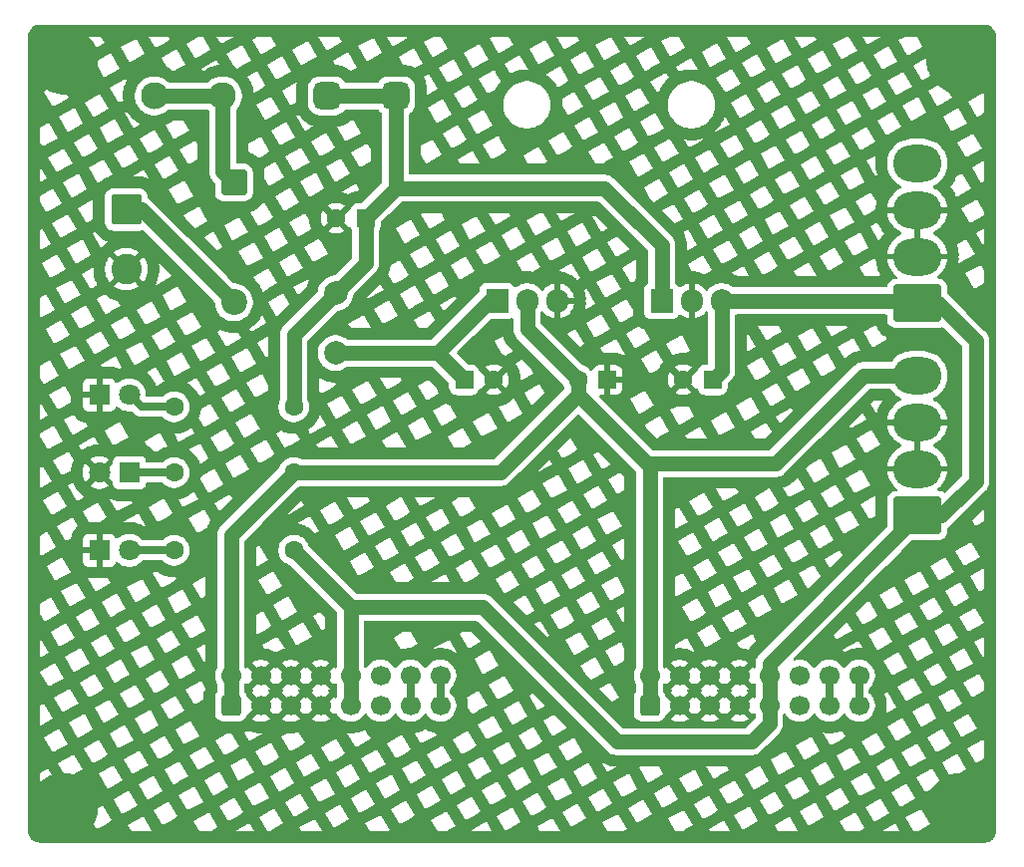
<source format=gtl>
%TF.GenerationSoftware,KiCad,Pcbnew,9.0.3*%
%TF.CreationDate,2025-08-01T18:14:25+01:00*%
%TF.ProjectId,bcm-power-supply,62636d2d-706f-4776-9572-2d737570706c,rev01*%
%TF.SameCoordinates,Original*%
%TF.FileFunction,Copper,L1,Top*%
%TF.FilePolarity,Positive*%
%FSLAX46Y46*%
G04 Gerber Fmt 4.6, Leading zero omitted, Abs format (unit mm)*
G04 Created by KiCad (PCBNEW 9.0.3) date 2025-08-01 18:14:25*
%MOMM*%
%LPD*%
G01*
G04 APERTURE LIST*
G04 Aperture macros list*
%AMRoundRect*
0 Rectangle with rounded corners*
0 $1 Rounding radius*
0 $2 $3 $4 $5 $6 $7 $8 $9 X,Y pos of 4 corners*
0 Add a 4 corners polygon primitive as box body*
4,1,4,$2,$3,$4,$5,$6,$7,$8,$9,$2,$3,0*
0 Add four circle primitives for the rounded corners*
1,1,$1+$1,$2,$3*
1,1,$1+$1,$4,$5*
1,1,$1+$1,$6,$7*
1,1,$1+$1,$8,$9*
0 Add four rect primitives between the rounded corners*
20,1,$1+$1,$2,$3,$4,$5,0*
20,1,$1+$1,$4,$5,$6,$7,0*
20,1,$1+$1,$6,$7,$8,$9,0*
20,1,$1+$1,$8,$9,$2,$3,0*%
G04 Aperture macros list end*
%TA.AperFunction,ComponentPad*%
%ADD10C,1.600000*%
%TD*%
%TA.AperFunction,ComponentPad*%
%ADD11RoundRect,0.575000X0.575000X0.575000X-0.575000X0.575000X-0.575000X-0.575000X0.575000X-0.575000X0*%
%TD*%
%TA.AperFunction,ComponentPad*%
%ADD12C,2.300000*%
%TD*%
%TA.AperFunction,ComponentPad*%
%ADD13RoundRect,0.250000X-1.050000X1.050000X-1.050000X-1.050000X1.050000X-1.050000X1.050000X1.050000X0*%
%TD*%
%TA.AperFunction,ComponentPad*%
%ADD14C,2.600000*%
%TD*%
%TA.AperFunction,ComponentPad*%
%ADD15R,1.800000X1.800000*%
%TD*%
%TA.AperFunction,ComponentPad*%
%ADD16C,1.800000*%
%TD*%
%TA.AperFunction,ComponentPad*%
%ADD17RoundRect,0.250000X0.550000X0.550000X-0.550000X0.550000X-0.550000X-0.550000X0.550000X-0.550000X0*%
%TD*%
%TA.AperFunction,ComponentPad*%
%ADD18C,2.000000*%
%TD*%
%TA.AperFunction,ComponentPad*%
%ADD19RoundRect,0.250000X1.800000X-1.330000X1.800000X1.330000X-1.800000X1.330000X-1.800000X-1.330000X0*%
%TD*%
%TA.AperFunction,ComponentPad*%
%ADD20O,4.100000X3.160000*%
%TD*%
%TA.AperFunction,ComponentPad*%
%ADD21R,1.905000X2.000000*%
%TD*%
%TA.AperFunction,ComponentPad*%
%ADD22O,1.905000X2.000000*%
%TD*%
%TA.AperFunction,ComponentPad*%
%ADD23RoundRect,0.250000X-0.550000X-0.550000X0.550000X-0.550000X0.550000X0.550000X-0.550000X0.550000X0*%
%TD*%
%TA.AperFunction,ComponentPad*%
%ADD24RoundRect,0.250000X0.600000X-0.600000X0.600000X0.600000X-0.600000X0.600000X-0.600000X-0.600000X0*%
%TD*%
%TA.AperFunction,ComponentPad*%
%ADD25C,1.700000*%
%TD*%
%TA.AperFunction,ComponentPad*%
%ADD26C,5.600000*%
%TD*%
%TA.AperFunction,ComponentPad*%
%ADD27RoundRect,0.249999X-0.850001X0.850001X-0.850001X-0.850001X0.850001X-0.850001X0.850001X0.850001X0*%
%TD*%
%TA.AperFunction,ComponentPad*%
%ADD28C,2.200000*%
%TD*%
%TA.AperFunction,Conductor*%
%ADD29C,1.270000*%
%TD*%
%TA.AperFunction,Conductor*%
%ADD30C,0.635000*%
%TD*%
G04 APERTURE END LIST*
D10*
%TO.P,R3,1*%
%TO.N,Net-(D4-K)*%
X72898000Y-98552000D03*
%TO.P,R3,2*%
%TO.N,-12V*%
X83058000Y-98552000D03*
%TD*%
D11*
%TO.P,F1,1*%
%TO.N,VCC*%
X91714000Y-66548000D03*
X85914000Y-66548000D03*
D12*
%TO.P,F1,2*%
%TO.N,/power_in_diode*%
X77014000Y-66548000D03*
X71214000Y-66548000D03*
%TD*%
D13*
%TO.P,J1,1,Pin_1*%
%TO.N,/power_in_raw*%
X68834000Y-76200000D03*
D14*
%TO.P,J1,2,Pin_2*%
%TO.N,GND*%
X68834000Y-81280000D03*
%TD*%
D15*
%TO.P,D3,1,K*%
%TO.N,GND*%
X66548000Y-105156000D03*
D16*
%TO.P,D3,2,A*%
%TO.N,Net-(D3-A)*%
X69088000Y-105156000D03*
%TD*%
D10*
%TO.P,R1,1*%
%TO.N,VCC*%
X83058000Y-92964000D03*
%TO.P,R1,2*%
%TO.N,Net-(D2-A)*%
X72898000Y-92964000D03*
%TD*%
D17*
%TO.P,C3,1*%
%TO.N,+12V*%
X118618000Y-90678000D03*
D10*
%TO.P,C3,2*%
%TO.N,GND*%
X116118000Y-90678000D03*
%TD*%
D18*
%TO.P,L1,1,1*%
%TO.N,VCC*%
X86614000Y-83312000D03*
%TO.P,L1,2,2*%
%TO.N,/power_filtered*%
X86614000Y-88392000D03*
%TD*%
D19*
%TO.P,J4,1,Pin_1*%
%TO.N,+12V*%
X136002000Y-102206000D03*
D20*
%TO.P,J4,2,Pin_2*%
%TO.N,GND*%
X136002000Y-98246000D03*
%TO.P,J4,3,Pin_3*%
X136002000Y-94286000D03*
%TO.P,J4,4,Pin_4*%
%TO.N,-12V*%
X136002000Y-90326000D03*
%TD*%
D19*
%TO.P,J5,1,Pin_1*%
%TO.N,+12V*%
X136002000Y-84172000D03*
D20*
%TO.P,J5,2,Pin_2*%
%TO.N,GND*%
X136002000Y-80212000D03*
%TO.P,J5,3,Pin_3*%
X136002000Y-76252000D03*
%TO.P,J5,4,Pin_4*%
%TO.N,-12V*%
X136002000Y-72292000D03*
%TD*%
D21*
%TO.P,U1,1,IN*%
%TO.N,VCC*%
X114300000Y-83970000D03*
D22*
%TO.P,U1,2,GND*%
%TO.N,GND*%
X116840000Y-83970000D03*
%TO.P,U1,3,OUT*%
%TO.N,+12V*%
X119380000Y-83970000D03*
%TD*%
D10*
%TO.P,R2,1*%
%TO.N,+12V*%
X83058000Y-105156000D03*
%TO.P,R2,2*%
%TO.N,Net-(D3-A)*%
X72898000Y-105156000D03*
%TD*%
D23*
%TO.P,C2,1*%
%TO.N,/power_filtered*%
X97536000Y-90678000D03*
D10*
%TO.P,C2,2*%
%TO.N,GND*%
X100036000Y-90678000D03*
%TD*%
D24*
%TO.P,J2,1,-12V*%
%TO.N,-12V*%
X77724000Y-118364000D03*
D25*
%TO.P,J2,2,-12V*%
X77724000Y-115824000D03*
%TO.P,J2,3,GND*%
%TO.N,GND*%
X80264000Y-118364000D03*
%TO.P,J2,4,GND*%
X80264000Y-115824000D03*
%TO.P,J2,5,GND*%
X82804000Y-118364000D03*
%TO.P,J2,6,GND*%
X82804000Y-115824000D03*
%TO.P,J2,7,GND*%
X85344000Y-118364000D03*
%TO.P,J2,8,GND*%
X85344000Y-115824000D03*
%TO.P,J2,9,+12V*%
%TO.N,+12V*%
X87884000Y-118364000D03*
%TO.P,J2,10,+12V*%
X87884000Y-115824000D03*
%TO.P,J2,11,+5V*%
%TO.N,unconnected-(J2A-+5V-Pad11)_1*%
X90424000Y-118364000D03*
%TO.P,J2,12,+5V*%
%TO.N,unconnected-(J2A-+5V-Pad11)*%
X90424000Y-115824000D03*
%TO.P,J2,13,CV*%
%TO.N,/eurorack_cv_bus*%
X92964000Y-118364000D03*
%TO.P,J2,14,CV*%
X92964000Y-115824000D03*
%TO.P,J2,15,Gate*%
%TO.N,/eurorack_gate_bus*%
X95504000Y-118364000D03*
%TO.P,J2,16,Gate*%
X95504000Y-115824000D03*
%TD*%
D17*
%TO.P,C4,1*%
%TO.N,GND*%
X109688000Y-90678000D03*
D10*
%TO.P,C4,2*%
%TO.N,-12V*%
X107188000Y-90678000D03*
%TD*%
D26*
%TO.P,H1,1,1*%
%TO.N,GND*%
X63500000Y-63500000D03*
%TD*%
D24*
%TO.P,J3,1,-12V*%
%TO.N,-12V*%
X113284000Y-118364000D03*
D25*
%TO.P,J3,2,-12V*%
X113284000Y-115824000D03*
%TO.P,J3,3,GND*%
%TO.N,GND*%
X115824000Y-118364000D03*
%TO.P,J3,4,GND*%
X115824000Y-115824000D03*
%TO.P,J3,5,GND*%
X118364000Y-118364000D03*
%TO.P,J3,6,GND*%
X118364000Y-115824000D03*
%TO.P,J3,7,GND*%
X120904000Y-118364000D03*
%TO.P,J3,8,GND*%
X120904000Y-115824000D03*
%TO.P,J3,9,+12V*%
%TO.N,+12V*%
X123444000Y-118364000D03*
%TO.P,J3,10,+12V*%
X123444000Y-115824000D03*
%TO.P,J3,11,+5V*%
%TO.N,unconnected-(J3A-+5V-Pad11)_1*%
X125984000Y-118364000D03*
%TO.P,J3,12,+5V*%
%TO.N,unconnected-(J3A-+5V-Pad11)*%
X125984000Y-115824000D03*
%TO.P,J3,13,CV*%
%TO.N,/eurorack_cv_bus*%
X128524000Y-118364000D03*
%TO.P,J3,14,CV*%
X128524000Y-115824000D03*
%TO.P,J3,15,Gate*%
%TO.N,/eurorack_gate_bus*%
X131064000Y-118364000D03*
%TO.P,J3,16,Gate*%
X131064000Y-115824000D03*
%TD*%
D27*
%TO.P,D1,1,K*%
%TO.N,/power_in_diode*%
X77978000Y-73914000D03*
D28*
%TO.P,D1,2,A*%
%TO.N,/power_in_raw*%
X77978000Y-84074000D03*
%TD*%
D17*
%TO.P,C1,1*%
%TO.N,VCC*%
X89154000Y-76962000D03*
D10*
%TO.P,C1,2*%
%TO.N,GND*%
X86654000Y-76962000D03*
%TD*%
D21*
%TO.P,U2,1,IN*%
%TO.N,/power_filtered*%
X100330000Y-83970000D03*
D22*
%TO.P,U2,2,GND*%
%TO.N,-12V*%
X102870000Y-83970000D03*
%TO.P,U2,3,OUT*%
%TO.N,GND*%
X105410000Y-83970000D03*
%TD*%
D26*
%TO.P,H2,1,1*%
%TO.N,GND*%
X63500000Y-127000000D03*
%TD*%
D15*
%TO.P,D2,1,K*%
%TO.N,GND*%
X66543000Y-91948000D03*
D16*
%TO.P,D2,2,A*%
%TO.N,Net-(D2-A)*%
X69083000Y-91948000D03*
%TD*%
D26*
%TO.P,H4,1,1*%
%TO.N,GND*%
X139700000Y-127000000D03*
%TD*%
D15*
%TO.P,D4,1,K*%
%TO.N,Net-(D4-K)*%
X69088000Y-98552000D03*
D16*
%TO.P,D4,2,A*%
%TO.N,GND*%
X66548000Y-98552000D03*
%TD*%
D26*
%TO.P,H3,1,1*%
%TO.N,GND*%
X139700000Y-63500000D03*
%TD*%
D29*
%TO.N,VCC*%
X91714000Y-74402000D02*
X89154000Y-76962000D01*
X91714000Y-66548000D02*
X91714000Y-74402000D01*
X83058000Y-86868000D02*
X86614000Y-83312000D01*
X114300000Y-79248000D02*
X114300000Y-83970000D01*
X83058000Y-92964000D02*
X83058000Y-86868000D01*
X86614000Y-83312000D02*
X89154000Y-80772000D01*
X85914000Y-66548000D02*
X91714000Y-66548000D01*
X109454000Y-74402000D02*
X114300000Y-79248000D01*
X89154000Y-80772000D02*
X89154000Y-76962000D01*
X91714000Y-74402000D02*
X109454000Y-74402000D01*
%TO.N,/power_filtered*%
X100330000Y-83970000D02*
X99672000Y-83970000D01*
X95250000Y-88392000D02*
X97536000Y-90678000D01*
X99672000Y-83970000D02*
X95250000Y-88392000D01*
X86614000Y-88392000D02*
X95250000Y-88392000D01*
%TO.N,+12V*%
X123444000Y-119888000D02*
X121920000Y-121412000D01*
X119380000Y-83970000D02*
X135800000Y-83970000D01*
X87884000Y-109982000D02*
X87884000Y-115824000D01*
X110490000Y-121412000D02*
X99060000Y-109982000D01*
X140970000Y-87376000D02*
X140970000Y-99314000D01*
X140970000Y-99314000D02*
X138078000Y-102206000D01*
X135800000Y-83970000D02*
X136002000Y-84172000D01*
X123444000Y-118364000D02*
X123444000Y-119888000D01*
X119380000Y-83970000D02*
X119380000Y-89916000D01*
X121920000Y-121412000D02*
X110490000Y-121412000D01*
X138078000Y-102206000D02*
X136002000Y-102206000D01*
X136002000Y-102206000D02*
X123444000Y-114764000D01*
X123444000Y-114764000D02*
X123444000Y-115824000D01*
X123444000Y-118364000D02*
X123444000Y-115824000D01*
X99060000Y-109982000D02*
X87884000Y-109982000D01*
X87884000Y-118364000D02*
X87884000Y-115824000D01*
X136002000Y-84172000D02*
X137766000Y-84172000D01*
X137766000Y-84172000D02*
X140970000Y-87376000D01*
X83058000Y-105156000D02*
X87884000Y-109982000D01*
X119380000Y-89916000D02*
X118618000Y-90678000D01*
%TO.N,-12V*%
X77724000Y-118364000D02*
X77724000Y-115824000D01*
X113284000Y-115824000D02*
X113284000Y-118364000D01*
X113284000Y-98044000D02*
X113030000Y-97790000D01*
X107188000Y-90678000D02*
X107188000Y-91948000D01*
X77724000Y-103886000D02*
X83058000Y-98552000D01*
X102870000Y-86360000D02*
X107188000Y-90678000D01*
X102870000Y-83970000D02*
X102870000Y-86360000D01*
X113284000Y-115824000D02*
X113284000Y-98044000D01*
X77724000Y-115824000D02*
X77724000Y-103886000D01*
X123952000Y-97790000D02*
X131416000Y-90326000D01*
X83058000Y-98552000D02*
X100584000Y-98552000D01*
X113030000Y-97790000D02*
X123952000Y-97790000D01*
X131416000Y-90326000D02*
X136002000Y-90326000D01*
X107188000Y-91948000D02*
X113030000Y-97790000D01*
X100584000Y-98552000D02*
X107188000Y-91948000D01*
%TO.N,/power_in_diode*%
X71214000Y-66548000D02*
X77014000Y-66548000D01*
X77014000Y-66548000D02*
X77014000Y-72950000D01*
X77014000Y-72950000D02*
X77978000Y-73914000D01*
%TO.N,/power_in_raw*%
X70104000Y-76200000D02*
X77978000Y-84074000D01*
X68834000Y-76200000D02*
X70104000Y-76200000D01*
D30*
%TO.N,Net-(D2-A)*%
X72898000Y-92964000D02*
X70099000Y-92964000D01*
X70099000Y-92964000D02*
X69083000Y-91948000D01*
%TO.N,Net-(D3-A)*%
X72898000Y-105156000D02*
X69088000Y-105156000D01*
%TO.N,/eurorack_gate_bus*%
X95504000Y-118364000D02*
X95504000Y-115824000D01*
X131064000Y-118364000D02*
X131064000Y-115824000D01*
%TO.N,/eurorack_cv_bus*%
X92964000Y-118364000D02*
X92964000Y-115824000D01*
X128524000Y-118364000D02*
X128524000Y-115824000D01*
%TO.N,Net-(D4-K)*%
X72898000Y-98552000D02*
X69088000Y-98552000D01*
%TD*%
%TA.AperFunction,Conductor*%
%TO.N,GND*%
G36*
X107231333Y-93624333D02*
G01*
X107275680Y-93652834D01*
X112104181Y-98481334D01*
X112137666Y-98542657D01*
X112140500Y-98569015D01*
X112140500Y-115047002D01*
X112123516Y-115107242D01*
X112124318Y-115107651D01*
X112122266Y-115111676D01*
X112122240Y-115111772D01*
X112122110Y-115111983D01*
X112025027Y-115302516D01*
X112025026Y-115302519D01*
X111958951Y-115505882D01*
X111925500Y-115717084D01*
X111925500Y-115930915D01*
X111958951Y-116142117D01*
X112025026Y-116345480D01*
X112025027Y-116345483D01*
X112122110Y-116536017D01*
X112122226Y-116536206D01*
X112122250Y-116536291D01*
X112124318Y-116540350D01*
X112123510Y-116540761D01*
X112140500Y-116600997D01*
X112140500Y-117183456D01*
X112120815Y-117250495D01*
X112104181Y-117271137D01*
X112084971Y-117290346D01*
X111991886Y-117441259D01*
X111991884Y-117441264D01*
X111936113Y-117609572D01*
X111925500Y-117713447D01*
X111925500Y-119014537D01*
X111925501Y-119014553D01*
X111936113Y-119118427D01*
X111991883Y-119286733D01*
X111991885Y-119286738D01*
X112084970Y-119437652D01*
X112210348Y-119563030D01*
X112361262Y-119656115D01*
X112529574Y-119711887D01*
X112633455Y-119722500D01*
X113934544Y-119722499D01*
X114038426Y-119711887D01*
X114206738Y-119656115D01*
X114357652Y-119563030D01*
X114483030Y-119437652D01*
X114576115Y-119286738D01*
X114600921Y-119211875D01*
X114640693Y-119154431D01*
X114705208Y-119127607D01*
X114706862Y-119127582D01*
X115341037Y-118493408D01*
X115358075Y-118556993D01*
X115423901Y-118671007D01*
X115516993Y-118764099D01*
X115631007Y-118829925D01*
X115694590Y-118846962D01*
X115062282Y-119479269D01*
X115062282Y-119479270D01*
X115116449Y-119518624D01*
X115305782Y-119615095D01*
X115507870Y-119680757D01*
X115717754Y-119714000D01*
X115930246Y-119714000D01*
X116140127Y-119680757D01*
X116140130Y-119680757D01*
X116342217Y-119615095D01*
X116531554Y-119518622D01*
X116585716Y-119479270D01*
X116585717Y-119479270D01*
X115953408Y-118846962D01*
X116016993Y-118829925D01*
X116131007Y-118764099D01*
X116224099Y-118671007D01*
X116289925Y-118556993D01*
X116306962Y-118493408D01*
X116939270Y-119125717D01*
X116939270Y-119125716D01*
X116978622Y-119071554D01*
X116983514Y-119061954D01*
X117031488Y-119011157D01*
X117099308Y-118994361D01*
X117165444Y-119016897D01*
X117204486Y-119061954D01*
X117209375Y-119071550D01*
X117248728Y-119125716D01*
X117881037Y-118493408D01*
X117898075Y-118556993D01*
X117963901Y-118671007D01*
X118056993Y-118764099D01*
X118171007Y-118829925D01*
X118234590Y-118846962D01*
X117602282Y-119479269D01*
X117602282Y-119479270D01*
X117656449Y-119518624D01*
X117845782Y-119615095D01*
X118047870Y-119680757D01*
X118257754Y-119714000D01*
X118470246Y-119714000D01*
X118680127Y-119680757D01*
X118680130Y-119680757D01*
X118882217Y-119615095D01*
X119071554Y-119518622D01*
X119125716Y-119479270D01*
X119125717Y-119479270D01*
X118493408Y-118846962D01*
X118556993Y-118829925D01*
X118671007Y-118764099D01*
X118764099Y-118671007D01*
X118829925Y-118556993D01*
X118846962Y-118493408D01*
X119479270Y-119125717D01*
X119479270Y-119125716D01*
X119518622Y-119071554D01*
X119523514Y-119061954D01*
X119571488Y-119011157D01*
X119639308Y-118994361D01*
X119705444Y-119016897D01*
X119744486Y-119061954D01*
X119749375Y-119071550D01*
X119788728Y-119125716D01*
X120421037Y-118493408D01*
X120438075Y-118556993D01*
X120503901Y-118671007D01*
X120596993Y-118764099D01*
X120711007Y-118829925D01*
X120774590Y-118846962D01*
X120142282Y-119479269D01*
X120142282Y-119479270D01*
X120196449Y-119518624D01*
X120385782Y-119615095D01*
X120587870Y-119680757D01*
X120797754Y-119714000D01*
X121010246Y-119714000D01*
X121220127Y-119680757D01*
X121220130Y-119680757D01*
X121422217Y-119615095D01*
X121611554Y-119518622D01*
X121665716Y-119479270D01*
X121665717Y-119479270D01*
X121033408Y-118846962D01*
X121096993Y-118829925D01*
X121211007Y-118764099D01*
X121304099Y-118671007D01*
X121369925Y-118556993D01*
X121386962Y-118493408D01*
X122019270Y-119125717D01*
X122019270Y-119125716D01*
X122058621Y-119071556D01*
X122058738Y-119071327D01*
X122058808Y-119071252D01*
X122061168Y-119067402D01*
X122061976Y-119067897D01*
X122106707Y-119020526D01*
X122174526Y-119003723D01*
X122240663Y-119026254D01*
X122279712Y-119071311D01*
X122282109Y-119076015D01*
X122282226Y-119076206D01*
X122282250Y-119076292D01*
X122284316Y-119080346D01*
X122283509Y-119080756D01*
X122300500Y-119140997D01*
X122300500Y-119362984D01*
X122280815Y-119430023D01*
X122264181Y-119450665D01*
X121482665Y-120232181D01*
X121421342Y-120265666D01*
X121394984Y-120268500D01*
X111015016Y-120268500D01*
X110947977Y-120248815D01*
X110927335Y-120232181D01*
X107601731Y-116906577D01*
X109013115Y-116906577D01*
X110112655Y-118006117D01*
X110671523Y-117683455D01*
X109920523Y-116382684D01*
X109013115Y-116906577D01*
X107601731Y-116906577D01*
X105663776Y-114968622D01*
X107369752Y-114968622D01*
X107772174Y-115665636D01*
X108282527Y-116175989D01*
X109421523Y-115518391D01*
X108670523Y-114217621D01*
X107369752Y-114968622D01*
X105663776Y-114968622D01*
X103498712Y-112803558D01*
X106119752Y-112803558D01*
X106870753Y-114104329D01*
X107538817Y-113718622D01*
X109534816Y-113718622D01*
X110285817Y-115019392D01*
X111142500Y-114524785D01*
X111142500Y-113499210D01*
X110835586Y-112967621D01*
X109534816Y-113718622D01*
X107538817Y-113718622D01*
X108171524Y-113353328D01*
X107420523Y-112052557D01*
X106119752Y-112803558D01*
X103498712Y-112803558D01*
X102111350Y-111416196D01*
X103522734Y-111416196D01*
X104622274Y-112515736D01*
X104756459Y-112438264D01*
X104005459Y-111137494D01*
X103522734Y-111416196D01*
X102111350Y-111416196D01*
X100281223Y-109586069D01*
X101692607Y-109586069D01*
X102792147Y-110685609D01*
X102873751Y-110638495D01*
X104869752Y-110638495D01*
X105620753Y-111939265D01*
X106288817Y-111553558D01*
X108284816Y-111553558D01*
X109035817Y-112854329D01*
X110336587Y-112103328D01*
X109585586Y-110802557D01*
X108284816Y-111553558D01*
X106288817Y-111553558D01*
X106921524Y-111188264D01*
X106170523Y-109887494D01*
X104869752Y-110638495D01*
X102873751Y-110638495D01*
X103506460Y-110273201D01*
X102755459Y-108972430D01*
X101692607Y-109586069D01*
X100281223Y-109586069D01*
X99804943Y-109109789D01*
X99804941Y-109109787D01*
X99732133Y-109056889D01*
X99659323Y-109003989D01*
X99498950Y-108922276D01*
X99498944Y-108922274D01*
X99456972Y-108908635D01*
X99456972Y-108908636D01*
X99327772Y-108866656D01*
X99150001Y-108838500D01*
X99149996Y-108838500D01*
X99149995Y-108838500D01*
X88409015Y-108838500D01*
X88341976Y-108818815D01*
X88321334Y-108802181D01*
X85582331Y-106063177D01*
X87794435Y-106063177D01*
X88545436Y-107363948D01*
X89213499Y-106978241D01*
X91209498Y-106978241D01*
X91707324Y-107840500D01*
X92720023Y-107840500D01*
X94716022Y-107840500D01*
X96328437Y-107840500D01*
X95925332Y-107142303D01*
X94716022Y-107840500D01*
X92720023Y-107840500D01*
X93261269Y-107528010D01*
X92510269Y-106227240D01*
X91209498Y-106978241D01*
X89213499Y-106978241D01*
X89846206Y-106612947D01*
X89095205Y-105312176D01*
X87794435Y-106063177D01*
X85582331Y-106063177D01*
X84338741Y-104819587D01*
X84308492Y-104770226D01*
X84270634Y-104653710D01*
X84177129Y-104470197D01*
X84134131Y-104411015D01*
X84056073Y-104303576D01*
X84056069Y-104303571D01*
X83910428Y-104157930D01*
X83910423Y-104157926D01*
X83743806Y-104036873D01*
X83743805Y-104036872D01*
X83743803Y-104036871D01*
X83677842Y-104003262D01*
X83560294Y-103943367D01*
X83421021Y-103898114D01*
X86544435Y-103898114D01*
X87295436Y-105198884D01*
X87963499Y-104813177D01*
X89959498Y-104813177D01*
X90710499Y-106113948D01*
X91378563Y-105728241D01*
X93374562Y-105728241D01*
X94125563Y-107029011D01*
X94793626Y-106643304D01*
X96789625Y-106643304D01*
X97480827Y-107840500D01*
X97720024Y-107840500D01*
X98208690Y-107558368D01*
X100204689Y-107558368D01*
X100942048Y-108835510D01*
X100962020Y-108855482D01*
X101623752Y-108473431D01*
X103619752Y-108473431D01*
X104370753Y-109774202D01*
X105038817Y-109388495D01*
X107034816Y-109388495D01*
X107785817Y-110689265D01*
X108453880Y-110303558D01*
X110449879Y-110303558D01*
X111142500Y-111503211D01*
X111142500Y-109903673D01*
X110449879Y-110303558D01*
X108453880Y-110303558D01*
X109086587Y-109938264D01*
X108335586Y-108637494D01*
X107034816Y-109388495D01*
X105038817Y-109388495D01*
X105671524Y-109023201D01*
X104920523Y-107722430D01*
X103619752Y-108473431D01*
X101623752Y-108473431D01*
X102256460Y-108108137D01*
X101505459Y-106807367D01*
X100204689Y-107558368D01*
X98208690Y-107558368D01*
X98841397Y-107193074D01*
X98090396Y-105892303D01*
X96789625Y-106643304D01*
X94793626Y-106643304D01*
X95426333Y-106278010D01*
X94675332Y-104977240D01*
X93374562Y-105728241D01*
X91378563Y-105728241D01*
X92011270Y-105362947D01*
X91260269Y-104062176D01*
X89959498Y-104813177D01*
X87963499Y-104813177D01*
X88596206Y-104447883D01*
X87845205Y-103147113D01*
X86544435Y-103898114D01*
X83421021Y-103898114D01*
X83364408Y-103879719D01*
X83188794Y-103851905D01*
X83160981Y-103847500D01*
X82955019Y-103847500D01*
X82930550Y-103851375D01*
X82751591Y-103879719D01*
X82555705Y-103943367D01*
X82372193Y-104036873D01*
X82205576Y-104157926D01*
X82205571Y-104157930D01*
X82059930Y-104303571D01*
X82059926Y-104303576D01*
X81938873Y-104470193D01*
X81845367Y-104653705D01*
X81781719Y-104849591D01*
X81762867Y-104968622D01*
X81749500Y-105053019D01*
X81749500Y-105258981D01*
X81753905Y-105286794D01*
X81781719Y-105462408D01*
X81845367Y-105658294D01*
X81938873Y-105841806D01*
X82059926Y-106008423D01*
X82059930Y-106008428D01*
X82205571Y-106154069D01*
X82205576Y-106154073D01*
X82294421Y-106218622D01*
X82372197Y-106275129D01*
X82555710Y-106368634D01*
X82672226Y-106406492D01*
X82721587Y-106436741D01*
X84719301Y-108434455D01*
X86704181Y-110419334D01*
X86737666Y-110480657D01*
X86740500Y-110507015D01*
X86740500Y-115047002D01*
X86723514Y-115107252D01*
X86724313Y-115107660D01*
X86722267Y-115111672D01*
X86722240Y-115111772D01*
X86722105Y-115111991D01*
X86719709Y-115116694D01*
X86671731Y-115167486D01*
X86603908Y-115184276D01*
X86537775Y-115161733D01*
X86501806Y-115120214D01*
X86501171Y-115120604D01*
X86498819Y-115116767D01*
X86498738Y-115116673D01*
X86498623Y-115116447D01*
X86459270Y-115062282D01*
X86459269Y-115062282D01*
X85826962Y-115694590D01*
X85809925Y-115631007D01*
X85744099Y-115516993D01*
X85651007Y-115423901D01*
X85536993Y-115358075D01*
X85473409Y-115341037D01*
X86105716Y-114708728D01*
X86051550Y-114669375D01*
X85862217Y-114572904D01*
X85660129Y-114507242D01*
X85450246Y-114474000D01*
X85237754Y-114474000D01*
X85027872Y-114507242D01*
X85027869Y-114507242D01*
X84825782Y-114572904D01*
X84636439Y-114669380D01*
X84582282Y-114708727D01*
X84582282Y-114708728D01*
X85214591Y-115341037D01*
X85151007Y-115358075D01*
X85036993Y-115423901D01*
X84943901Y-115516993D01*
X84878075Y-115631007D01*
X84861037Y-115694591D01*
X84228728Y-115062282D01*
X84228727Y-115062282D01*
X84189380Y-115116440D01*
X84184483Y-115126051D01*
X84136506Y-115176845D01*
X84068684Y-115193638D01*
X84002550Y-115171098D01*
X83963516Y-115126048D01*
X83958626Y-115116452D01*
X83919270Y-115062282D01*
X83286962Y-115694590D01*
X83269925Y-115631007D01*
X83204099Y-115516993D01*
X83111007Y-115423901D01*
X82996993Y-115358075D01*
X82933409Y-115341037D01*
X83565716Y-114708728D01*
X83511550Y-114669375D01*
X83322217Y-114572904D01*
X83120129Y-114507242D01*
X82910246Y-114474000D01*
X82697754Y-114474000D01*
X82487872Y-114507242D01*
X82487869Y-114507242D01*
X82285782Y-114572904D01*
X82096439Y-114669380D01*
X82042282Y-114708727D01*
X82042282Y-114708728D01*
X82674591Y-115341037D01*
X82611007Y-115358075D01*
X82496993Y-115423901D01*
X82403901Y-115516993D01*
X82338075Y-115631007D01*
X82321037Y-115694591D01*
X81688728Y-115062282D01*
X81688727Y-115062282D01*
X81649380Y-115116440D01*
X81644483Y-115126051D01*
X81596506Y-115176845D01*
X81528684Y-115193638D01*
X81462550Y-115171098D01*
X81423516Y-115126048D01*
X81418626Y-115116452D01*
X81379270Y-115062282D01*
X81379269Y-115062282D01*
X80746962Y-115694590D01*
X80729925Y-115631007D01*
X80664099Y-115516993D01*
X80571007Y-115423901D01*
X80456993Y-115358075D01*
X80393409Y-115341037D01*
X81025716Y-114708728D01*
X80971550Y-114669375D01*
X80782217Y-114572904D01*
X80580129Y-114507242D01*
X80370246Y-114474000D01*
X80157754Y-114474000D01*
X79947872Y-114507242D01*
X79947869Y-114507242D01*
X79745782Y-114572904D01*
X79556439Y-114669380D01*
X79502282Y-114708727D01*
X79502282Y-114708728D01*
X80134591Y-115341037D01*
X80071007Y-115358075D01*
X79956993Y-115423901D01*
X79863901Y-115516993D01*
X79798075Y-115631007D01*
X79781037Y-115694591D01*
X79148728Y-115062282D01*
X79148727Y-115062282D01*
X79109380Y-115116440D01*
X79109374Y-115116449D01*
X79109246Y-115116702D01*
X79109172Y-115116780D01*
X79106838Y-115120590D01*
X79106036Y-115120099D01*
X79061264Y-115167490D01*
X78993441Y-115184275D01*
X78927309Y-115161728D01*
X78888285Y-115116684D01*
X78888279Y-115116673D01*
X78885894Y-115111991D01*
X78885892Y-115111987D01*
X78885760Y-115111772D01*
X78885732Y-115111674D01*
X78883682Y-115107650D01*
X78884482Y-115107241D01*
X78867500Y-115047002D01*
X78867500Y-113228241D01*
X80384181Y-113228241D01*
X80535120Y-113489673D01*
X80755593Y-113524594D01*
X80760381Y-113525449D01*
X80789244Y-113531189D01*
X80793996Y-113532231D01*
X80832113Y-113541379D01*
X80836829Y-113542609D01*
X80865206Y-113550611D01*
X80869870Y-113552026D01*
X81109263Y-113629809D01*
X81113864Y-113631405D01*
X81141509Y-113641604D01*
X81146045Y-113643379D01*
X81182261Y-113658381D01*
X81186719Y-113660331D01*
X81213463Y-113672660D01*
X81217846Y-113674786D01*
X81442110Y-113789056D01*
X81446405Y-113791352D01*
X81472117Y-113805752D01*
X81476319Y-113808215D01*
X81509740Y-113828697D01*
X81513840Y-113831321D01*
X81533998Y-113844790D01*
X81554237Y-113831270D01*
X81558343Y-113828643D01*
X81591765Y-113808167D01*
X81595956Y-113805710D01*
X81621622Y-113791337D01*
X81625914Y-113789043D01*
X81850154Y-113674786D01*
X81854532Y-113672663D01*
X81881276Y-113660333D01*
X81885739Y-113658380D01*
X81921956Y-113643378D01*
X81926491Y-113641604D01*
X81954136Y-113631405D01*
X81958737Y-113629809D01*
X82198130Y-113552026D01*
X82202794Y-113550611D01*
X82231171Y-113542609D01*
X82235887Y-113541379D01*
X82274004Y-113532231D01*
X82278756Y-113531189D01*
X82291935Y-113528567D01*
X81684951Y-112477240D01*
X80384181Y-113228241D01*
X78867500Y-113228241D01*
X78867500Y-110640950D01*
X79865500Y-110640950D01*
X79865500Y-112329857D01*
X79885182Y-112363948D01*
X80553245Y-111978241D01*
X82549244Y-111978241D01*
X83300245Y-113279011D01*
X84601016Y-112528010D01*
X83850015Y-111227240D01*
X82549244Y-111978241D01*
X80553245Y-111978241D01*
X81185952Y-111612947D01*
X80434951Y-110312176D01*
X79865500Y-110640950D01*
X78867500Y-110640950D01*
X78867500Y-109813177D01*
X81299244Y-109813177D01*
X82050245Y-111113948D01*
X82718310Y-110728240D01*
X84714308Y-110728240D01*
X85465308Y-112029010D01*
X85742500Y-111868973D01*
X85742500Y-110869037D01*
X85276894Y-110403431D01*
X84714308Y-110728240D01*
X82718310Y-110728240D01*
X83351016Y-110362947D01*
X82600015Y-109062176D01*
X81299244Y-109813177D01*
X78867500Y-109813177D01*
X78867500Y-107648114D01*
X80049244Y-107648114D01*
X80800245Y-108948884D01*
X82101016Y-108197883D01*
X81350015Y-106897113D01*
X80049244Y-107648114D01*
X78867500Y-107648114D01*
X78867500Y-104867447D01*
X79865500Y-104867447D01*
X79865500Y-106601807D01*
X80851016Y-106032820D01*
X80100015Y-104732049D01*
X79865500Y-104867447D01*
X78867500Y-104867447D01*
X78867500Y-104411015D01*
X78887185Y-104343976D01*
X78903814Y-104323339D01*
X80362593Y-102864559D01*
X83334603Y-102864559D01*
X83539875Y-102897072D01*
X83544663Y-102897927D01*
X83573526Y-102903667D01*
X83578277Y-102904709D01*
X83616396Y-102913857D01*
X83621115Y-102915088D01*
X83649494Y-102923091D01*
X83654157Y-102924505D01*
X83887321Y-103000266D01*
X83891915Y-103001859D01*
X83919524Y-103012043D01*
X83924054Y-103013816D01*
X83960271Y-103028814D01*
X83964739Y-103030768D01*
X83991515Y-103043111D01*
X83995899Y-103045237D01*
X84214349Y-103156544D01*
X84218643Y-103158840D01*
X84244338Y-103173230D01*
X84248537Y-103175691D01*
X84281960Y-103196172D01*
X84286063Y-103198798D01*
X84310558Y-103215165D01*
X84314552Y-103217949D01*
X84512908Y-103362062D01*
X84516795Y-103365004D01*
X84539953Y-103383262D01*
X84543719Y-103386353D01*
X84573526Y-103411814D01*
X84577165Y-103415048D01*
X84598770Y-103435022D01*
X84602274Y-103438392D01*
X84775608Y-103611726D01*
X84778978Y-103615230D01*
X84798952Y-103636835D01*
X84802186Y-103640474D01*
X84827647Y-103670281D01*
X84830738Y-103674047D01*
X84848996Y-103697205D01*
X84851938Y-103701092D01*
X84863093Y-103716445D01*
X85181142Y-103532820D01*
X84430142Y-102232049D01*
X83334603Y-102864559D01*
X80362593Y-102864559D01*
X81178510Y-102048642D01*
X82589891Y-102048642D01*
X82630371Y-102118757D01*
X83298435Y-101733050D01*
X85294435Y-101733050D01*
X86045436Y-103033821D01*
X86713499Y-102648114D01*
X88709498Y-102648114D01*
X89460499Y-103948884D01*
X90128563Y-103563177D01*
X92124562Y-103563177D01*
X92875563Y-104863948D01*
X93543626Y-104478241D01*
X95539625Y-104478241D01*
X96290626Y-105779011D01*
X96958690Y-105393304D01*
X98954689Y-105393304D01*
X99705690Y-106694075D01*
X100373753Y-106308368D01*
X102369752Y-106308368D01*
X103120753Y-107609138D01*
X103788817Y-107223431D01*
X105784816Y-107223431D01*
X106535817Y-108524202D01*
X107203880Y-108138495D01*
X109199879Y-108138495D01*
X109950880Y-109439265D01*
X111142500Y-108751282D01*
X111142500Y-108499209D01*
X110500650Y-107387494D01*
X109199879Y-108138495D01*
X107203880Y-108138495D01*
X107836587Y-107773201D01*
X107085586Y-106472430D01*
X105784816Y-107223431D01*
X103788817Y-107223431D01*
X104421524Y-106858137D01*
X103670523Y-105557367D01*
X102369752Y-106308368D01*
X100373753Y-106308368D01*
X101006460Y-105943074D01*
X100255459Y-104642303D01*
X98954689Y-105393304D01*
X96958690Y-105393304D01*
X97591397Y-105028010D01*
X96840396Y-103727240D01*
X95539625Y-104478241D01*
X93543626Y-104478241D01*
X94176333Y-104112947D01*
X93425332Y-102812176D01*
X92124562Y-103563177D01*
X90128563Y-103563177D01*
X90761270Y-103197883D01*
X90010269Y-101897113D01*
X88709498Y-102648114D01*
X86713499Y-102648114D01*
X87346206Y-102282820D01*
X86595205Y-100982049D01*
X85294435Y-101733050D01*
X83298435Y-101733050D01*
X83931142Y-101367756D01*
X83689431Y-100949102D01*
X82589891Y-102048642D01*
X81178510Y-102048642D01*
X82533652Y-100693500D01*
X87581002Y-100693500D01*
X88210499Y-101783821D01*
X88878562Y-101398114D01*
X90874562Y-101398114D01*
X91625563Y-102698884D01*
X92293626Y-102313177D01*
X94289625Y-102313177D01*
X95040626Y-103613948D01*
X95708690Y-103228241D01*
X97704689Y-103228241D01*
X98455690Y-104529011D01*
X99123753Y-104143304D01*
X101119752Y-104143304D01*
X101870753Y-105444075D01*
X102538817Y-105058368D01*
X104534816Y-105058368D01*
X105285817Y-106359138D01*
X105953880Y-105973431D01*
X107949879Y-105973431D01*
X108700880Y-107274202D01*
X110001651Y-106523201D01*
X109250650Y-105222430D01*
X107949879Y-105973431D01*
X105953880Y-105973431D01*
X106586587Y-105608137D01*
X105835586Y-104307367D01*
X104534816Y-105058368D01*
X102538817Y-105058368D01*
X103171524Y-104693074D01*
X102420523Y-103392303D01*
X101119752Y-104143304D01*
X99123753Y-104143304D01*
X99756460Y-103778010D01*
X99005459Y-102477240D01*
X97704689Y-103228241D01*
X95708690Y-103228241D01*
X96341397Y-102862947D01*
X95590396Y-101562176D01*
X94289625Y-102313177D01*
X92293626Y-102313177D01*
X92926333Y-101947883D01*
X92202114Y-100693500D01*
X93354505Y-100693500D01*
X93790626Y-101448884D01*
X94458689Y-101063177D01*
X96454689Y-101063177D01*
X97205690Y-102363948D01*
X97873753Y-101978241D01*
X99869752Y-101978241D01*
X100620753Y-103279011D01*
X101288817Y-102893304D01*
X103284816Y-102893304D01*
X104035817Y-104194075D01*
X104703880Y-103808368D01*
X106699879Y-103808368D01*
X107450880Y-105109138D01*
X108118944Y-104723431D01*
X110114943Y-104723431D01*
X110865944Y-106024201D01*
X111142500Y-105864531D01*
X111142500Y-104130170D01*
X110114943Y-104723431D01*
X108118944Y-104723431D01*
X108751651Y-104358137D01*
X108000650Y-103057367D01*
X106699879Y-103808368D01*
X104703880Y-103808368D01*
X105336587Y-103443074D01*
X104585586Y-102142303D01*
X103284816Y-102893304D01*
X101288817Y-102893304D01*
X101921524Y-102528010D01*
X101170523Y-101227240D01*
X99869752Y-101978241D01*
X97873753Y-101978241D01*
X98506460Y-101612947D01*
X97995675Y-100728241D01*
X102034816Y-100728241D01*
X102785817Y-102029011D01*
X103453880Y-101643304D01*
X105449879Y-101643304D01*
X106200880Y-102944075D01*
X106868944Y-102558368D01*
X108864943Y-102558368D01*
X109615944Y-103859138D01*
X110916714Y-103108137D01*
X110165713Y-101807367D01*
X108864943Y-102558368D01*
X106868944Y-102558368D01*
X107501651Y-102193074D01*
X106750650Y-100892303D01*
X105449879Y-101643304D01*
X103453880Y-101643304D01*
X104086587Y-101278010D01*
X103335586Y-99977240D01*
X102034816Y-100728241D01*
X97995675Y-100728241D01*
X97975617Y-100693500D01*
X97094989Y-100693500D01*
X96454689Y-101063177D01*
X94458689Y-101063177D01*
X95091396Y-100697883D01*
X95088866Y-100693500D01*
X93354505Y-100693500D01*
X92202114Y-100693500D01*
X92094990Y-100693500D01*
X90874562Y-101398114D01*
X88878562Y-101398114D01*
X89511269Y-101032820D01*
X89315363Y-100693500D01*
X87581002Y-100693500D01*
X82533652Y-100693500D01*
X83394412Y-99832740D01*
X83443774Y-99802492D01*
X83560284Y-99764636D01*
X83560290Y-99764634D01*
X83669448Y-99709015D01*
X83725743Y-99695500D01*
X100674001Y-99695500D01*
X100772759Y-99679857D01*
X100851770Y-99667344D01*
X100980971Y-99625363D01*
X101022952Y-99611723D01*
X101183325Y-99530009D01*
X101223751Y-99500638D01*
X101254578Y-99478241D01*
X104199879Y-99478241D01*
X104950880Y-100779011D01*
X105618944Y-100393304D01*
X107614943Y-100393304D01*
X108365944Y-101694075D01*
X109666714Y-100943074D01*
X108915713Y-99642303D01*
X107614943Y-100393304D01*
X105618944Y-100393304D01*
X106251651Y-100028010D01*
X105500650Y-98727240D01*
X104199879Y-99478241D01*
X101254578Y-99478241D01*
X101328941Y-99424213D01*
X102234488Y-98518666D01*
X103645869Y-98518666D01*
X103700880Y-98613948D01*
X104368943Y-98228241D01*
X106364943Y-98228241D01*
X107115944Y-99529011D01*
X107784007Y-99143304D01*
X109780006Y-99143304D01*
X110531007Y-100444074D01*
X111142500Y-100091028D01*
X111142500Y-98931037D01*
X110778364Y-98566901D01*
X109780006Y-99143304D01*
X107784007Y-99143304D01*
X108416714Y-98778010D01*
X107665713Y-97477240D01*
X106364943Y-98228241D01*
X104368943Y-98228241D01*
X105001650Y-97862947D01*
X104745409Y-97419126D01*
X103645869Y-98518666D01*
X102234488Y-98518666D01*
X104064615Y-96688538D01*
X105475996Y-96688538D01*
X105865944Y-97363948D01*
X106534007Y-96978241D01*
X108530006Y-96978241D01*
X109281007Y-98279010D01*
X110047777Y-97836314D01*
X108948237Y-96736775D01*
X108530006Y-96978241D01*
X106534007Y-96978241D01*
X107166714Y-96612947D01*
X106575536Y-95588998D01*
X105475996Y-96688538D01*
X104064615Y-96688538D01*
X107100318Y-93652833D01*
X107161641Y-93619349D01*
X107231333Y-93624333D01*
G37*
%TD.AperFunction*%
%TA.AperFunction,Conductor*%
G36*
X79798075Y-116016993D02*
G01*
X79863901Y-116131007D01*
X79956993Y-116224099D01*
X80071007Y-116289925D01*
X80134590Y-116306962D01*
X79502282Y-116939269D01*
X79502282Y-116939270D01*
X79556452Y-116978626D01*
X79566048Y-116983516D01*
X79616844Y-117031491D01*
X79633638Y-117099312D01*
X79611100Y-117165447D01*
X79566051Y-117204483D01*
X79556440Y-117209380D01*
X79502282Y-117248727D01*
X79502282Y-117248728D01*
X80134591Y-117881037D01*
X80071007Y-117898075D01*
X79956993Y-117963901D01*
X79863901Y-118056993D01*
X79798075Y-118171007D01*
X79781037Y-118234591D01*
X79141552Y-117595106D01*
X79099978Y-117586372D01*
X79050221Y-117537321D01*
X79040921Y-117516123D01*
X79029301Y-117481056D01*
X79016115Y-117441262D01*
X78923030Y-117290348D01*
X78903819Y-117271137D01*
X78870334Y-117209814D01*
X78867500Y-117183456D01*
X78867500Y-116600997D01*
X78884487Y-116540767D01*
X78883679Y-116540356D01*
X78885750Y-116536290D01*
X78885774Y-116536206D01*
X78885888Y-116536019D01*
X78885890Y-116536013D01*
X78885894Y-116536009D01*
X78888283Y-116531319D01*
X78936254Y-116480522D01*
X79004074Y-116463724D01*
X79070210Y-116486258D01*
X79106196Y-116527783D01*
X79106829Y-116527396D01*
X79109167Y-116531211D01*
X79109251Y-116531308D01*
X79109371Y-116531545D01*
X79109373Y-116531547D01*
X79148728Y-116585716D01*
X79781037Y-115953408D01*
X79798075Y-116016993D01*
G37*
%TD.AperFunction*%
%TA.AperFunction,Conductor*%
G36*
X82338075Y-116016993D02*
G01*
X82403901Y-116131007D01*
X82496993Y-116224099D01*
X82611007Y-116289925D01*
X82674590Y-116306962D01*
X82042282Y-116939269D01*
X82042282Y-116939270D01*
X82096452Y-116978626D01*
X82106048Y-116983516D01*
X82156844Y-117031491D01*
X82173638Y-117099312D01*
X82151100Y-117165447D01*
X82106051Y-117204483D01*
X82096440Y-117209380D01*
X82042282Y-117248727D01*
X82042282Y-117248728D01*
X82674591Y-117881037D01*
X82611007Y-117898075D01*
X82496993Y-117963901D01*
X82403901Y-118056993D01*
X82338075Y-118171007D01*
X82321037Y-118234591D01*
X81688728Y-117602282D01*
X81688727Y-117602282D01*
X81649380Y-117656440D01*
X81644483Y-117666051D01*
X81596506Y-117716845D01*
X81528684Y-117733638D01*
X81462550Y-117711098D01*
X81423516Y-117666048D01*
X81418626Y-117656452D01*
X81379270Y-117602282D01*
X80746962Y-118234590D01*
X80729925Y-118171007D01*
X80664099Y-118056993D01*
X80571007Y-117963901D01*
X80456993Y-117898075D01*
X80393409Y-117881037D01*
X81025716Y-117248728D01*
X80971550Y-117209375D01*
X80961954Y-117204486D01*
X80911157Y-117156512D01*
X80894361Y-117088692D01*
X80916897Y-117022556D01*
X80961954Y-116983514D01*
X80971554Y-116978622D01*
X81025716Y-116939270D01*
X81025717Y-116939270D01*
X80393408Y-116306962D01*
X80456993Y-116289925D01*
X80571007Y-116224099D01*
X80664099Y-116131007D01*
X80729925Y-116016993D01*
X80746962Y-115953408D01*
X81379270Y-116585717D01*
X81379270Y-116585716D01*
X81418622Y-116531554D01*
X81423514Y-116521954D01*
X81471488Y-116471157D01*
X81539308Y-116454361D01*
X81605444Y-116476897D01*
X81644486Y-116521954D01*
X81649375Y-116531550D01*
X81688728Y-116585716D01*
X82321037Y-115953408D01*
X82338075Y-116016993D01*
G37*
%TD.AperFunction*%
%TA.AperFunction,Conductor*%
G36*
X84878075Y-116016993D02*
G01*
X84943901Y-116131007D01*
X85036993Y-116224099D01*
X85151007Y-116289925D01*
X85214590Y-116306962D01*
X84582282Y-116939269D01*
X84582282Y-116939270D01*
X84636452Y-116978626D01*
X84646048Y-116983516D01*
X84696844Y-117031491D01*
X84713638Y-117099312D01*
X84691100Y-117165447D01*
X84646051Y-117204483D01*
X84636440Y-117209380D01*
X84582282Y-117248727D01*
X84582282Y-117248728D01*
X85214591Y-117881037D01*
X85151007Y-117898075D01*
X85036993Y-117963901D01*
X84943901Y-118056993D01*
X84878075Y-118171007D01*
X84861037Y-118234591D01*
X84228728Y-117602282D01*
X84228727Y-117602282D01*
X84189380Y-117656440D01*
X84184483Y-117666051D01*
X84136506Y-117716845D01*
X84068684Y-117733638D01*
X84002550Y-117711098D01*
X83963516Y-117666048D01*
X83958626Y-117656452D01*
X83919270Y-117602282D01*
X83919269Y-117602282D01*
X83286962Y-118234590D01*
X83269925Y-118171007D01*
X83204099Y-118056993D01*
X83111007Y-117963901D01*
X82996993Y-117898075D01*
X82933409Y-117881037D01*
X83565716Y-117248728D01*
X83511550Y-117209375D01*
X83501954Y-117204486D01*
X83451157Y-117156512D01*
X83434361Y-117088692D01*
X83456897Y-117022556D01*
X83501954Y-116983514D01*
X83511554Y-116978622D01*
X83565716Y-116939270D01*
X83565717Y-116939270D01*
X82933408Y-116306962D01*
X82996993Y-116289925D01*
X83111007Y-116224099D01*
X83204099Y-116131007D01*
X83269925Y-116016993D01*
X83286962Y-115953408D01*
X83919270Y-116585717D01*
X83919270Y-116585716D01*
X83958622Y-116531554D01*
X83963514Y-116521954D01*
X84011488Y-116471157D01*
X84079308Y-116454361D01*
X84145444Y-116476897D01*
X84184486Y-116521954D01*
X84189375Y-116531550D01*
X84228728Y-116585716D01*
X84861037Y-115953408D01*
X84878075Y-116016993D01*
G37*
%TD.AperFunction*%
%TA.AperFunction,Conductor*%
G36*
X115358075Y-116016993D02*
G01*
X115423901Y-116131007D01*
X115516993Y-116224099D01*
X115631007Y-116289925D01*
X115694590Y-116306962D01*
X115062282Y-116939269D01*
X115062282Y-116939270D01*
X115116452Y-116978626D01*
X115126048Y-116983516D01*
X115176844Y-117031491D01*
X115193638Y-117099312D01*
X115171100Y-117165447D01*
X115126051Y-117204483D01*
X115116440Y-117209380D01*
X115062282Y-117248727D01*
X115062282Y-117248728D01*
X115694591Y-117881037D01*
X115631007Y-117898075D01*
X115516993Y-117963901D01*
X115423901Y-118056993D01*
X115358075Y-118171007D01*
X115341037Y-118234591D01*
X114701552Y-117595106D01*
X114659978Y-117586372D01*
X114610221Y-117537321D01*
X114600921Y-117516123D01*
X114589301Y-117481056D01*
X114576115Y-117441262D01*
X114483030Y-117290348D01*
X114463819Y-117271137D01*
X114430334Y-117209814D01*
X114427500Y-117183456D01*
X114427500Y-116600997D01*
X114444487Y-116540767D01*
X114443679Y-116540356D01*
X114445750Y-116536290D01*
X114445774Y-116536206D01*
X114445888Y-116536019D01*
X114445890Y-116536013D01*
X114445894Y-116536009D01*
X114448283Y-116531319D01*
X114496254Y-116480522D01*
X114564074Y-116463724D01*
X114630210Y-116486258D01*
X114666196Y-116527783D01*
X114666829Y-116527396D01*
X114669167Y-116531211D01*
X114669251Y-116531308D01*
X114669371Y-116531545D01*
X114669373Y-116531547D01*
X114708728Y-116585716D01*
X115341037Y-115953408D01*
X115358075Y-116016993D01*
G37*
%TD.AperFunction*%
%TA.AperFunction,Conductor*%
G36*
X117898075Y-116016993D02*
G01*
X117963901Y-116131007D01*
X118056993Y-116224099D01*
X118171007Y-116289925D01*
X118234590Y-116306962D01*
X117602282Y-116939269D01*
X117602282Y-116939270D01*
X117656452Y-116978626D01*
X117666048Y-116983516D01*
X117716844Y-117031491D01*
X117733638Y-117099312D01*
X117711100Y-117165447D01*
X117666051Y-117204483D01*
X117656440Y-117209380D01*
X117602282Y-117248727D01*
X117602282Y-117248728D01*
X118234591Y-117881037D01*
X118171007Y-117898075D01*
X118056993Y-117963901D01*
X117963901Y-118056993D01*
X117898075Y-118171007D01*
X117881037Y-118234591D01*
X117248728Y-117602282D01*
X117248727Y-117602282D01*
X117209380Y-117656440D01*
X117204483Y-117666051D01*
X117156506Y-117716845D01*
X117088684Y-117733638D01*
X117022550Y-117711098D01*
X116983516Y-117666048D01*
X116978626Y-117656452D01*
X116939270Y-117602282D01*
X116306962Y-118234590D01*
X116289925Y-118171007D01*
X116224099Y-118056993D01*
X116131007Y-117963901D01*
X116016993Y-117898075D01*
X115953409Y-117881037D01*
X116585716Y-117248728D01*
X116531550Y-117209375D01*
X116521954Y-117204486D01*
X116471157Y-117156512D01*
X116454361Y-117088692D01*
X116476897Y-117022556D01*
X116521954Y-116983514D01*
X116531554Y-116978622D01*
X116585716Y-116939270D01*
X116585717Y-116939270D01*
X115953408Y-116306962D01*
X116016993Y-116289925D01*
X116131007Y-116224099D01*
X116224099Y-116131007D01*
X116289925Y-116016993D01*
X116306962Y-115953408D01*
X116939270Y-116585717D01*
X116939270Y-116585716D01*
X116978622Y-116531554D01*
X116983514Y-116521954D01*
X117031488Y-116471157D01*
X117099308Y-116454361D01*
X117165444Y-116476897D01*
X117204486Y-116521954D01*
X117209375Y-116531550D01*
X117248728Y-116585716D01*
X117881037Y-115953408D01*
X117898075Y-116016993D01*
G37*
%TD.AperFunction*%
%TA.AperFunction,Conductor*%
G36*
X120438075Y-116016993D02*
G01*
X120503901Y-116131007D01*
X120596993Y-116224099D01*
X120711007Y-116289925D01*
X120774590Y-116306962D01*
X120142282Y-116939269D01*
X120142282Y-116939270D01*
X120196452Y-116978626D01*
X120206048Y-116983516D01*
X120256844Y-117031491D01*
X120273638Y-117099312D01*
X120251100Y-117165447D01*
X120206051Y-117204483D01*
X120196440Y-117209380D01*
X120142282Y-117248727D01*
X120142282Y-117248728D01*
X120774591Y-117881037D01*
X120711007Y-117898075D01*
X120596993Y-117963901D01*
X120503901Y-118056993D01*
X120438075Y-118171007D01*
X120421037Y-118234591D01*
X119788728Y-117602282D01*
X119788727Y-117602282D01*
X119749380Y-117656440D01*
X119744483Y-117666051D01*
X119696506Y-117716845D01*
X119628684Y-117733638D01*
X119562550Y-117711098D01*
X119523516Y-117666048D01*
X119518626Y-117656452D01*
X119479270Y-117602282D01*
X119479269Y-117602282D01*
X118846962Y-118234590D01*
X118829925Y-118171007D01*
X118764099Y-118056993D01*
X118671007Y-117963901D01*
X118556993Y-117898075D01*
X118493409Y-117881037D01*
X119125716Y-117248728D01*
X119071550Y-117209375D01*
X119061954Y-117204486D01*
X119011157Y-117156512D01*
X118994361Y-117088692D01*
X119016897Y-117022556D01*
X119061954Y-116983514D01*
X119071554Y-116978622D01*
X119125716Y-116939270D01*
X119125717Y-116939270D01*
X118493408Y-116306962D01*
X118556993Y-116289925D01*
X118671007Y-116224099D01*
X118764099Y-116131007D01*
X118829925Y-116016993D01*
X118846962Y-115953408D01*
X119479270Y-116585717D01*
X119479270Y-116585716D01*
X119518622Y-116531554D01*
X119523514Y-116521954D01*
X119571488Y-116471157D01*
X119639308Y-116454361D01*
X119705444Y-116476897D01*
X119744486Y-116521954D01*
X119749375Y-116531550D01*
X119788728Y-116585716D01*
X120421037Y-115953408D01*
X120438075Y-116016993D01*
G37*
%TD.AperFunction*%
%TA.AperFunction,Conductor*%
G36*
X86459270Y-116585717D02*
G01*
X86459270Y-116585716D01*
X86498621Y-116531556D01*
X86498738Y-116531327D01*
X86498808Y-116531252D01*
X86501168Y-116527402D01*
X86501976Y-116527897D01*
X86546707Y-116480526D01*
X86614526Y-116463723D01*
X86680663Y-116486254D01*
X86719712Y-116531311D01*
X86722109Y-116536015D01*
X86722226Y-116536206D01*
X86722250Y-116536292D01*
X86724316Y-116540346D01*
X86723509Y-116540756D01*
X86740500Y-116600997D01*
X86740500Y-117587002D01*
X86723514Y-117647252D01*
X86724313Y-117647660D01*
X86722267Y-117651672D01*
X86722240Y-117651772D01*
X86722105Y-117651991D01*
X86719709Y-117656694D01*
X86671731Y-117707486D01*
X86603908Y-117724276D01*
X86537775Y-117701733D01*
X86501806Y-117660214D01*
X86501171Y-117660604D01*
X86498819Y-117656767D01*
X86498738Y-117656673D01*
X86498623Y-117656447D01*
X86459270Y-117602282D01*
X85826962Y-118234590D01*
X85809925Y-118171007D01*
X85744099Y-118056993D01*
X85651007Y-117963901D01*
X85536993Y-117898075D01*
X85473409Y-117881037D01*
X86105716Y-117248728D01*
X86051550Y-117209375D01*
X86041954Y-117204486D01*
X85991157Y-117156512D01*
X85974361Y-117088692D01*
X85996897Y-117022556D01*
X86041954Y-116983514D01*
X86051554Y-116978622D01*
X86105716Y-116939270D01*
X86105717Y-116939270D01*
X85473408Y-116306962D01*
X85536993Y-116289925D01*
X85651007Y-116224099D01*
X85744099Y-116131007D01*
X85809925Y-116016993D01*
X85826962Y-115953408D01*
X86459270Y-116585717D01*
G37*
%TD.AperFunction*%
%TA.AperFunction,Conductor*%
G36*
X122019270Y-116585717D02*
G01*
X122019270Y-116585716D01*
X122058621Y-116531556D01*
X122058738Y-116531327D01*
X122058808Y-116531252D01*
X122061168Y-116527402D01*
X122061976Y-116527897D01*
X122106707Y-116480526D01*
X122174526Y-116463723D01*
X122240663Y-116486254D01*
X122279712Y-116531311D01*
X122282109Y-116536015D01*
X122282226Y-116536206D01*
X122282250Y-116536292D01*
X122284316Y-116540346D01*
X122283509Y-116540756D01*
X122300500Y-116600997D01*
X122300500Y-117587002D01*
X122283514Y-117647252D01*
X122284313Y-117647660D01*
X122282267Y-117651672D01*
X122282240Y-117651772D01*
X122282105Y-117651991D01*
X122279709Y-117656694D01*
X122231731Y-117707486D01*
X122163908Y-117724276D01*
X122097775Y-117701733D01*
X122061806Y-117660214D01*
X122061171Y-117660604D01*
X122058819Y-117656767D01*
X122058738Y-117656673D01*
X122058623Y-117656447D01*
X122019270Y-117602282D01*
X122019269Y-117602282D01*
X121386962Y-118234590D01*
X121369925Y-118171007D01*
X121304099Y-118056993D01*
X121211007Y-117963901D01*
X121096993Y-117898075D01*
X121033409Y-117881037D01*
X121665716Y-117248728D01*
X121611550Y-117209375D01*
X121601954Y-117204486D01*
X121551157Y-117156512D01*
X121534361Y-117088692D01*
X121556897Y-117022556D01*
X121601954Y-116983514D01*
X121611554Y-116978622D01*
X121665716Y-116939270D01*
X121665717Y-116939270D01*
X121033408Y-116306962D01*
X121096993Y-116289925D01*
X121211007Y-116224099D01*
X121304099Y-116131007D01*
X121369925Y-116016993D01*
X121386962Y-115953408D01*
X122019270Y-116585717D01*
G37*
%TD.AperFunction*%
%TA.AperFunction,Conductor*%
G36*
X133782831Y-91489185D02*
G01*
X133814168Y-91518014D01*
X133958412Y-91705996D01*
X133958418Y-91706003D01*
X134151996Y-91899581D01*
X134152003Y-91899587D01*
X134265269Y-91986499D01*
X134369202Y-92066250D01*
X134588867Y-92193074D01*
X134606960Y-92203520D01*
X134655176Y-92254087D01*
X134668399Y-92322694D01*
X134642430Y-92387559D01*
X134606960Y-92418294D01*
X134373933Y-92552831D01*
X134157617Y-92718818D01*
X133964818Y-92911617D01*
X133798831Y-93127933D01*
X133662503Y-93364062D01*
X133662499Y-93364072D01*
X133558159Y-93615970D01*
X133487588Y-93879344D01*
X133466965Y-94036000D01*
X135185520Y-94036000D01*
X135184665Y-94038064D01*
X135152000Y-94202282D01*
X135152000Y-94369718D01*
X135184665Y-94533936D01*
X135185520Y-94536000D01*
X133466965Y-94536000D01*
X133487588Y-94692655D01*
X133558159Y-94956029D01*
X133662499Y-95207927D01*
X133662503Y-95207937D01*
X133798831Y-95444066D01*
X133964818Y-95660382D01*
X133964826Y-95660391D01*
X134157609Y-95853174D01*
X134157617Y-95853181D01*
X134373933Y-96019168D01*
X134613582Y-96157528D01*
X134612898Y-96158711D01*
X134660058Y-96202115D01*
X134677725Y-96269714D01*
X134656041Y-96336134D01*
X134612986Y-96373441D01*
X134613582Y-96374472D01*
X134373933Y-96512831D01*
X134157617Y-96678818D01*
X133964818Y-96871617D01*
X133798831Y-97087933D01*
X133662503Y-97324062D01*
X133662499Y-97324072D01*
X133558159Y-97575970D01*
X133487588Y-97839344D01*
X133466965Y-97996000D01*
X135185520Y-97996000D01*
X135184665Y-97998064D01*
X135152000Y-98162282D01*
X135152000Y-98329718D01*
X135184665Y-98493936D01*
X135185520Y-98496000D01*
X133466965Y-98496000D01*
X133487588Y-98652655D01*
X133558159Y-98916029D01*
X133662499Y-99167927D01*
X133662503Y-99167937D01*
X133798831Y-99404066D01*
X133964818Y-99620382D01*
X133964826Y-99620391D01*
X134157608Y-99813173D01*
X134264408Y-99895124D01*
X134305610Y-99951552D01*
X134309765Y-100021298D01*
X134275552Y-100082219D01*
X134213835Y-100114971D01*
X134188924Y-100117500D01*
X134151464Y-100117500D01*
X134151446Y-100117501D01*
X134047572Y-100128113D01*
X133879264Y-100183884D01*
X133879259Y-100183886D01*
X133728346Y-100276971D01*
X133602971Y-100402346D01*
X133509886Y-100553259D01*
X133509884Y-100553264D01*
X133454113Y-100721572D01*
X133443500Y-100825447D01*
X133443500Y-103095984D01*
X133423815Y-103163023D01*
X133407181Y-103183665D01*
X122571789Y-114019056D01*
X122465991Y-114164674D01*
X122383829Y-114325926D01*
X122382770Y-114329683D01*
X122328655Y-114496232D01*
X122328655Y-114496233D01*
X122300500Y-114673998D01*
X122300500Y-115047002D01*
X122283514Y-115107252D01*
X122284313Y-115107660D01*
X122282267Y-115111672D01*
X122282240Y-115111772D01*
X122282105Y-115111991D01*
X122279709Y-115116694D01*
X122231731Y-115167486D01*
X122163908Y-115184276D01*
X122097775Y-115161733D01*
X122061806Y-115120214D01*
X122061171Y-115120604D01*
X122058819Y-115116767D01*
X122058738Y-115116673D01*
X122058623Y-115116447D01*
X122019270Y-115062282D01*
X121386962Y-115694590D01*
X121369925Y-115631007D01*
X121304099Y-115516993D01*
X121211007Y-115423901D01*
X121096993Y-115358075D01*
X121033409Y-115341037D01*
X121665716Y-114708728D01*
X121611550Y-114669375D01*
X121422217Y-114572904D01*
X121220129Y-114507242D01*
X121010246Y-114474000D01*
X120797754Y-114474000D01*
X120587872Y-114507242D01*
X120587869Y-114507242D01*
X120385782Y-114572904D01*
X120196439Y-114669380D01*
X120142282Y-114708727D01*
X120142282Y-114708728D01*
X120774591Y-115341037D01*
X120711007Y-115358075D01*
X120596993Y-115423901D01*
X120503901Y-115516993D01*
X120438075Y-115631007D01*
X120421037Y-115694591D01*
X119788728Y-115062282D01*
X119788727Y-115062282D01*
X119749380Y-115116440D01*
X119744483Y-115126051D01*
X119696506Y-115176845D01*
X119628684Y-115193638D01*
X119562550Y-115171098D01*
X119523516Y-115126048D01*
X119518626Y-115116452D01*
X119479270Y-115062282D01*
X118846962Y-115694590D01*
X118829925Y-115631007D01*
X118764099Y-115516993D01*
X118671007Y-115423901D01*
X118556993Y-115358075D01*
X118493409Y-115341037D01*
X119125716Y-114708728D01*
X119071550Y-114669375D01*
X118882217Y-114572904D01*
X118680129Y-114507242D01*
X118470246Y-114474000D01*
X118257754Y-114474000D01*
X118047872Y-114507242D01*
X118047869Y-114507242D01*
X117845782Y-114572904D01*
X117656439Y-114669380D01*
X117602282Y-114708727D01*
X117602282Y-114708728D01*
X118234591Y-115341037D01*
X118171007Y-115358075D01*
X118056993Y-115423901D01*
X117963901Y-115516993D01*
X117898075Y-115631007D01*
X117881037Y-115694591D01*
X117248728Y-115062282D01*
X117248727Y-115062282D01*
X117209380Y-115116440D01*
X117204483Y-115126051D01*
X117156506Y-115176845D01*
X117088684Y-115193638D01*
X117022550Y-115171098D01*
X116983516Y-115126048D01*
X116978626Y-115116452D01*
X116939270Y-115062282D01*
X116939269Y-115062282D01*
X116306962Y-115694590D01*
X116289925Y-115631007D01*
X116224099Y-115516993D01*
X116131007Y-115423901D01*
X116016993Y-115358075D01*
X115953409Y-115341037D01*
X116585716Y-114708728D01*
X116531550Y-114669375D01*
X116342217Y-114572904D01*
X116140129Y-114507242D01*
X115930246Y-114474000D01*
X115717754Y-114474000D01*
X115507872Y-114507242D01*
X115507869Y-114507242D01*
X115305782Y-114572904D01*
X115116439Y-114669380D01*
X115062282Y-114708727D01*
X115062282Y-114708728D01*
X115694591Y-115341037D01*
X115631007Y-115358075D01*
X115516993Y-115423901D01*
X115423901Y-115516993D01*
X115358075Y-115631007D01*
X115341037Y-115694591D01*
X114708728Y-115062282D01*
X114708727Y-115062282D01*
X114669380Y-115116440D01*
X114669374Y-115116449D01*
X114669246Y-115116702D01*
X114669172Y-115116780D01*
X114666838Y-115120590D01*
X114666036Y-115120099D01*
X114621264Y-115167490D01*
X114553441Y-115184275D01*
X114487309Y-115161728D01*
X114448285Y-115116684D01*
X114448279Y-115116673D01*
X114445894Y-115111991D01*
X114445892Y-115111987D01*
X114445760Y-115111772D01*
X114445732Y-115111674D01*
X114443682Y-115107650D01*
X114444482Y-115107241D01*
X114427500Y-115047002D01*
X114427500Y-113204385D01*
X115425500Y-113204385D01*
X115425500Y-113509849D01*
X115580980Y-113485223D01*
X115585804Y-113484555D01*
X115615038Y-113481095D01*
X115619875Y-113480619D01*
X115658954Y-113477541D01*
X115663819Y-113477254D01*
X115693271Y-113476096D01*
X115698143Y-113476000D01*
X115949857Y-113476000D01*
X115954729Y-113476096D01*
X115984181Y-113477254D01*
X115989046Y-113477541D01*
X116028125Y-113480619D01*
X116032962Y-113481095D01*
X116062196Y-113484555D01*
X116067020Y-113485223D01*
X116315593Y-113524594D01*
X116320381Y-113525449D01*
X116349244Y-113531189D01*
X116353996Y-113532231D01*
X116392113Y-113541379D01*
X116396829Y-113542609D01*
X116425206Y-113550611D01*
X116429870Y-113552026D01*
X116669263Y-113629809D01*
X116673864Y-113631405D01*
X116701509Y-113641604D01*
X116706045Y-113643379D01*
X116742261Y-113658381D01*
X116746719Y-113660331D01*
X116773463Y-113672660D01*
X116777846Y-113674786D01*
X117002110Y-113789056D01*
X117006405Y-113791352D01*
X117032117Y-113805752D01*
X117036319Y-113808215D01*
X117069740Y-113828697D01*
X117073840Y-113831321D01*
X117093998Y-113844790D01*
X117109532Y-113834413D01*
X116415713Y-112632684D01*
X115425500Y-113204385D01*
X114427500Y-113204385D01*
X114427500Y-112133685D01*
X117280006Y-112133685D01*
X118031007Y-113434456D01*
X118699071Y-113048749D01*
X120695070Y-113048749D01*
X120941744Y-113476000D01*
X121029857Y-113476000D01*
X121034729Y-113476096D01*
X121064181Y-113477254D01*
X121069046Y-113477541D01*
X121108125Y-113480619D01*
X121112962Y-113481095D01*
X121142196Y-113484555D01*
X121147020Y-113485223D01*
X121395593Y-113524594D01*
X121400381Y-113525449D01*
X121429244Y-113531189D01*
X121433996Y-113532231D01*
X121472113Y-113541379D01*
X121476829Y-113542609D01*
X121505206Y-113550611D01*
X121509870Y-113552026D01*
X121645545Y-113596109D01*
X121647070Y-113593922D01*
X121775911Y-113416590D01*
X121778849Y-113412709D01*
X121797087Y-113389574D01*
X121800177Y-113385809D01*
X121825635Y-113356002D01*
X121828870Y-113352362D01*
X121848863Y-113330734D01*
X121852237Y-113327225D01*
X122320091Y-112859369D01*
X121995840Y-112297749D01*
X120695070Y-113048749D01*
X118699071Y-113048749D01*
X119331778Y-112683455D01*
X118580777Y-111382684D01*
X117280006Y-112133685D01*
X114427500Y-112133685D01*
X114427500Y-109968622D01*
X116030006Y-109968622D01*
X116781007Y-111269392D01*
X117449071Y-110883685D01*
X119445070Y-110883685D01*
X120196071Y-112184456D01*
X121496841Y-111433455D01*
X120745840Y-110132684D01*
X119445070Y-110883685D01*
X117449071Y-110883685D01*
X118081778Y-110518391D01*
X117330777Y-109217621D01*
X116030006Y-109968622D01*
X114427500Y-109968622D01*
X114427500Y-107430882D01*
X115425500Y-107430882D01*
X115425500Y-108921584D01*
X115531007Y-109104328D01*
X116199070Y-108718622D01*
X118195070Y-108718622D01*
X118946071Y-110019392D01*
X119614134Y-109633685D01*
X121610133Y-109633685D01*
X122361134Y-110934456D01*
X123661905Y-110183455D01*
X122910904Y-108882684D01*
X121610133Y-109633685D01*
X119614134Y-109633685D01*
X120246841Y-109268391D01*
X119495840Y-107967621D01*
X118195070Y-108718622D01*
X116199070Y-108718622D01*
X116831778Y-108353328D01*
X116080777Y-107052557D01*
X115425500Y-107430882D01*
X114427500Y-107430882D01*
X114427500Y-106553558D01*
X116945070Y-106553558D01*
X117696071Y-107854329D01*
X118364134Y-107468622D01*
X120360133Y-107468622D01*
X121111134Y-108769392D01*
X121779198Y-108383685D01*
X123775197Y-108383685D01*
X124526198Y-109684456D01*
X125826968Y-108933455D01*
X125075967Y-107632684D01*
X123775197Y-108383685D01*
X121779198Y-108383685D01*
X122411905Y-108018391D01*
X121660904Y-106717621D01*
X120360133Y-107468622D01*
X118364134Y-107468622D01*
X118996841Y-107103328D01*
X118245840Y-105802557D01*
X116945070Y-106553558D01*
X114427500Y-106553558D01*
X114427500Y-104388495D01*
X115695070Y-104388495D01*
X116446071Y-105689265D01*
X117114134Y-105303558D01*
X119110133Y-105303558D01*
X119861134Y-106604329D01*
X120529198Y-106218622D01*
X122525197Y-106218622D01*
X123276198Y-107519392D01*
X123944261Y-107133685D01*
X125940260Y-107133685D01*
X126691260Y-108434455D01*
X126818421Y-108361039D01*
X127810473Y-107368987D01*
X127241031Y-106382684D01*
X125940260Y-107133685D01*
X123944261Y-107133685D01*
X124576968Y-106768391D01*
X123825967Y-105467621D01*
X122525197Y-106218622D01*
X120529198Y-106218622D01*
X121161905Y-105853328D01*
X120410904Y-104552557D01*
X119110133Y-105303558D01*
X117114134Y-105303558D01*
X117746841Y-104938264D01*
X116995840Y-103637494D01*
X115695070Y-104388495D01*
X114427500Y-104388495D01*
X114427500Y-101657379D01*
X115425500Y-101657379D01*
X115425500Y-103391740D01*
X115864133Y-103138495D01*
X117860133Y-103138495D01*
X118611134Y-104439265D01*
X119279198Y-104053558D01*
X121275197Y-104053558D01*
X122026198Y-105354329D01*
X122694261Y-104968622D01*
X124690260Y-104968622D01*
X125441261Y-106269392D01*
X126109325Y-105883685D01*
X128105324Y-105883685D01*
X128541060Y-106638400D01*
X129640599Y-105538861D01*
X129406094Y-105132685D01*
X128105324Y-105883685D01*
X126109325Y-105883685D01*
X126742032Y-105518391D01*
X125991031Y-104217621D01*
X124690260Y-104968622D01*
X122694261Y-104968622D01*
X123326968Y-104603328D01*
X122575967Y-103302557D01*
X121275197Y-104053558D01*
X119279198Y-104053558D01*
X119911905Y-103688264D01*
X119160904Y-102387494D01*
X117860133Y-103138495D01*
X115864133Y-103138495D01*
X116496841Y-102773201D01*
X115745840Y-101472430D01*
X115425500Y-101657379D01*
X114427500Y-101657379D01*
X114427500Y-100973431D01*
X116610133Y-100973431D01*
X117361134Y-102274202D01*
X118029198Y-101888495D01*
X120025197Y-101888495D01*
X120776198Y-103189265D01*
X121444261Y-102803558D01*
X123440260Y-102803558D01*
X124191261Y-104104329D01*
X124859325Y-103718622D01*
X126855324Y-103718622D01*
X127606325Y-105019392D01*
X128907095Y-104268391D01*
X128156094Y-102967621D01*
X126855324Y-103718622D01*
X124859325Y-103718622D01*
X125492032Y-103353328D01*
X124741031Y-102052557D01*
X123440260Y-102803558D01*
X121444261Y-102803558D01*
X122076968Y-102438264D01*
X121325967Y-101137494D01*
X120025197Y-101888495D01*
X118029198Y-101888495D01*
X118661905Y-101523201D01*
X117910904Y-100222430D01*
X116610133Y-100973431D01*
X114427500Y-100973431D01*
X114427500Y-99931500D01*
X118895326Y-99931500D01*
X119526198Y-101024202D01*
X120194261Y-100638495D01*
X122190260Y-100638495D01*
X122941261Y-101939265D01*
X123609325Y-101553558D01*
X125605324Y-101553558D01*
X126356325Y-102854329D01*
X127024388Y-102468622D01*
X129020387Y-102468622D01*
X129771388Y-103769392D01*
X131072159Y-103018391D01*
X130321158Y-101717621D01*
X129020387Y-102468622D01*
X127024388Y-102468622D01*
X127657095Y-102103328D01*
X126906094Y-100802557D01*
X125605324Y-101553558D01*
X123609325Y-101553558D01*
X124242032Y-101188264D01*
X123516439Y-99931500D01*
X123414812Y-99931500D01*
X122190260Y-100638495D01*
X120194261Y-100638495D01*
X120826968Y-100273201D01*
X120629687Y-99931500D01*
X118895326Y-99931500D01*
X114427500Y-99931500D01*
X114427500Y-99828176D01*
X124609175Y-99828176D01*
X125106325Y-100689265D01*
X125774388Y-100303558D01*
X127770387Y-100303558D01*
X128521388Y-101604329D01*
X129189452Y-101218622D01*
X131185451Y-101218622D01*
X131936452Y-102519391D01*
X132445500Y-102225492D01*
X132445500Y-100812760D01*
X132445540Y-100809608D01*
X132446025Y-100790537D01*
X132446145Y-100787383D01*
X132447437Y-100762012D01*
X132447638Y-100758861D01*
X132449095Y-100739812D01*
X132449376Y-100736666D01*
X132464048Y-100593056D01*
X132464918Y-100586352D01*
X132471288Y-100545940D01*
X132472523Y-100539290D01*
X132483922Y-100486041D01*
X132485518Y-100479469D01*
X132487932Y-100470586D01*
X132486221Y-100467622D01*
X131185451Y-101218622D01*
X129189452Y-101218622D01*
X129822159Y-100853328D01*
X129071158Y-99552557D01*
X127770387Y-100303558D01*
X125774388Y-100303558D01*
X126407095Y-99938264D01*
X125830669Y-98939867D01*
X125388785Y-99381753D01*
X125385281Y-99385123D01*
X125363676Y-99405097D01*
X125360037Y-99408331D01*
X125330229Y-99433793D01*
X125326464Y-99436883D01*
X125303304Y-99455143D01*
X125299415Y-99458087D01*
X125211335Y-99522079D01*
X125211331Y-99522080D01*
X125161697Y-99558142D01*
X125154341Y-99588784D01*
X125119551Y-99649376D01*
X125072085Y-99677769D01*
X124718009Y-99792814D01*
X124717958Y-99792833D01*
X124699429Y-99798852D01*
X124699428Y-99798851D01*
X124609175Y-99828176D01*
X114427500Y-99828176D01*
X114427500Y-99057500D01*
X114447185Y-98990461D01*
X114499989Y-98944706D01*
X114551500Y-98933500D01*
X124042001Y-98933500D01*
X124140759Y-98917857D01*
X124219770Y-98905344D01*
X124364222Y-98858408D01*
X124390952Y-98849723D01*
X124551325Y-98768009D01*
X124624733Y-98714675D01*
X124696941Y-98662213D01*
X125149874Y-98209280D01*
X126561256Y-98209280D01*
X127271388Y-99439265D01*
X127939452Y-99053558D01*
X129935451Y-99053558D01*
X130686452Y-100354329D01*
X131987222Y-99603328D01*
X131236221Y-98302557D01*
X129935451Y-99053558D01*
X127939452Y-99053558D01*
X128572159Y-98688264D01*
X127821158Y-97387494D01*
X126784565Y-97985971D01*
X126561256Y-98209280D01*
X125149874Y-98209280D01*
X126470659Y-96888495D01*
X128685451Y-96888495D01*
X129436452Y-98189265D01*
X130737222Y-97438264D01*
X129986221Y-96137494D01*
X128685451Y-96888495D01*
X126470659Y-96888495D01*
X127720659Y-95638495D01*
X130850514Y-95638495D01*
X131601515Y-96939265D01*
X132902286Y-96188264D01*
X132151285Y-94887494D01*
X130850514Y-95638495D01*
X127720659Y-95638495D01*
X128810128Y-94549026D01*
X130221510Y-94549026D01*
X130351515Y-94774202D01*
X131652285Y-94023201D01*
X131321050Y-93449486D01*
X130221510Y-94549026D01*
X128810128Y-94549026D01*
X130640255Y-92718899D01*
X132051637Y-92718899D01*
X132516578Y-93524201D01*
X132555574Y-93501687D01*
X132598394Y-93341887D01*
X132599509Y-93337984D01*
X132606638Y-93314484D01*
X132607880Y-93310618D01*
X132618381Y-93279687D01*
X132619747Y-93275871D01*
X132628389Y-93252910D01*
X132629880Y-93249136D01*
X132746723Y-92967051D01*
X132748339Y-92963324D01*
X132758477Y-92940951D01*
X132760212Y-92937283D01*
X132774660Y-92907988D01*
X132776514Y-92904379D01*
X132788077Y-92882748D01*
X132790046Y-92879205D01*
X132942705Y-92614790D01*
X132944790Y-92611311D01*
X132957755Y-92590461D01*
X132959956Y-92587048D01*
X132978105Y-92559887D01*
X132980415Y-92556549D01*
X132994711Y-92536600D01*
X132997127Y-92533343D01*
X133047651Y-92467500D01*
X132303038Y-92467500D01*
X132051637Y-92718899D01*
X130640255Y-92718899D01*
X131853335Y-91505819D01*
X131914658Y-91472334D01*
X131941016Y-91469500D01*
X133715792Y-91469500D01*
X133782831Y-91489185D01*
G37*
%TD.AperFunction*%
%TA.AperFunction,Conductor*%
G36*
X136252000Y-97429519D02*
G01*
X136249936Y-97428665D01*
X136085718Y-97396000D01*
X135918282Y-97396000D01*
X135754064Y-97428665D01*
X135752000Y-97429519D01*
X135752000Y-95102480D01*
X135754064Y-95103335D01*
X135918282Y-95136000D01*
X136085718Y-95136000D01*
X136249936Y-95103335D01*
X136252000Y-95102480D01*
X136252000Y-97429519D01*
G37*
%TD.AperFunction*%
%TA.AperFunction,Conductor*%
G36*
X136252000Y-79395519D02*
G01*
X136249936Y-79394665D01*
X136085718Y-79362000D01*
X135918282Y-79362000D01*
X135754064Y-79394665D01*
X135752000Y-79395519D01*
X135752000Y-77068480D01*
X135754064Y-77069335D01*
X135918282Y-77102000D01*
X136085718Y-77102000D01*
X136249936Y-77069335D01*
X136252000Y-77068480D01*
X136252000Y-79395519D01*
G37*
%TD.AperFunction*%
%TA.AperFunction,Conductor*%
G36*
X141737394Y-60503772D02*
G01*
X141790416Y-60508410D01*
X141888708Y-60517010D01*
X141909993Y-60520762D01*
X142051474Y-60558672D01*
X142071781Y-60566064D01*
X142204516Y-60627959D01*
X142223232Y-60638764D01*
X142343214Y-60722777D01*
X142359771Y-60736671D01*
X142463328Y-60840228D01*
X142477222Y-60856785D01*
X142561235Y-60976767D01*
X142572042Y-60995487D01*
X142633934Y-61128217D01*
X142641327Y-61148527D01*
X142679236Y-61290005D01*
X142682989Y-61311292D01*
X142696226Y-61462603D01*
X142696698Y-61473410D01*
X142696698Y-129026598D01*
X142696226Y-129037406D01*
X142682988Y-129188710D01*
X142679235Y-129209996D01*
X142641328Y-129351467D01*
X142633935Y-129371778D01*
X142572039Y-129504514D01*
X142561232Y-129523233D01*
X142477221Y-129643213D01*
X142463327Y-129659770D01*
X142359770Y-129763327D01*
X142343213Y-129777221D01*
X142223233Y-129861232D01*
X142204514Y-129872039D01*
X142071778Y-129933935D01*
X142051467Y-129941328D01*
X141909996Y-129979235D01*
X141888710Y-129982988D01*
X141757508Y-129994467D01*
X141737392Y-129996227D01*
X141726587Y-129996699D01*
X61473412Y-129996699D01*
X61462605Y-129996227D01*
X61311290Y-129982989D01*
X61290003Y-129979236D01*
X61148532Y-129941329D01*
X61128222Y-129933936D01*
X60995485Y-129872040D01*
X60976765Y-129861233D01*
X60856785Y-129777222D01*
X60840228Y-129763328D01*
X60736671Y-129659771D01*
X60722777Y-129643214D01*
X60722776Y-129643213D01*
X60638762Y-129523229D01*
X60627958Y-129504514D01*
X60566064Y-129371781D01*
X60558672Y-129351472D01*
X60520763Y-129209994D01*
X60517010Y-129188707D01*
X60503773Y-129037406D01*
X60503301Y-129026599D01*
X60503301Y-128976050D01*
X60503300Y-128976032D01*
X60503300Y-128419765D01*
X66061002Y-128419765D01*
X66314674Y-128859138D01*
X66982737Y-128473431D01*
X68978736Y-128473431D01*
X69282000Y-128998699D01*
X71016361Y-128998699D01*
X70279507Y-127722430D01*
X68978736Y-128473431D01*
X66982737Y-128473431D01*
X67615444Y-128108137D01*
X66864443Y-126807367D01*
X66424000Y-127061658D01*
X66424000Y-127157245D01*
X66423220Y-127171128D01*
X66388009Y-127483639D01*
X66385680Y-127497349D01*
X66315699Y-127803954D01*
X66311850Y-127817316D01*
X66207981Y-128114157D01*
X66202659Y-128127004D01*
X66066207Y-128410349D01*
X66061002Y-128419765D01*
X60503300Y-128419765D01*
X60503300Y-126308368D01*
X67728736Y-126308368D01*
X68479737Y-127609138D01*
X69147801Y-127223431D01*
X71143800Y-127223431D01*
X71894801Y-128524202D01*
X72562864Y-128138495D01*
X74558864Y-128138495D01*
X75055503Y-128998699D01*
X76072948Y-128998699D01*
X78068947Y-128998699D01*
X79676615Y-128998699D01*
X79274697Y-128302557D01*
X78068947Y-128998699D01*
X76072948Y-128998699D01*
X76610635Y-128688264D01*
X75859634Y-127387494D01*
X74558864Y-128138495D01*
X72562864Y-128138495D01*
X73195571Y-127773201D01*
X72444570Y-126472430D01*
X71143800Y-127223431D01*
X69147801Y-127223431D01*
X69780508Y-126858137D01*
X69029507Y-125557367D01*
X67728736Y-126308368D01*
X60503300Y-126308368D01*
X60503300Y-124130277D01*
X61501300Y-124130277D01*
X61501300Y-124863540D01*
X61543609Y-124821231D01*
X61553977Y-124811965D01*
X61799854Y-124615884D01*
X61811195Y-124607837D01*
X62077481Y-124440519D01*
X62089651Y-124433793D01*
X62372996Y-124297341D01*
X62385843Y-124292020D01*
X62501991Y-124251377D01*
X62199380Y-123727240D01*
X61501300Y-124130277D01*
X60503300Y-124130277D01*
X60503300Y-123228241D01*
X63063674Y-123228241D01*
X63553128Y-124076000D01*
X63657245Y-124076000D01*
X63671128Y-124076780D01*
X63983639Y-124111991D01*
X63997349Y-124114320D01*
X64303954Y-124184301D01*
X64317315Y-124188150D01*
X64371949Y-124207267D01*
X64482736Y-124143304D01*
X66478736Y-124143304D01*
X67229737Y-125444075D01*
X67897801Y-125058368D01*
X69893800Y-125058368D01*
X70644801Y-126359138D01*
X71312864Y-125973431D01*
X73308863Y-125973431D01*
X74059864Y-127274202D01*
X74727928Y-126888495D01*
X76723927Y-126888495D01*
X77474928Y-128189265D01*
X78142991Y-127803558D01*
X80138990Y-127803558D01*
X80829005Y-128998699D01*
X81072948Y-128998699D01*
X81558055Y-128718622D01*
X83554054Y-128718622D01*
X83715757Y-128998699D01*
X85450118Y-128998699D01*
X84854824Y-127967621D01*
X83554054Y-128718622D01*
X81558055Y-128718622D01*
X82190762Y-128353328D01*
X81439761Y-127052557D01*
X80138990Y-127803558D01*
X78142991Y-127803558D01*
X78775698Y-127438264D01*
X78024697Y-126137494D01*
X76723927Y-126888495D01*
X74727928Y-126888495D01*
X75360635Y-126523201D01*
X74609634Y-125222430D01*
X73308863Y-125973431D01*
X71312864Y-125973431D01*
X71945571Y-125608137D01*
X71194570Y-124307367D01*
X69893800Y-125058368D01*
X67897801Y-125058368D01*
X68530508Y-124693074D01*
X67779507Y-123392303D01*
X66478736Y-124143304D01*
X64482736Y-124143304D01*
X65115443Y-123778010D01*
X64364443Y-122477240D01*
X63063674Y-123228241D01*
X60503300Y-123228241D01*
X60503300Y-121063177D01*
X61813673Y-121063177D01*
X62564674Y-122363948D01*
X63232737Y-121978241D01*
X65228736Y-121978241D01*
X65979737Y-123279011D01*
X66647801Y-122893304D01*
X68643800Y-122893304D01*
X69394801Y-124194075D01*
X70062864Y-123808368D01*
X72058863Y-123808368D01*
X72809864Y-125109138D01*
X73477928Y-124723431D01*
X75473927Y-124723431D01*
X76224928Y-126024202D01*
X76892991Y-125638495D01*
X78888990Y-125638495D01*
X79639991Y-126939265D01*
X80308055Y-126553558D01*
X82304054Y-126553558D01*
X83055055Y-127854329D01*
X83723118Y-127468622D01*
X85719117Y-127468622D01*
X86470118Y-128769392D01*
X87138182Y-128383685D01*
X89134181Y-128383685D01*
X89489260Y-128998699D01*
X91072948Y-128998699D01*
X91185952Y-128933455D01*
X90434951Y-127632684D01*
X89134181Y-128383685D01*
X87138182Y-128383685D01*
X87770889Y-128018391D01*
X87019888Y-126717621D01*
X85719117Y-127468622D01*
X83723118Y-127468622D01*
X84355825Y-127103328D01*
X83604824Y-125802557D01*
X82304054Y-126553558D01*
X80308055Y-126553558D01*
X80940762Y-126188264D01*
X80189761Y-124887494D01*
X78888990Y-125638495D01*
X76892991Y-125638495D01*
X77525698Y-125273201D01*
X76774697Y-123972430D01*
X75473927Y-124723431D01*
X73477928Y-124723431D01*
X74110635Y-124358137D01*
X73359634Y-123057367D01*
X72058863Y-123808368D01*
X70062864Y-123808368D01*
X70695571Y-123443074D01*
X69944570Y-122142303D01*
X68643800Y-122893304D01*
X66647801Y-122893304D01*
X67280508Y-122528010D01*
X66529507Y-121227240D01*
X65228736Y-121978241D01*
X63232737Y-121978241D01*
X63865444Y-121612947D01*
X63114443Y-120312176D01*
X61813673Y-121063177D01*
X60503300Y-121063177D01*
X60503300Y-118356775D01*
X61501300Y-118356775D01*
X61501300Y-120091134D01*
X61982736Y-119813177D01*
X63978736Y-119813177D01*
X64729737Y-121113948D01*
X65397801Y-120728241D01*
X67393800Y-120728241D01*
X68144801Y-122029011D01*
X68812864Y-121643304D01*
X70808863Y-121643304D01*
X71559864Y-122944075D01*
X72227928Y-122558368D01*
X74223927Y-122558368D01*
X74974928Y-123859138D01*
X75642991Y-123473431D01*
X77638990Y-123473431D01*
X78389991Y-124774202D01*
X79058055Y-124388495D01*
X81054054Y-124388495D01*
X81805055Y-125689265D01*
X82473118Y-125303558D01*
X84469117Y-125303558D01*
X85220118Y-126604329D01*
X85888182Y-126218622D01*
X87884181Y-126218622D01*
X88635182Y-127519392D01*
X89303245Y-127133685D01*
X91299244Y-127133685D01*
X92050245Y-128434456D01*
X92718309Y-128048749D01*
X94714308Y-128048749D01*
X95262763Y-128998699D01*
X96072947Y-128998699D01*
X96133373Y-128963812D01*
X98129372Y-128963812D01*
X98149514Y-128998699D01*
X99883875Y-128998699D01*
X99430142Y-128212811D01*
X98129372Y-128963812D01*
X96133373Y-128963812D01*
X96766079Y-128598518D01*
X96015078Y-127297748D01*
X94714308Y-128048749D01*
X92718309Y-128048749D01*
X93351016Y-127683455D01*
X92600015Y-126382684D01*
X91299244Y-127133685D01*
X89303245Y-127133685D01*
X89935952Y-126768391D01*
X89184951Y-125467621D01*
X87884181Y-126218622D01*
X85888182Y-126218622D01*
X86520889Y-125853328D01*
X85769888Y-124552557D01*
X84469117Y-125303558D01*
X82473118Y-125303558D01*
X83105825Y-124938264D01*
X82354824Y-123637494D01*
X81054054Y-124388495D01*
X79058055Y-124388495D01*
X79690762Y-124023201D01*
X78939761Y-122722430D01*
X77638990Y-123473431D01*
X75642991Y-123473431D01*
X76275698Y-123108137D01*
X75524697Y-121807367D01*
X74223927Y-122558368D01*
X72227928Y-122558368D01*
X72860635Y-122193074D01*
X72109634Y-120892303D01*
X70808863Y-121643304D01*
X68812864Y-121643304D01*
X69445571Y-121278010D01*
X68694570Y-119977240D01*
X67393800Y-120728241D01*
X65397801Y-120728241D01*
X66030508Y-120362947D01*
X65279507Y-119062176D01*
X63978736Y-119813177D01*
X61982736Y-119813177D01*
X62615444Y-119447883D01*
X61864443Y-118147113D01*
X61501300Y-118356775D01*
X60503300Y-118356775D01*
X60503300Y-117648114D01*
X62728736Y-117648114D01*
X63479737Y-118948884D01*
X64147801Y-118563177D01*
X66143800Y-118563177D01*
X66894801Y-119863948D01*
X67562864Y-119478241D01*
X69558863Y-119478241D01*
X70309864Y-120779011D01*
X70977928Y-120393304D01*
X72973927Y-120393304D01*
X73724928Y-121694075D01*
X74392991Y-121308368D01*
X76388990Y-121308368D01*
X77139991Y-122609138D01*
X77808055Y-122223431D01*
X79804054Y-122223431D01*
X80555055Y-123524202D01*
X81223118Y-123138495D01*
X83219117Y-123138495D01*
X83970118Y-124439265D01*
X84638182Y-124053558D01*
X86634181Y-124053558D01*
X87385182Y-125354329D01*
X88053245Y-124968622D01*
X90049244Y-124968622D01*
X90800245Y-126269392D01*
X91468309Y-125883685D01*
X93464308Y-125883685D01*
X94215309Y-127184456D01*
X94883372Y-126798749D01*
X96879371Y-126798749D01*
X97630372Y-128099519D01*
X98298436Y-127713812D01*
X100294435Y-127713812D01*
X101036265Y-128998699D01*
X101072948Y-128998699D01*
X101713499Y-128628876D01*
X103709498Y-128628876D01*
X103923016Y-128998699D01*
X105657378Y-128998699D01*
X105010269Y-127877875D01*
X103709498Y-128628876D01*
X101713499Y-128628876D01*
X102346206Y-128263582D01*
X101595205Y-126962811D01*
X100294435Y-127713812D01*
X98298436Y-127713812D01*
X98931143Y-127348518D01*
X98180142Y-126047748D01*
X96879371Y-126798749D01*
X94883372Y-126798749D01*
X95516079Y-126433455D01*
X94765078Y-125132684D01*
X93464308Y-125883685D01*
X91468309Y-125883685D01*
X92101016Y-125518391D01*
X91350015Y-124217621D01*
X90049244Y-124968622D01*
X88053245Y-124968622D01*
X88685952Y-124603328D01*
X87934951Y-123302557D01*
X86634181Y-124053558D01*
X84638182Y-124053558D01*
X85270889Y-123688264D01*
X84519888Y-122387494D01*
X83219117Y-123138495D01*
X81223118Y-123138495D01*
X81855825Y-122773201D01*
X81104824Y-121472430D01*
X79804054Y-122223431D01*
X77808055Y-122223431D01*
X78440762Y-121858137D01*
X77783946Y-120720499D01*
X77407208Y-120720499D01*
X76388990Y-121308368D01*
X74392991Y-121308368D01*
X75025698Y-120943074D01*
X74844378Y-120629018D01*
X78883520Y-120629018D01*
X79305055Y-121359138D01*
X79973120Y-120973430D01*
X81969117Y-120973430D01*
X82720118Y-122274202D01*
X83388182Y-121888495D01*
X85384181Y-121888495D01*
X86135182Y-123189265D01*
X86803245Y-122803558D01*
X88799244Y-122803558D01*
X89550245Y-124104329D01*
X90218309Y-123718622D01*
X92214308Y-123718622D01*
X92965309Y-125019392D01*
X93633372Y-124633685D01*
X95629371Y-124633685D01*
X96380372Y-125934456D01*
X97048436Y-125548749D01*
X99044435Y-125548749D01*
X99795436Y-126849519D01*
X100463499Y-126463812D01*
X102459498Y-126463812D01*
X103210499Y-127764583D01*
X103878563Y-127378876D01*
X105874562Y-127378876D01*
X106625563Y-128679646D01*
X107293626Y-128293939D01*
X109289625Y-128293939D01*
X109696519Y-128998699D01*
X111072948Y-128998699D01*
X111341397Y-128843709D01*
X110590396Y-127542938D01*
X109289625Y-128293939D01*
X107293626Y-128293939D01*
X107926333Y-127928645D01*
X107175332Y-126627875D01*
X105874562Y-127378876D01*
X103878563Y-127378876D01*
X104511270Y-127013582D01*
X103760269Y-125712811D01*
X102459498Y-126463812D01*
X100463499Y-126463812D01*
X101096206Y-126098518D01*
X100345205Y-124797748D01*
X99044435Y-125548749D01*
X97048436Y-125548749D01*
X97681143Y-125183455D01*
X96930142Y-123882684D01*
X95629371Y-124633685D01*
X93633372Y-124633685D01*
X94266079Y-124268391D01*
X93515078Y-122967621D01*
X92214308Y-123718622D01*
X90218309Y-123718622D01*
X90851016Y-123353328D01*
X90100015Y-122052557D01*
X88799244Y-122803558D01*
X86803245Y-122803558D01*
X87435952Y-122438264D01*
X86684951Y-121137494D01*
X85384181Y-121888495D01*
X83388182Y-121888495D01*
X84020889Y-121523201D01*
X83547187Y-120702726D01*
X87586329Y-120702726D01*
X88300245Y-121939265D01*
X88968308Y-121553558D01*
X90964308Y-121553558D01*
X91715309Y-122854329D01*
X92383372Y-122468622D01*
X94379371Y-122468622D01*
X95130372Y-123769392D01*
X95798436Y-123383685D01*
X97794435Y-123383685D01*
X98545436Y-124684456D01*
X99213499Y-124298749D01*
X101209498Y-124298749D01*
X101960499Y-125599519D01*
X102628563Y-125213812D01*
X104624562Y-125213812D01*
X105375563Y-126514583D01*
X106043626Y-126128876D01*
X108039625Y-126128876D01*
X108790626Y-127429646D01*
X109458690Y-127043939D01*
X111454689Y-127043939D01*
X112205690Y-128344710D01*
X112873753Y-127959003D01*
X114869753Y-127959003D01*
X115470022Y-128998699D01*
X116072947Y-128998699D01*
X116288817Y-128874066D01*
X118284816Y-128874066D01*
X118356773Y-128998699D01*
X120091134Y-128998699D01*
X119585586Y-128123065D01*
X118284816Y-128874066D01*
X116288817Y-128874066D01*
X116921523Y-128508772D01*
X116170523Y-127208002D01*
X114869753Y-127959003D01*
X112873753Y-127959003D01*
X113506460Y-127593709D01*
X112755459Y-126292938D01*
X111454689Y-127043939D01*
X109458690Y-127043939D01*
X110091397Y-126678645D01*
X109340396Y-125377875D01*
X108039625Y-126128876D01*
X106043626Y-126128876D01*
X106676333Y-125763582D01*
X105925332Y-124462811D01*
X104624562Y-125213812D01*
X102628563Y-125213812D01*
X103261270Y-124848518D01*
X102510269Y-123547748D01*
X101209498Y-124298749D01*
X99213499Y-124298749D01*
X99846206Y-123933455D01*
X99095205Y-122632684D01*
X97794435Y-123383685D01*
X95798436Y-123383685D01*
X96431143Y-123018391D01*
X95680142Y-121717621D01*
X94379371Y-122468622D01*
X92383372Y-122468622D01*
X93016079Y-122103328D01*
X92265078Y-120802557D01*
X90964308Y-121553558D01*
X88968308Y-121553558D01*
X89601015Y-121188264D01*
X89312465Y-120688482D01*
X93351607Y-120688482D01*
X93880372Y-121604329D01*
X94548435Y-121218622D01*
X96544435Y-121218622D01*
X97295436Y-122519392D01*
X97963499Y-122133685D01*
X99959498Y-122133685D01*
X100710499Y-123434456D01*
X101378563Y-123048749D01*
X103374562Y-123048749D01*
X104125563Y-124349519D01*
X104793626Y-123963812D01*
X106789625Y-123963812D01*
X107540626Y-125264583D01*
X108208690Y-124878876D01*
X110204689Y-124878876D01*
X110955690Y-126179646D01*
X111623753Y-125793939D01*
X113619752Y-125793939D01*
X114370753Y-127094710D01*
X115038817Y-126709003D01*
X117034816Y-126709003D01*
X117785817Y-128009773D01*
X118453880Y-127624066D01*
X120449879Y-127624066D01*
X121200880Y-128924837D01*
X121868944Y-128539130D01*
X123864943Y-128539130D01*
X124130276Y-128998699D01*
X125864637Y-128998699D01*
X125165713Y-127788129D01*
X123864943Y-128539130D01*
X121868944Y-128539130D01*
X122501651Y-128173836D01*
X121750650Y-126873065D01*
X120449879Y-127624066D01*
X118453880Y-127624066D01*
X119086587Y-127258772D01*
X118335586Y-125958002D01*
X117034816Y-126709003D01*
X115038817Y-126709003D01*
X115671524Y-126343709D01*
X114920523Y-125042938D01*
X113619752Y-125793939D01*
X111623753Y-125793939D01*
X112256460Y-125428645D01*
X111505459Y-124127875D01*
X110204689Y-124878876D01*
X108208690Y-124878876D01*
X108841397Y-124513582D01*
X108090396Y-123212811D01*
X106789625Y-123963812D01*
X104793626Y-123963812D01*
X105426333Y-123598518D01*
X105144048Y-123109587D01*
X109183191Y-123109587D01*
X109705690Y-124014583D01*
X110373754Y-123628876D01*
X112369753Y-123628876D01*
X113120753Y-124929646D01*
X113788817Y-124543939D01*
X115784816Y-124543939D01*
X116535817Y-125844710D01*
X117203880Y-125459003D01*
X119199879Y-125459003D01*
X119950880Y-126759773D01*
X120618944Y-126374066D01*
X122614943Y-126374066D01*
X123365944Y-127674837D01*
X124034007Y-127289130D01*
X126030006Y-127289130D01*
X126781007Y-128589900D01*
X127449071Y-128204193D01*
X129445070Y-128204193D01*
X129903779Y-128998699D01*
X131072948Y-128998699D01*
X133068947Y-128998699D01*
X134524891Y-128998699D01*
X134160904Y-128368256D01*
X133068947Y-128998699D01*
X131072948Y-128998699D01*
X131496841Y-128753963D01*
X130745840Y-127453192D01*
X129445070Y-128204193D01*
X127449071Y-128204193D01*
X128081778Y-127838899D01*
X127330777Y-126538129D01*
X126030006Y-127289130D01*
X124034007Y-127289130D01*
X124666714Y-126923836D01*
X123915713Y-125623065D01*
X122614943Y-126374066D01*
X120618944Y-126374066D01*
X121251651Y-126008772D01*
X120500650Y-124708002D01*
X119199879Y-125459003D01*
X117203880Y-125459003D01*
X117836587Y-125093709D01*
X117085586Y-123792938D01*
X115784816Y-124543939D01*
X113788817Y-124543939D01*
X114421524Y-124178645D01*
X114060596Y-123553500D01*
X118099737Y-123553500D01*
X118700880Y-124594710D01*
X119368944Y-124209003D01*
X121364943Y-124209003D01*
X122115944Y-125509773D01*
X122784007Y-125124066D01*
X124780006Y-125124066D01*
X125531007Y-126424837D01*
X126199071Y-126039130D01*
X128195070Y-126039130D01*
X128946071Y-127339900D01*
X129614134Y-126954193D01*
X131610133Y-126954193D01*
X132361134Y-128254964D01*
X133029198Y-127869257D01*
X135025197Y-127869257D01*
X135677281Y-128998699D01*
X136072947Y-128998699D01*
X137076968Y-128419026D01*
X136325967Y-127118256D01*
X135025197Y-127869257D01*
X133029198Y-127869257D01*
X133661905Y-127503963D01*
X132910904Y-126203192D01*
X131610133Y-126954193D01*
X129614134Y-126954193D01*
X130246841Y-126588899D01*
X129495840Y-125288129D01*
X128195070Y-126039130D01*
X126199071Y-126039130D01*
X126831778Y-125673836D01*
X126080777Y-124373065D01*
X124780006Y-125124066D01*
X122784007Y-125124066D01*
X123416714Y-124758772D01*
X122665713Y-123458002D01*
X121364943Y-124209003D01*
X119368944Y-124209003D01*
X120001651Y-123843709D01*
X119834099Y-123553500D01*
X118099737Y-123553500D01*
X114060596Y-123553500D01*
X112500308Y-123553500D01*
X112369753Y-123628876D01*
X110373754Y-123628876D01*
X110504309Y-123553500D01*
X110380414Y-123553500D01*
X110375549Y-123553405D01*
X110346135Y-123552250D01*
X110341276Y-123551963D01*
X110302196Y-123548889D01*
X110297352Y-123548412D01*
X110268080Y-123544949D01*
X110263250Y-123544281D01*
X110046744Y-123509989D01*
X110041952Y-123509134D01*
X110013053Y-123503386D01*
X110008293Y-123502341D01*
X109970176Y-123493189D01*
X109965463Y-123491959D01*
X109937122Y-123483965D01*
X109932466Y-123482553D01*
X109738522Y-123419536D01*
X109738522Y-123419535D01*
X109724031Y-123414828D01*
X109724020Y-123414823D01*
X109724020Y-123414824D01*
X109552865Y-123359213D01*
X109495190Y-123319776D01*
X109490866Y-123314168D01*
X109481879Y-123301798D01*
X109420130Y-123270336D01*
X109415837Y-123268041D01*
X109390141Y-123253651D01*
X109385942Y-123251190D01*
X109352518Y-123230709D01*
X109348415Y-123228083D01*
X109323918Y-123211715D01*
X109319922Y-123208930D01*
X109183191Y-123109587D01*
X105144048Y-123109587D01*
X104675332Y-122297748D01*
X103374562Y-123048749D01*
X101378563Y-123048749D01*
X102011270Y-122683455D01*
X101260269Y-121382684D01*
X99959498Y-122133685D01*
X97963499Y-122133685D01*
X98596206Y-121768391D01*
X97845205Y-120467621D01*
X96544435Y-121218622D01*
X94548435Y-121218622D01*
X95181142Y-120853328D01*
X95082906Y-120683178D01*
X95010413Y-120671697D01*
X95005624Y-120670842D01*
X94976752Y-120665100D01*
X94971997Y-120664057D01*
X94933881Y-120654908D01*
X94929166Y-120653678D01*
X94900799Y-120645678D01*
X94896139Y-120644264D01*
X94655484Y-120566072D01*
X94650882Y-120564477D01*
X94623250Y-120554283D01*
X94618719Y-120552509D01*
X94582501Y-120537508D01*
X94578036Y-120535555D01*
X94551280Y-120523220D01*
X94546900Y-120521096D01*
X94321446Y-120406221D01*
X94317153Y-120403926D01*
X94291457Y-120389536D01*
X94287258Y-120387075D01*
X94253834Y-120366594D01*
X94249729Y-120363967D01*
X94234000Y-120353457D01*
X94218271Y-120363967D01*
X94214166Y-120366594D01*
X94180742Y-120387075D01*
X94176543Y-120389536D01*
X94150847Y-120403926D01*
X94146554Y-120406221D01*
X93921100Y-120521096D01*
X93916720Y-120523220D01*
X93889964Y-120535555D01*
X93885499Y-120537508D01*
X93849281Y-120552509D01*
X93844750Y-120554283D01*
X93817118Y-120564477D01*
X93812516Y-120566072D01*
X93571861Y-120644264D01*
X93567201Y-120645678D01*
X93538834Y-120653678D01*
X93534119Y-120654908D01*
X93496003Y-120664057D01*
X93491248Y-120665100D01*
X93462376Y-120670842D01*
X93457587Y-120671697D01*
X93351607Y-120688482D01*
X89312465Y-120688482D01*
X89128594Y-120370008D01*
X89100742Y-120387075D01*
X89096543Y-120389536D01*
X89070847Y-120403926D01*
X89066554Y-120406221D01*
X88841100Y-120521096D01*
X88836720Y-120523220D01*
X88809964Y-120535555D01*
X88805499Y-120537508D01*
X88769281Y-120552509D01*
X88764750Y-120554283D01*
X88737118Y-120564477D01*
X88732516Y-120566072D01*
X88491861Y-120644264D01*
X88487201Y-120645678D01*
X88458834Y-120653678D01*
X88454119Y-120654908D01*
X88416003Y-120664057D01*
X88411248Y-120665100D01*
X88382376Y-120670842D01*
X88377587Y-120671697D01*
X88127688Y-120711277D01*
X88122865Y-120711944D01*
X88093632Y-120715404D01*
X88088794Y-120715881D01*
X88049715Y-120718959D01*
X88044850Y-120719246D01*
X88015398Y-120720404D01*
X88010526Y-120720500D01*
X87757474Y-120720500D01*
X87752602Y-120720404D01*
X87723150Y-120719246D01*
X87718285Y-120718959D01*
X87679206Y-120715881D01*
X87674368Y-120715404D01*
X87645135Y-120711944D01*
X87640312Y-120711277D01*
X87586329Y-120702726D01*
X83547187Y-120702726D01*
X83493044Y-120608948D01*
X83409870Y-120635974D01*
X83405206Y-120637389D01*
X83376829Y-120645391D01*
X83372113Y-120646621D01*
X83333996Y-120655769D01*
X83329244Y-120656811D01*
X83300381Y-120662551D01*
X83295593Y-120663406D01*
X83047020Y-120702777D01*
X83042196Y-120703445D01*
X83012962Y-120706905D01*
X83008125Y-120707381D01*
X82969046Y-120710459D01*
X82964181Y-120710746D01*
X82934729Y-120711904D01*
X82929857Y-120712000D01*
X82678143Y-120712000D01*
X82673271Y-120711904D01*
X82643819Y-120710746D01*
X82638954Y-120710459D01*
X82599875Y-120707381D01*
X82595038Y-120706905D01*
X82565804Y-120703445D01*
X82560979Y-120702777D01*
X82464398Y-120687479D01*
X81969117Y-120973430D01*
X79973120Y-120973430D01*
X80428548Y-120710488D01*
X80424181Y-120710746D01*
X80394729Y-120711904D01*
X80389857Y-120712000D01*
X80138143Y-120712000D01*
X80133271Y-120711904D01*
X80103819Y-120710746D01*
X80098954Y-120710459D01*
X80059875Y-120707381D01*
X80055038Y-120706905D01*
X80025804Y-120703445D01*
X80020980Y-120702777D01*
X79772407Y-120663406D01*
X79767619Y-120662551D01*
X79738756Y-120656811D01*
X79734004Y-120655769D01*
X79695887Y-120646621D01*
X79691171Y-120645391D01*
X79662794Y-120637389D01*
X79658130Y-120635974D01*
X79418737Y-120558191D01*
X79414136Y-120556595D01*
X79386491Y-120546396D01*
X79381955Y-120544621D01*
X79345739Y-120529619D01*
X79341281Y-120527669D01*
X79314537Y-120515340D01*
X79310154Y-120513214D01*
X79226943Y-120470815D01*
X79145940Y-120520780D01*
X79139690Y-120524388D01*
X79101264Y-120545106D01*
X79094818Y-120548344D01*
X79042171Y-120572892D01*
X79035550Y-120575747D01*
X78994998Y-120591857D01*
X78988221Y-120594324D01*
X78883520Y-120629018D01*
X74844378Y-120629018D01*
X74463098Y-119968622D01*
X98709498Y-119968622D01*
X99460499Y-121269392D01*
X100128563Y-120883685D01*
X102124562Y-120883685D01*
X102875563Y-122184456D01*
X103543626Y-121798749D01*
X105539625Y-121798749D01*
X106290626Y-123099519D01*
X106534007Y-122959003D01*
X123530006Y-122959003D01*
X124281007Y-124259773D01*
X124949071Y-123874066D01*
X126945070Y-123874066D01*
X127696071Y-125174837D01*
X128364134Y-124789130D01*
X130360133Y-124789130D01*
X131111134Y-126089900D01*
X131779198Y-125704193D01*
X133775197Y-125704193D01*
X134526198Y-127004964D01*
X135826968Y-126253963D01*
X135075967Y-124953192D01*
X133775197Y-125704193D01*
X131779198Y-125704193D01*
X132411905Y-125338899D01*
X131660904Y-124038129D01*
X130360133Y-124789130D01*
X128364134Y-124789130D01*
X128996841Y-124423836D01*
X128245840Y-123123065D01*
X126945070Y-123874066D01*
X124949071Y-123874066D01*
X125581778Y-123508772D01*
X124830777Y-122208002D01*
X123530006Y-122959003D01*
X106534007Y-122959003D01*
X107591397Y-122348518D01*
X106840396Y-121047748D01*
X105539625Y-121798749D01*
X103543626Y-121798749D01*
X104176333Y-121433455D01*
X103425332Y-120132684D01*
X102124562Y-120883685D01*
X100128563Y-120883685D01*
X100761270Y-120518391D01*
X100010269Y-119217621D01*
X98709498Y-119968622D01*
X74463098Y-119968622D01*
X74274697Y-119642303D01*
X72973927Y-120393304D01*
X70977928Y-120393304D01*
X71610635Y-120028010D01*
X70859634Y-118727240D01*
X69558863Y-119478241D01*
X67562864Y-119478241D01*
X68195571Y-119112947D01*
X67444570Y-117812176D01*
X66143800Y-118563177D01*
X64147801Y-118563177D01*
X64780508Y-118197883D01*
X64029507Y-116897113D01*
X62728736Y-117648114D01*
X60503300Y-117648114D01*
X60503300Y-115470023D01*
X61501300Y-115470023D01*
X61501300Y-115522129D01*
X62229737Y-116783821D01*
X62897801Y-116398114D01*
X64893800Y-116398114D01*
X65644801Y-117698884D01*
X66312864Y-117313177D01*
X68308863Y-117313177D01*
X69059864Y-118613948D01*
X69727928Y-118228241D01*
X71723927Y-118228241D01*
X72474928Y-119529011D01*
X73775698Y-118778010D01*
X73024697Y-117477240D01*
X71723927Y-118228241D01*
X69727928Y-118228241D01*
X70360635Y-117862947D01*
X69609634Y-116562176D01*
X68308863Y-117313177D01*
X66312864Y-117313177D01*
X66945571Y-116947883D01*
X66194570Y-115647113D01*
X64893800Y-116398114D01*
X62897801Y-116398114D01*
X63530508Y-116032820D01*
X62779507Y-114732049D01*
X61501300Y-115470023D01*
X60503300Y-115470023D01*
X60503300Y-112583272D01*
X61501300Y-112583272D01*
X61501300Y-114317632D01*
X61647800Y-114233050D01*
X63643800Y-114233050D01*
X64394801Y-115533821D01*
X65062864Y-115148114D01*
X67058863Y-115148114D01*
X67809864Y-116448884D01*
X68477928Y-116063177D01*
X70473927Y-116063177D01*
X71224928Y-117363948D01*
X71892991Y-116978241D01*
X73888990Y-116978241D01*
X74639991Y-118279010D01*
X75367500Y-117858982D01*
X75367500Y-117700760D01*
X75367540Y-117697608D01*
X75368025Y-117678537D01*
X75368145Y-117675383D01*
X75369437Y-117650012D01*
X75369638Y-117646861D01*
X75371095Y-117627812D01*
X75371376Y-117624666D01*
X75386048Y-117481056D01*
X75386918Y-117474352D01*
X75393288Y-117433940D01*
X75394523Y-117427290D01*
X75405922Y-117374041D01*
X75407518Y-117367469D01*
X75418253Y-117327981D01*
X75420204Y-117321507D01*
X75493676Y-117099780D01*
X75496143Y-117093002D01*
X75512253Y-117052450D01*
X75515108Y-117045829D01*
X75539656Y-116993182D01*
X75542894Y-116986736D01*
X75563612Y-116948310D01*
X75567220Y-116942061D01*
X75582500Y-116917288D01*
X75582500Y-116907482D01*
X75189761Y-116227240D01*
X73888990Y-116978241D01*
X71892991Y-116978241D01*
X72525698Y-116612947D01*
X71774697Y-115312176D01*
X70473927Y-116063177D01*
X68477928Y-116063177D01*
X69110635Y-115697883D01*
X68359634Y-114397113D01*
X67058863Y-115148114D01*
X65062864Y-115148114D01*
X65695571Y-114782820D01*
X64944570Y-113482049D01*
X63643800Y-114233050D01*
X61647800Y-114233050D01*
X62280507Y-113867756D01*
X61529507Y-112566986D01*
X61501300Y-112583272D01*
X60503300Y-112583272D01*
X60503300Y-112067987D01*
X62393800Y-112067987D01*
X63144801Y-113368757D01*
X63812864Y-112983050D01*
X65808863Y-112983050D01*
X66559864Y-114283821D01*
X67227928Y-113898114D01*
X69223927Y-113898114D01*
X69974928Y-115198884D01*
X70642991Y-114813177D01*
X72638990Y-114813177D01*
X73389991Y-116113948D01*
X74077379Y-115717084D01*
X76365500Y-115717084D01*
X76365500Y-115930915D01*
X76398951Y-116142117D01*
X76465026Y-116345480D01*
X76465027Y-116345483D01*
X76562110Y-116536017D01*
X76562226Y-116536206D01*
X76562250Y-116536291D01*
X76564318Y-116540350D01*
X76563510Y-116540761D01*
X76580500Y-116600997D01*
X76580500Y-117183456D01*
X76560815Y-117250495D01*
X76544181Y-117271137D01*
X76524971Y-117290346D01*
X76431886Y-117441259D01*
X76431884Y-117441264D01*
X76376113Y-117609572D01*
X76365500Y-117713447D01*
X76365500Y-119014537D01*
X76365501Y-119014553D01*
X76376113Y-119118427D01*
X76431883Y-119286733D01*
X76431885Y-119286738D01*
X76524970Y-119437652D01*
X76650348Y-119563030D01*
X76801262Y-119656115D01*
X76969574Y-119711887D01*
X77073455Y-119722500D01*
X78374544Y-119722499D01*
X78478426Y-119711887D01*
X78646738Y-119656115D01*
X78797652Y-119563030D01*
X78923030Y-119437652D01*
X79016115Y-119286738D01*
X79040921Y-119211875D01*
X79080693Y-119154431D01*
X79145208Y-119127607D01*
X79146862Y-119127582D01*
X79781037Y-118493408D01*
X79798075Y-118556993D01*
X79863901Y-118671007D01*
X79956993Y-118764099D01*
X80071007Y-118829925D01*
X80134590Y-118846962D01*
X79502282Y-119479269D01*
X79502282Y-119479270D01*
X79556449Y-119518624D01*
X79745782Y-119615095D01*
X79947870Y-119680757D01*
X80157754Y-119714000D01*
X80370246Y-119714000D01*
X80580127Y-119680757D01*
X80580130Y-119680757D01*
X80782217Y-119615095D01*
X80971554Y-119518622D01*
X81025716Y-119479270D01*
X81025717Y-119479270D01*
X80393408Y-118846962D01*
X80456993Y-118829925D01*
X80571007Y-118764099D01*
X80664099Y-118671007D01*
X80729925Y-118556993D01*
X80746962Y-118493408D01*
X81379270Y-119125717D01*
X81379270Y-119125716D01*
X81418622Y-119071554D01*
X81423514Y-119061954D01*
X81471488Y-119011157D01*
X81539308Y-118994361D01*
X81605444Y-119016897D01*
X81644486Y-119061954D01*
X81649375Y-119071550D01*
X81688728Y-119125716D01*
X82321037Y-118493408D01*
X82338075Y-118556993D01*
X82403901Y-118671007D01*
X82496993Y-118764099D01*
X82611007Y-118829925D01*
X82674590Y-118846962D01*
X82042282Y-119479269D01*
X82042282Y-119479270D01*
X82096449Y-119518624D01*
X82285782Y-119615095D01*
X82487870Y-119680757D01*
X82697754Y-119714000D01*
X82910246Y-119714000D01*
X83120127Y-119680757D01*
X83120130Y-119680757D01*
X83322217Y-119615095D01*
X83511554Y-119518622D01*
X83565716Y-119479270D01*
X83565717Y-119479270D01*
X82933408Y-118846962D01*
X82996993Y-118829925D01*
X83111007Y-118764099D01*
X83204099Y-118671007D01*
X83269925Y-118556993D01*
X83286962Y-118493408D01*
X83919270Y-119125717D01*
X83919270Y-119125716D01*
X83958622Y-119071554D01*
X83963514Y-119061954D01*
X84011488Y-119011157D01*
X84079308Y-118994361D01*
X84145444Y-119016897D01*
X84184486Y-119061954D01*
X84189375Y-119071550D01*
X84228728Y-119125716D01*
X84861037Y-118493408D01*
X84878075Y-118556993D01*
X84943901Y-118671007D01*
X85036993Y-118764099D01*
X85151007Y-118829925D01*
X85214590Y-118846962D01*
X84582282Y-119479269D01*
X84582282Y-119479270D01*
X84636449Y-119518624D01*
X84825782Y-119615095D01*
X85027870Y-119680757D01*
X85237754Y-119714000D01*
X85450246Y-119714000D01*
X85660127Y-119680757D01*
X85660130Y-119680757D01*
X85862217Y-119615095D01*
X86051554Y-119518622D01*
X86105716Y-119479270D01*
X86105717Y-119479270D01*
X85473408Y-118846962D01*
X85536993Y-118829925D01*
X85651007Y-118764099D01*
X85744099Y-118671007D01*
X85809925Y-118556993D01*
X85826962Y-118493408D01*
X86459270Y-119125717D01*
X86459270Y-119125716D01*
X86498621Y-119071556D01*
X86498738Y-119071327D01*
X86498808Y-119071252D01*
X86501168Y-119067402D01*
X86501976Y-119067897D01*
X86546707Y-119020526D01*
X86614526Y-119003723D01*
X86680663Y-119026254D01*
X86719712Y-119071311D01*
X86722105Y-119076008D01*
X86725257Y-119080346D01*
X86847794Y-119249004D01*
X86998996Y-119400206D01*
X87171991Y-119525894D01*
X87265438Y-119573507D01*
X87362516Y-119622972D01*
X87362519Y-119622973D01*
X87464200Y-119656010D01*
X87565884Y-119689049D01*
X87777084Y-119722500D01*
X87777085Y-119722500D01*
X87990915Y-119722500D01*
X87990916Y-119722500D01*
X88202116Y-119689049D01*
X88405483Y-119622972D01*
X88596009Y-119525894D01*
X88769004Y-119400206D01*
X88920206Y-119249004D01*
X89045894Y-119076009D01*
X89045896Y-119076004D01*
X89048270Y-119072132D01*
X89100080Y-119025254D01*
X89169009Y-119013829D01*
X89233173Y-119041483D01*
X89259730Y-119072132D01*
X89262103Y-119076005D01*
X89262105Y-119076008D01*
X89262106Y-119076009D01*
X89387794Y-119249004D01*
X89538996Y-119400206D01*
X89711991Y-119525894D01*
X89805438Y-119573507D01*
X89902516Y-119622972D01*
X89902519Y-119622973D01*
X90004200Y-119656010D01*
X90105884Y-119689049D01*
X90317084Y-119722500D01*
X90317085Y-119722500D01*
X90530915Y-119722500D01*
X90530916Y-119722500D01*
X90742116Y-119689049D01*
X90945483Y-119622972D01*
X91136009Y-119525894D01*
X91309004Y-119400206D01*
X91460206Y-119249004D01*
X91585894Y-119076009D01*
X91585896Y-119076004D01*
X91588270Y-119072132D01*
X91640080Y-119025254D01*
X91709009Y-119013829D01*
X91773173Y-119041483D01*
X91799730Y-119072132D01*
X91802103Y-119076005D01*
X91802105Y-119076008D01*
X91802106Y-119076009D01*
X91927794Y-119249004D01*
X92078996Y-119400206D01*
X92251991Y-119525894D01*
X92345438Y-119573507D01*
X92442516Y-119622972D01*
X92442519Y-119622973D01*
X92544200Y-119656010D01*
X92645884Y-119689049D01*
X92857084Y-119722500D01*
X92857085Y-119722500D01*
X93070915Y-119722500D01*
X93070916Y-119722500D01*
X93282116Y-119689049D01*
X93485483Y-119622972D01*
X93676009Y-119525894D01*
X93849004Y-119400206D01*
X94000206Y-119249004D01*
X94125894Y-119076009D01*
X94125896Y-119076004D01*
X94128270Y-119072132D01*
X94180080Y-119025254D01*
X94249009Y-119013829D01*
X94313173Y-119041483D01*
X94339730Y-119072132D01*
X94342103Y-119076005D01*
X94342105Y-119076008D01*
X94342106Y-119076009D01*
X94467794Y-119249004D01*
X94618996Y-119400206D01*
X94791991Y-119525894D01*
X94885438Y-119573507D01*
X94982516Y-119622972D01*
X94982519Y-119622973D01*
X95084200Y-119656010D01*
X95185884Y-119689049D01*
X95397084Y-119722500D01*
X95397085Y-119722500D01*
X95610915Y-119722500D01*
X95610916Y-119722500D01*
X95822116Y-119689049D01*
X96025483Y-119622972D01*
X96216009Y-119525894D01*
X96389004Y-119400206D01*
X96540206Y-119249004D01*
X96665894Y-119076009D01*
X96762972Y-118885483D01*
X96829049Y-118682116D01*
X96862500Y-118470916D01*
X96862500Y-118257084D01*
X96829049Y-118045884D01*
X96762972Y-117842517D01*
X96762972Y-117842516D01*
X96697212Y-117713456D01*
X96665894Y-117651991D01*
X96655860Y-117638181D01*
X97745938Y-117638181D01*
X97784264Y-117756138D01*
X97785678Y-117760799D01*
X97793678Y-117789166D01*
X97794908Y-117793881D01*
X97804057Y-117831997D01*
X97805100Y-117836752D01*
X97810842Y-117865624D01*
X97811697Y-117870413D01*
X97851277Y-118120312D01*
X97851944Y-118125135D01*
X97855404Y-118154368D01*
X97855881Y-118159206D01*
X97858959Y-118198285D01*
X97859246Y-118203150D01*
X97860404Y-118232602D01*
X97860500Y-118237474D01*
X97860500Y-118490526D01*
X97860404Y-118495398D01*
X97860310Y-118497784D01*
X98210499Y-119104329D01*
X98878563Y-118718622D01*
X100874562Y-118718622D01*
X101625563Y-120019392D01*
X102293626Y-119633685D01*
X104289625Y-119633685D01*
X105040626Y-120934456D01*
X106272623Y-120223161D01*
X105173082Y-119123620D01*
X104289625Y-119633685D01*
X102293626Y-119633685D01*
X102926333Y-119268391D01*
X102175332Y-117967621D01*
X100874562Y-118718622D01*
X98878563Y-118718622D01*
X99511270Y-118353328D01*
X98760269Y-117052557D01*
X97745938Y-117638181D01*
X96655860Y-117638181D01*
X96540206Y-117478996D01*
X96389004Y-117327794D01*
X96381112Y-117322060D01*
X96338448Y-117266730D01*
X96330000Y-117221744D01*
X96330000Y-116966255D01*
X96349685Y-116899216D01*
X96381117Y-116865935D01*
X96389004Y-116860206D01*
X96540206Y-116709004D01*
X96653144Y-116553558D01*
X99624562Y-116553558D01*
X100375563Y-117854329D01*
X101043626Y-117468622D01*
X103039625Y-117468622D01*
X103790626Y-118769391D01*
X104442495Y-118393033D01*
X103342956Y-117293494D01*
X103039625Y-117468622D01*
X101043626Y-117468622D01*
X101676333Y-117103328D01*
X100925332Y-115802557D01*
X99624562Y-116553558D01*
X96653144Y-116553558D01*
X96665894Y-116536009D01*
X96762972Y-116345483D01*
X96829049Y-116142116D01*
X96862500Y-115930916D01*
X96862500Y-115717084D01*
X96829049Y-115505884D01*
X96769952Y-115324000D01*
X96762973Y-115302519D01*
X96762972Y-115302516D01*
X96702725Y-115184276D01*
X96665894Y-115111991D01*
X96540206Y-114938996D01*
X96389004Y-114787794D01*
X96216009Y-114662106D01*
X96025483Y-114565027D01*
X96025480Y-114565026D01*
X95822117Y-114498951D01*
X95716516Y-114482225D01*
X95610916Y-114465500D01*
X95397084Y-114465500D01*
X95326684Y-114476650D01*
X95185882Y-114498951D01*
X94982519Y-114565026D01*
X94982516Y-114565027D01*
X94791990Y-114662106D01*
X94618993Y-114787796D01*
X94467796Y-114938993D01*
X94342105Y-115111991D01*
X94339727Y-115115873D01*
X94287914Y-115162748D01*
X94218984Y-115174169D01*
X94154822Y-115146512D01*
X94128273Y-115115873D01*
X94125894Y-115111991D01*
X94058617Y-115019392D01*
X94000206Y-114938996D01*
X93849004Y-114787794D01*
X93676009Y-114662106D01*
X93485483Y-114565027D01*
X93485480Y-114565026D01*
X93282117Y-114498951D01*
X93176516Y-114482225D01*
X93070916Y-114465500D01*
X92857084Y-114465500D01*
X92786684Y-114476650D01*
X92645882Y-114498951D01*
X92442519Y-114565026D01*
X92442516Y-114565027D01*
X92251990Y-114662106D01*
X92078993Y-114787796D01*
X91927796Y-114938993D01*
X91802105Y-115111991D01*
X91799727Y-115115873D01*
X91747914Y-115162748D01*
X91678984Y-115174169D01*
X91614822Y-115146512D01*
X91588273Y-115115873D01*
X91585894Y-115111991D01*
X91518617Y-115019392D01*
X91460206Y-114938996D01*
X91309004Y-114787794D01*
X91136009Y-114662106D01*
X90945483Y-114565027D01*
X90945480Y-114565026D01*
X90742117Y-114498951D01*
X90636516Y-114482225D01*
X90530916Y-114465500D01*
X90317084Y-114465500D01*
X90246684Y-114476650D01*
X90105882Y-114498951D01*
X89902519Y-114565026D01*
X89902516Y-114565027D01*
X89711990Y-114662106D01*
X89538993Y-114787796D01*
X89387796Y-114938993D01*
X89262103Y-115111995D01*
X89259720Y-115115883D01*
X89207903Y-115162753D01*
X89138972Y-115174168D01*
X89074812Y-115146504D01*
X89048257Y-115115849D01*
X89045758Y-115111769D01*
X89027500Y-115047002D01*
X89027500Y-114388495D01*
X98374562Y-114388495D01*
X99125563Y-115689265D01*
X100426333Y-114938264D01*
X99675332Y-113637494D01*
X98374562Y-114388495D01*
X89027500Y-114388495D01*
X89027500Y-112558368D01*
X91544435Y-112558368D01*
X92151690Y-113610163D01*
X92356139Y-113543736D01*
X92360799Y-113542322D01*
X92389166Y-113534322D01*
X92393881Y-113533092D01*
X92431997Y-113523943D01*
X92436752Y-113522900D01*
X92465624Y-113517158D01*
X92470413Y-113516303D01*
X92720312Y-113476723D01*
X92725135Y-113476056D01*
X92747313Y-113473431D01*
X94959498Y-113473431D01*
X94986894Y-113520882D01*
X95005624Y-113517158D01*
X95010413Y-113516303D01*
X95260312Y-113476723D01*
X95265135Y-113476056D01*
X95294368Y-113472596D01*
X95299206Y-113472119D01*
X95338285Y-113469041D01*
X95343150Y-113468754D01*
X95372602Y-113467596D01*
X95377474Y-113467500D01*
X95630526Y-113467500D01*
X95635398Y-113467596D01*
X95664850Y-113468754D01*
X95669715Y-113469041D01*
X95708794Y-113472119D01*
X95713632Y-113472596D01*
X95742865Y-113476056D01*
X95747688Y-113476723D01*
X95997587Y-113516303D01*
X96002376Y-113517158D01*
X96031248Y-113522900D01*
X96036003Y-113523943D01*
X96074119Y-113533092D01*
X96078834Y-113534322D01*
X96107201Y-113542322D01*
X96111861Y-113543736D01*
X96352516Y-113621928D01*
X96357118Y-113623523D01*
X96384750Y-113633717D01*
X96389281Y-113635491D01*
X96425499Y-113650492D01*
X96429964Y-113652445D01*
X96456720Y-113664780D01*
X96461100Y-113666904D01*
X96686554Y-113781779D01*
X96690847Y-113784074D01*
X96716543Y-113798464D01*
X96720742Y-113800925D01*
X96754166Y-113821406D01*
X96758271Y-113824033D01*
X96782767Y-113840401D01*
X96786761Y-113843185D01*
X96991473Y-113991918D01*
X96994555Y-113994251D01*
X96260269Y-112722430D01*
X94959498Y-113473431D01*
X92747313Y-113473431D01*
X92754368Y-113472596D01*
X92759206Y-113472119D01*
X92798285Y-113469041D01*
X92803150Y-113468754D01*
X92832602Y-113467596D01*
X92837474Y-113467500D01*
X92973773Y-113467500D01*
X93596206Y-113108137D01*
X93085420Y-112223431D01*
X97124562Y-112223431D01*
X97875563Y-113524201D01*
X98952115Y-112902653D01*
X98172962Y-112123500D01*
X97297648Y-112123500D01*
X97124562Y-112223431D01*
X93085420Y-112223431D01*
X93027725Y-112123500D01*
X92297649Y-112123500D01*
X91544435Y-112558368D01*
X89027500Y-112558368D01*
X89027500Y-111249500D01*
X89047185Y-111182461D01*
X89099989Y-111136706D01*
X89151500Y-111125500D01*
X98534984Y-111125500D01*
X98602023Y-111145185D01*
X98622665Y-111161819D01*
X109745059Y-122284213D01*
X109890675Y-122390009D01*
X110051048Y-122471723D01*
X110093026Y-122485362D01*
X110093027Y-122485363D01*
X110125328Y-122495858D01*
X110222230Y-122527344D01*
X110288895Y-122537902D01*
X110399999Y-122555500D01*
X110400004Y-122555500D01*
X122010001Y-122555500D01*
X122108759Y-122539857D01*
X122187770Y-122527344D01*
X122316971Y-122485363D01*
X122358952Y-122471723D01*
X122519325Y-122390009D01*
X122664941Y-122284213D01*
X123240151Y-121709003D01*
X125695070Y-121709003D01*
X126446071Y-123009773D01*
X127114134Y-122624066D01*
X129110133Y-122624066D01*
X129861134Y-123924837D01*
X130529198Y-123539130D01*
X132525197Y-123539130D01*
X133276198Y-124839900D01*
X133944261Y-124454193D01*
X135940260Y-124454193D01*
X136691261Y-125754963D01*
X137221272Y-125448961D01*
X137307837Y-125311195D01*
X137315884Y-125299854D01*
X137511965Y-125053977D01*
X137521231Y-125043609D01*
X137743609Y-124821231D01*
X137753977Y-124811965D01*
X137841077Y-124742503D01*
X137241031Y-123703192D01*
X135940260Y-124454193D01*
X133944261Y-124454193D01*
X134576968Y-124088899D01*
X133825967Y-122788129D01*
X132525197Y-123539130D01*
X130529198Y-123539130D01*
X131161905Y-123173836D01*
X130410904Y-121873065D01*
X129110133Y-122624066D01*
X127114134Y-122624066D01*
X127746841Y-122258772D01*
X126995840Y-120958002D01*
X125695070Y-121709003D01*
X123240151Y-121709003D01*
X124288851Y-120660302D01*
X127976354Y-120660302D01*
X128611134Y-121759773D01*
X129279198Y-121374066D01*
X131275197Y-121374066D01*
X132026198Y-122674837D01*
X132694261Y-122289130D01*
X134690260Y-122289130D01*
X135441261Y-123589900D01*
X136109325Y-123204193D01*
X138105324Y-123204193D01*
X138708584Y-124249070D01*
X138882685Y-124188150D01*
X138896046Y-124184301D01*
X139202651Y-124114320D01*
X139216361Y-124111991D01*
X139528872Y-124076780D01*
X139542755Y-124076000D01*
X139599313Y-124076000D01*
X140157095Y-123753963D01*
X139406094Y-122453192D01*
X138105324Y-123204193D01*
X136109325Y-123204193D01*
X136742032Y-122838899D01*
X135991031Y-121538129D01*
X134690260Y-122289130D01*
X132694261Y-122289130D01*
X133326968Y-121923836D01*
X132575967Y-120623065D01*
X131275197Y-121374066D01*
X129279198Y-121374066D01*
X129911905Y-121008772D01*
X129596420Y-120462337D01*
X129481100Y-120521096D01*
X129476720Y-120523220D01*
X129449964Y-120535555D01*
X129445499Y-120537508D01*
X129409281Y-120552509D01*
X129404750Y-120554283D01*
X129377118Y-120564477D01*
X129372516Y-120566072D01*
X129131861Y-120644264D01*
X129127201Y-120645678D01*
X129098834Y-120653678D01*
X129094119Y-120654908D01*
X129056003Y-120664057D01*
X129051248Y-120665100D01*
X129022376Y-120670842D01*
X129017587Y-120671697D01*
X128767688Y-120711277D01*
X128762865Y-120711944D01*
X128733632Y-120715404D01*
X128728794Y-120715881D01*
X128689715Y-120718959D01*
X128684850Y-120719246D01*
X128655398Y-120720404D01*
X128650526Y-120720500D01*
X128397474Y-120720500D01*
X128392602Y-120720404D01*
X128363150Y-120719246D01*
X128358285Y-120718959D01*
X128319206Y-120715881D01*
X128314368Y-120715404D01*
X128285135Y-120711944D01*
X128280312Y-120711277D01*
X128030413Y-120671697D01*
X128025624Y-120670842D01*
X127996752Y-120665100D01*
X127991997Y-120664057D01*
X127976354Y-120660302D01*
X124288851Y-120660302D01*
X124316212Y-120632941D01*
X124316213Y-120632940D01*
X124422009Y-120487325D01*
X124503723Y-120326952D01*
X124559343Y-120155770D01*
X124564364Y-120124066D01*
X133440260Y-120124066D01*
X134191261Y-121424837D01*
X134859325Y-121039130D01*
X136855324Y-121039130D01*
X137606325Y-122339900D01*
X138274388Y-121954193D01*
X140270387Y-121954193D01*
X141021388Y-123254963D01*
X141698698Y-122863918D01*
X141698698Y-121424096D01*
X141571158Y-121203192D01*
X140270387Y-121954193D01*
X138274388Y-121954193D01*
X138907095Y-121588899D01*
X138156094Y-120288129D01*
X136855324Y-121039130D01*
X134859325Y-121039130D01*
X135492032Y-120673836D01*
X134741031Y-119373065D01*
X133440260Y-120124066D01*
X124564364Y-120124066D01*
X124587500Y-119977995D01*
X124587500Y-119140997D01*
X124605770Y-119076211D01*
X124605895Y-119076008D01*
X124605896Y-119076005D01*
X124608270Y-119072131D01*
X124660080Y-119025254D01*
X124729009Y-119013829D01*
X124793173Y-119041483D01*
X124819730Y-119072132D01*
X124822103Y-119076005D01*
X124822105Y-119076008D01*
X124822106Y-119076009D01*
X124947794Y-119249004D01*
X125098996Y-119400206D01*
X125271991Y-119525894D01*
X125365438Y-119573507D01*
X125462516Y-119622972D01*
X125462519Y-119622973D01*
X125564200Y-119656010D01*
X125665884Y-119689049D01*
X125877084Y-119722500D01*
X125877085Y-119722500D01*
X126090915Y-119722500D01*
X126090916Y-119722500D01*
X126302116Y-119689049D01*
X126505483Y-119622972D01*
X126696009Y-119525894D01*
X126869004Y-119400206D01*
X127020206Y-119249004D01*
X127145894Y-119076009D01*
X127145896Y-119076004D01*
X127148270Y-119072132D01*
X127200080Y-119025254D01*
X127269009Y-119013829D01*
X127333173Y-119041483D01*
X127359730Y-119072132D01*
X127362103Y-119076005D01*
X127362105Y-119076008D01*
X127362106Y-119076009D01*
X127487794Y-119249004D01*
X127638996Y-119400206D01*
X127811991Y-119525894D01*
X127905438Y-119573507D01*
X128002516Y-119622972D01*
X128002519Y-119622973D01*
X128104200Y-119656010D01*
X128205884Y-119689049D01*
X128417084Y-119722500D01*
X128417085Y-119722500D01*
X128630915Y-119722500D01*
X128630916Y-119722500D01*
X128842116Y-119689049D01*
X129045483Y-119622972D01*
X129236009Y-119525894D01*
X129409004Y-119400206D01*
X129560206Y-119249004D01*
X129685894Y-119076009D01*
X129685896Y-119076004D01*
X129688270Y-119072132D01*
X129740080Y-119025254D01*
X129809009Y-119013829D01*
X129873173Y-119041483D01*
X129899730Y-119072132D01*
X129902103Y-119076005D01*
X129902105Y-119076008D01*
X129902106Y-119076009D01*
X130027794Y-119249004D01*
X130178996Y-119400206D01*
X130351991Y-119525894D01*
X130445438Y-119573507D01*
X130542516Y-119622972D01*
X130542519Y-119622973D01*
X130644200Y-119656010D01*
X130745884Y-119689049D01*
X130957084Y-119722500D01*
X130957085Y-119722500D01*
X131170915Y-119722500D01*
X131170916Y-119722500D01*
X131382116Y-119689049D01*
X131585483Y-119622972D01*
X131776009Y-119525894D01*
X131949004Y-119400206D01*
X132100206Y-119249004D01*
X132225894Y-119076009D01*
X132322972Y-118885483D01*
X132389049Y-118682116D01*
X132422500Y-118470916D01*
X132422500Y-118257084D01*
X132389049Y-118045884D01*
X132322972Y-117842517D01*
X132322972Y-117842516D01*
X132257212Y-117713456D01*
X132225894Y-117651991D01*
X132100206Y-117478996D01*
X131994845Y-117373635D01*
X133204146Y-117373635D01*
X133221096Y-117406900D01*
X133223220Y-117411280D01*
X133235555Y-117438036D01*
X133237508Y-117442501D01*
X133252509Y-117478719D01*
X133254283Y-117483250D01*
X133264477Y-117510882D01*
X133266072Y-117515484D01*
X133344264Y-117756139D01*
X133345678Y-117760799D01*
X133353678Y-117789166D01*
X133354908Y-117793881D01*
X133364057Y-117831997D01*
X133365100Y-117836752D01*
X133370842Y-117865624D01*
X133371697Y-117870413D01*
X133411277Y-118120312D01*
X133411944Y-118125135D01*
X133415404Y-118154368D01*
X133415881Y-118159206D01*
X133418959Y-118198285D01*
X133419246Y-118203150D01*
X133420404Y-118232602D01*
X133420500Y-118237474D01*
X133420500Y-118490526D01*
X133420404Y-118495398D01*
X133419246Y-118524850D01*
X133418959Y-118529715D01*
X133415881Y-118568794D01*
X133415404Y-118573632D01*
X133411944Y-118602865D01*
X133411277Y-118607688D01*
X133371697Y-118857587D01*
X133370842Y-118862376D01*
X133365100Y-118891248D01*
X133364057Y-118896003D01*
X133354908Y-118934119D01*
X133353678Y-118938834D01*
X133345678Y-118967201D01*
X133344264Y-118971861D01*
X133322172Y-119039852D01*
X133609322Y-118874066D01*
X135605324Y-118874066D01*
X136356325Y-120174837D01*
X137024388Y-119789130D01*
X139020387Y-119789130D01*
X139771388Y-121089900D01*
X141072159Y-120338899D01*
X140321158Y-119038129D01*
X139020387Y-119789130D01*
X137024388Y-119789130D01*
X137657095Y-119423836D01*
X136906094Y-118123065D01*
X135605324Y-118874066D01*
X133609322Y-118874066D01*
X134242031Y-118508772D01*
X133491031Y-117208002D01*
X133204146Y-117373635D01*
X131994845Y-117373635D01*
X131949004Y-117327794D01*
X131941112Y-117322060D01*
X131898448Y-117266730D01*
X131890000Y-117221744D01*
X131890000Y-116966255D01*
X131909685Y-116899216D01*
X131941117Y-116865935D01*
X131949004Y-116860206D01*
X132100206Y-116709004D01*
X132100207Y-116709003D01*
X134355324Y-116709003D01*
X135106325Y-118009773D01*
X135774388Y-117624066D01*
X137770387Y-117624066D01*
X138521388Y-118924837D01*
X139822159Y-118173836D01*
X139071158Y-116873065D01*
X137770387Y-117624066D01*
X135774388Y-117624066D01*
X136407095Y-117258772D01*
X135656094Y-115958002D01*
X134355324Y-116709003D01*
X132100207Y-116709003D01*
X132225894Y-116536009D01*
X132322972Y-116345483D01*
X132389049Y-116142116D01*
X132422500Y-115930916D01*
X132422500Y-115717084D01*
X132389049Y-115505884D01*
X132329952Y-115324000D01*
X132322973Y-115302519D01*
X132322972Y-115302516D01*
X132262725Y-115184276D01*
X132225894Y-115111991D01*
X132100206Y-114938996D01*
X131949004Y-114787794D01*
X131776009Y-114662106D01*
X131585483Y-114565027D01*
X131585480Y-114565026D01*
X131520579Y-114543939D01*
X133105324Y-114543939D01*
X133856325Y-115844710D01*
X134524388Y-115459003D01*
X136520387Y-115459003D01*
X137271388Y-116759773D01*
X137939452Y-116374066D01*
X139935451Y-116374066D01*
X140686452Y-117674836D01*
X141698698Y-117090415D01*
X141698698Y-116424097D01*
X141236221Y-115623065D01*
X139935451Y-116374066D01*
X137939452Y-116374066D01*
X138572159Y-116008772D01*
X137821158Y-114708002D01*
X136520387Y-115459003D01*
X134524388Y-115459003D01*
X135157095Y-115093709D01*
X134406094Y-113792938D01*
X133105324Y-114543939D01*
X131520579Y-114543939D01*
X131382117Y-114498951D01*
X131276516Y-114482225D01*
X131170916Y-114465500D01*
X130957084Y-114465500D01*
X130886684Y-114476650D01*
X130745882Y-114498951D01*
X130542519Y-114565026D01*
X130542516Y-114565027D01*
X130351990Y-114662106D01*
X130178993Y-114787796D01*
X130027796Y-114938993D01*
X129902105Y-115111991D01*
X129899727Y-115115873D01*
X129847914Y-115162748D01*
X129778984Y-115174169D01*
X129714822Y-115146512D01*
X129688273Y-115115873D01*
X129685894Y-115111991D01*
X129618617Y-115019392D01*
X129560206Y-114938996D01*
X129409004Y-114787794D01*
X129236009Y-114662106D01*
X129045483Y-114565027D01*
X129045480Y-114565026D01*
X128842117Y-114498951D01*
X128736516Y-114482225D01*
X128630916Y-114465500D01*
X128417084Y-114465500D01*
X128346684Y-114476650D01*
X128205882Y-114498951D01*
X128002519Y-114565026D01*
X128002516Y-114565027D01*
X127811990Y-114662106D01*
X127638993Y-114787796D01*
X127487796Y-114938993D01*
X127362105Y-115111991D01*
X127359727Y-115115873D01*
X127307914Y-115162748D01*
X127238984Y-115174169D01*
X127174822Y-115146512D01*
X127148273Y-115115873D01*
X127145894Y-115111991D01*
X127078617Y-115019392D01*
X127020206Y-114938996D01*
X126869004Y-114787794D01*
X126696009Y-114662106D01*
X126505483Y-114565027D01*
X126505480Y-114565026D01*
X126302117Y-114498951D01*
X126196516Y-114482225D01*
X126090916Y-114465500D01*
X125877084Y-114465500D01*
X125806684Y-114476650D01*
X125665882Y-114498951D01*
X125653925Y-114502836D01*
X125584084Y-114504829D01*
X125524252Y-114468748D01*
X125493426Y-114406046D01*
X125501392Y-114336632D01*
X125527927Y-114297225D01*
X126196276Y-113628876D01*
X129690260Y-113628876D01*
X129804825Y-113827309D01*
X129809729Y-113824033D01*
X129813834Y-113821406D01*
X129847258Y-113800925D01*
X129851457Y-113798464D01*
X129877153Y-113784074D01*
X129881446Y-113781779D01*
X130106900Y-113666904D01*
X130111280Y-113664780D01*
X130138036Y-113652445D01*
X130142501Y-113650492D01*
X130178719Y-113635491D01*
X130183250Y-113633717D01*
X130210882Y-113623523D01*
X130215484Y-113621928D01*
X130456139Y-113543736D01*
X130460799Y-113542322D01*
X130489166Y-113534322D01*
X130493881Y-113533092D01*
X130531997Y-113523943D01*
X130536752Y-113522900D01*
X130565624Y-113517158D01*
X130570413Y-113516303D01*
X130820312Y-113476723D01*
X130825135Y-113476056D01*
X130854368Y-113472596D01*
X130859206Y-113472119D01*
X130898285Y-113469041D01*
X130903150Y-113468754D01*
X130932602Y-113467596D01*
X130937474Y-113467500D01*
X131190526Y-113467500D01*
X131195398Y-113467596D01*
X131224850Y-113468754D01*
X131229715Y-113469041D01*
X131268794Y-113472119D01*
X131273632Y-113472596D01*
X131302865Y-113476056D01*
X131307688Y-113476723D01*
X131339704Y-113481793D01*
X130991031Y-112877875D01*
X129690260Y-113628876D01*
X126196276Y-113628876D01*
X127516594Y-112308558D01*
X128927975Y-112308558D01*
X129191261Y-112764583D01*
X129859325Y-112378876D01*
X131855324Y-112378876D01*
X132606325Y-113679646D01*
X133274388Y-113293939D01*
X135270387Y-113293939D01*
X136021388Y-114594710D01*
X136689452Y-114209003D01*
X138685451Y-114209003D01*
X139436452Y-115509773D01*
X140737222Y-114758772D01*
X139986221Y-113458002D01*
X138685451Y-114209003D01*
X136689452Y-114209003D01*
X137322159Y-113843709D01*
X136571158Y-112542938D01*
X135270387Y-113293939D01*
X133274388Y-113293939D01*
X133907095Y-112928645D01*
X133156094Y-111627875D01*
X131855324Y-112378876D01*
X129859325Y-112378876D01*
X130492032Y-112013582D01*
X130027516Y-111209018D01*
X128927975Y-112308558D01*
X127516594Y-112308558D01*
X129346721Y-110478431D01*
X130758103Y-110478431D01*
X131356325Y-111514583D01*
X132024388Y-111128876D01*
X134020387Y-111128876D01*
X134771388Y-112429646D01*
X135439452Y-112043939D01*
X137435451Y-112043939D01*
X138186452Y-113344710D01*
X138854515Y-112959003D01*
X140850514Y-112959003D01*
X141601514Y-114259772D01*
X141698698Y-114203663D01*
X141698698Y-112469304D01*
X140850514Y-112959003D01*
X138854515Y-112959003D01*
X139487222Y-112593709D01*
X138736221Y-111292938D01*
X137435451Y-112043939D01*
X135439452Y-112043939D01*
X136072159Y-111678645D01*
X135321158Y-110377875D01*
X134020387Y-111128876D01*
X132024388Y-111128876D01*
X132657095Y-110763582D01*
X131906094Y-109462811D01*
X131592899Y-109643634D01*
X130758103Y-110478431D01*
X129346721Y-110478431D01*
X130861340Y-108963812D01*
X132770387Y-108963812D01*
X133521388Y-110264583D01*
X134189452Y-109878876D01*
X136185451Y-109878876D01*
X136936452Y-111179646D01*
X137604515Y-110793939D01*
X139600514Y-110793939D01*
X140351515Y-112094710D01*
X141652286Y-111343709D01*
X140901285Y-110042938D01*
X139600514Y-110793939D01*
X137604515Y-110793939D01*
X138237222Y-110428645D01*
X137486221Y-109127875D01*
X136185451Y-109878876D01*
X134189452Y-109878876D01*
X134822159Y-109513582D01*
X134071158Y-108212811D01*
X132770387Y-108963812D01*
X130861340Y-108963812D01*
X132111340Y-107713812D01*
X134935451Y-107713812D01*
X135686452Y-109014583D01*
X136354515Y-108628876D01*
X138350514Y-108628876D01*
X139101515Y-109929646D01*
X140402286Y-109178645D01*
X139651285Y-107877875D01*
X138350514Y-108628876D01*
X136354515Y-108628876D01*
X136987222Y-108263582D01*
X136236221Y-106962811D01*
X134935451Y-107713812D01*
X132111340Y-107713812D01*
X133361340Y-106463812D01*
X137100514Y-106463812D01*
X137851515Y-107764583D01*
X138519579Y-107378876D01*
X140515578Y-107378876D01*
X141266579Y-108679645D01*
X141698698Y-108430161D01*
X141698698Y-106695801D01*
X140515578Y-107378876D01*
X138519579Y-107378876D01*
X139152286Y-107013582D01*
X138401285Y-105712811D01*
X137100514Y-106463812D01*
X133361340Y-106463812D01*
X134611339Y-105213812D01*
X139265578Y-105213812D01*
X140016579Y-106514583D01*
X141317349Y-105763582D01*
X140566348Y-104462811D01*
X139265578Y-105213812D01*
X134611339Y-105213812D01*
X135494334Y-104330817D01*
X135555657Y-104297333D01*
X135582015Y-104294499D01*
X137852537Y-104294499D01*
X137852544Y-104294499D01*
X137956426Y-104283887D01*
X138124738Y-104228115D01*
X138275652Y-104135030D01*
X138401030Y-104009652D01*
X138494115Y-103858738D01*
X138549887Y-103690426D01*
X138560500Y-103586545D01*
X138560499Y-103319520D01*
X138580183Y-103252482D01*
X138628203Y-103209037D01*
X138677325Y-103184009D01*
X138736439Y-103141060D01*
X138822941Y-103078213D01*
X139257226Y-102643928D01*
X140668607Y-102643928D01*
X140931642Y-103099518D01*
X141698698Y-102656658D01*
X141698698Y-101613838D01*
X140668607Y-102643928D01*
X139257226Y-102643928D01*
X141842213Y-100058940D01*
X141913734Y-99960500D01*
X141948009Y-99913325D01*
X142027517Y-99757281D01*
X142029422Y-99753878D01*
X142029723Y-99752952D01*
X142029724Y-99752951D01*
X142085344Y-99581770D01*
X142105701Y-99453238D01*
X142113500Y-99403999D01*
X142113500Y-87286007D01*
X142112995Y-87282820D01*
X142112019Y-87276657D01*
X142098781Y-87193074D01*
X142085343Y-87108229D01*
X142029724Y-86937050D01*
X142029723Y-86937047D01*
X142002439Y-86883500D01*
X141959361Y-86798955D01*
X141948009Y-86776675D01*
X141842213Y-86631060D01*
X141714940Y-86503787D01*
X140173570Y-84962417D01*
X138596818Y-83385664D01*
X138563333Y-83324341D01*
X138560499Y-83297983D01*
X138560499Y-82791462D01*
X138560498Y-82791446D01*
X138559308Y-82779796D01*
X138549887Y-82687574D01*
X138494115Y-82519262D01*
X138401030Y-82368348D01*
X138275652Y-82242970D01*
X138181898Y-82185142D01*
X138124740Y-82149886D01*
X138124735Y-82149884D01*
X137956427Y-82094113D01*
X137852552Y-82083500D01*
X137815080Y-82083500D01*
X137748041Y-82063815D01*
X137702286Y-82011011D01*
X137692342Y-81941853D01*
X137721367Y-81878297D01*
X137739593Y-81861125D01*
X137846382Y-81779181D01*
X137846391Y-81779174D01*
X137982261Y-81643304D01*
X140090895Y-81643304D01*
X140841896Y-82944074D01*
X141698698Y-82449399D01*
X141698698Y-81424097D01*
X141391666Y-80892303D01*
X140090895Y-81643304D01*
X137982261Y-81643304D01*
X138039174Y-81586391D01*
X138039181Y-81586382D01*
X138205168Y-81370066D01*
X138341496Y-81133937D01*
X138341500Y-81133927D01*
X138445840Y-80882029D01*
X138516411Y-80618655D01*
X138537035Y-80462000D01*
X136818480Y-80462000D01*
X136819335Y-80459936D01*
X136852000Y-80295718D01*
X136852000Y-80128282D01*
X136819335Y-79964064D01*
X136818480Y-79962000D01*
X138537034Y-79962000D01*
X138516411Y-79805344D01*
X138445840Y-79541970D01*
X138341500Y-79290072D01*
X138341496Y-79290062D01*
X138272929Y-79171300D01*
X139372531Y-79171300D01*
X139374120Y-79175136D01*
X139375611Y-79178910D01*
X139384253Y-79201871D01*
X139385619Y-79205687D01*
X139396120Y-79236618D01*
X139397362Y-79240484D01*
X139404491Y-79263984D01*
X139405606Y-79267887D01*
X139484632Y-79562813D01*
X139485618Y-79566750D01*
X139491191Y-79590652D01*
X139492047Y-79594617D01*
X139498420Y-79626655D01*
X139499147Y-79630648D01*
X139503146Y-79654870D01*
X139503741Y-79658884D01*
X139554972Y-80048038D01*
X139550694Y-80100219D01*
X139516785Y-80212000D01*
X139550694Y-80323781D01*
X139554972Y-80375962D01*
X139518619Y-80652092D01*
X139591896Y-80779011D01*
X140892667Y-80028010D01*
X140141666Y-78727240D01*
X139372531Y-79171300D01*
X138272929Y-79171300D01*
X138205168Y-79053933D01*
X138039181Y-78837617D01*
X138039174Y-78837609D01*
X137846391Y-78644826D01*
X137846382Y-78644818D01*
X137630066Y-78478831D01*
X137390418Y-78340472D01*
X137391103Y-78339284D01*
X137343953Y-78295904D01*
X137326273Y-78228308D01*
X137326295Y-78228241D01*
X141005959Y-78228241D01*
X141698698Y-79428098D01*
X141698698Y-77828288D01*
X141005959Y-78228241D01*
X137326295Y-78228241D01*
X137347945Y-78161884D01*
X137391015Y-78124563D01*
X137390418Y-78123528D01*
X137630066Y-77985168D01*
X137846382Y-77819181D01*
X137846391Y-77819174D01*
X138039174Y-77626391D01*
X138039181Y-77626382D01*
X138205168Y-77410066D01*
X138341496Y-77173937D01*
X138341500Y-77173927D01*
X138445840Y-76922029D01*
X138516411Y-76658655D01*
X138537035Y-76502000D01*
X136818480Y-76502000D01*
X136819335Y-76499936D01*
X136852000Y-76335718D01*
X136852000Y-76168282D01*
X136831093Y-76063177D01*
X139755959Y-76063177D01*
X140506960Y-77363947D01*
X141698698Y-76675896D01*
X141698698Y-76424098D01*
X141056729Y-75312176D01*
X139755959Y-76063177D01*
X136831093Y-76063177D01*
X136819335Y-76004064D01*
X136818480Y-76002000D01*
X138537034Y-76002000D01*
X138516411Y-75845344D01*
X138445840Y-75581970D01*
X138341500Y-75330072D01*
X138341496Y-75330062D01*
X138205168Y-75093933D01*
X138039181Y-74877617D01*
X138039174Y-74877609D01*
X137846391Y-74684826D01*
X137846382Y-74684818D01*
X137630066Y-74518831D01*
X137397039Y-74384294D01*
X137348824Y-74333727D01*
X137338272Y-74278981D01*
X138837782Y-74278981D01*
X139006873Y-74499343D01*
X139009289Y-74502600D01*
X139023585Y-74522549D01*
X139025895Y-74525887D01*
X139044044Y-74553048D01*
X139046245Y-74556461D01*
X139059210Y-74577311D01*
X139061295Y-74580790D01*
X139213954Y-74845205D01*
X139215923Y-74848748D01*
X139227486Y-74870379D01*
X139229340Y-74873988D01*
X139243788Y-74903283D01*
X139245523Y-74906951D01*
X139255661Y-74929324D01*
X139257277Y-74933051D01*
X139346076Y-75147432D01*
X140557729Y-74447883D01*
X139806729Y-73147113D01*
X139349183Y-73411278D01*
X139264921Y-73614707D01*
X139263307Y-73618430D01*
X139253178Y-73640785D01*
X139251445Y-73644449D01*
X139236998Y-73673747D01*
X139235141Y-73677363D01*
X139223567Y-73699015D01*
X139221597Y-73702559D01*
X139068377Y-73967941D01*
X139066294Y-73971417D01*
X139053338Y-73992254D01*
X139051136Y-73995669D01*
X139032989Y-74022828D01*
X139030679Y-74026165D01*
X139016377Y-74046123D01*
X139013961Y-74049381D01*
X138837782Y-74278981D01*
X137338272Y-74278981D01*
X137335600Y-74265120D01*
X137361568Y-74200255D01*
X137397039Y-74169520D01*
X137397697Y-74169139D01*
X137397702Y-74169138D01*
X137634798Y-74032250D01*
X137851998Y-73865586D01*
X138045586Y-73671998D01*
X138212250Y-73454798D01*
X138349138Y-73217702D01*
X138453907Y-72964767D01*
X138524765Y-72700320D01*
X138531638Y-72648114D01*
X140671022Y-72648114D01*
X141422023Y-73948884D01*
X141698698Y-73789145D01*
X141698698Y-72054785D01*
X140671022Y-72648114D01*
X138531638Y-72648114D01*
X138560500Y-72428888D01*
X138560500Y-72155112D01*
X138524765Y-71883680D01*
X138453907Y-71619233D01*
X138349138Y-71366298D01*
X138349136Y-71366295D01*
X138349134Y-71366290D01*
X138212254Y-71129209D01*
X138212250Y-71129202D01*
X138117788Y-71006097D01*
X138045587Y-70912003D01*
X138045581Y-70911996D01*
X137852003Y-70718418D01*
X137851996Y-70718412D01*
X137634806Y-70551756D01*
X137634804Y-70551754D01*
X137634798Y-70551750D01*
X137634793Y-70551747D01*
X137634790Y-70551745D01*
X137515808Y-70483050D01*
X139421022Y-70483050D01*
X140172023Y-71783821D01*
X141472794Y-71032820D01*
X140721793Y-69732049D01*
X139421022Y-70483050D01*
X137515808Y-70483050D01*
X137397709Y-70414865D01*
X137397698Y-70414860D01*
X137144776Y-70310096D01*
X137144769Y-70310094D01*
X137144767Y-70310093D01*
X136880320Y-70239235D01*
X136834959Y-70233263D01*
X136608895Y-70203500D01*
X136608888Y-70203500D01*
X135395112Y-70203500D01*
X135395104Y-70203500D01*
X135136745Y-70237514D01*
X135123680Y-70239235D01*
X134874158Y-70306094D01*
X134859233Y-70310093D01*
X134859223Y-70310096D01*
X134606301Y-70414860D01*
X134606290Y-70414865D01*
X134369209Y-70551745D01*
X134369193Y-70551756D01*
X134152003Y-70718412D01*
X134151996Y-70718418D01*
X133958418Y-70911996D01*
X133958412Y-70912003D01*
X133791756Y-71129193D01*
X133791745Y-71129209D01*
X133654865Y-71366290D01*
X133654860Y-71366301D01*
X133550096Y-71619223D01*
X133550093Y-71619233D01*
X133492249Y-71835113D01*
X133479236Y-71883677D01*
X133479234Y-71883688D01*
X133443500Y-72155104D01*
X133443500Y-72428895D01*
X133464757Y-72590348D01*
X133479235Y-72700320D01*
X133545295Y-72946860D01*
X133550093Y-72964766D01*
X133550096Y-72964776D01*
X133654860Y-73217698D01*
X133654865Y-73217709D01*
X133791745Y-73454790D01*
X133791756Y-73454806D01*
X133958412Y-73671996D01*
X133958418Y-73672003D01*
X134151996Y-73865581D01*
X134152003Y-73865587D01*
X134285393Y-73967941D01*
X134369202Y-74032250D01*
X134606298Y-74169138D01*
X134606960Y-74169520D01*
X134655176Y-74220087D01*
X134668399Y-74288694D01*
X134642430Y-74353559D01*
X134606960Y-74384294D01*
X134373933Y-74518831D01*
X134157617Y-74684818D01*
X133964818Y-74877617D01*
X133798831Y-75093933D01*
X133662503Y-75330062D01*
X133662499Y-75330072D01*
X133558159Y-75581970D01*
X133487588Y-75845344D01*
X133466965Y-76002000D01*
X135185520Y-76002000D01*
X135184665Y-76004064D01*
X135152000Y-76168282D01*
X135152000Y-76335718D01*
X135184665Y-76499936D01*
X135185520Y-76502000D01*
X133466965Y-76502000D01*
X133487588Y-76658655D01*
X133558159Y-76922029D01*
X133662499Y-77173927D01*
X133662503Y-77173937D01*
X133798831Y-77410066D01*
X133964818Y-77626382D01*
X133964826Y-77626391D01*
X134157609Y-77819174D01*
X134157617Y-77819181D01*
X134373933Y-77985168D01*
X134613582Y-78123528D01*
X134612898Y-78124711D01*
X134660058Y-78168115D01*
X134677725Y-78235714D01*
X134656041Y-78302134D01*
X134612986Y-78339441D01*
X134613582Y-78340472D01*
X134373933Y-78478831D01*
X134157617Y-78644818D01*
X133964818Y-78837617D01*
X133798831Y-79053933D01*
X133662503Y-79290062D01*
X133662499Y-79290072D01*
X133558159Y-79541970D01*
X133487588Y-79805344D01*
X133466965Y-79962000D01*
X135185520Y-79962000D01*
X135184665Y-79964064D01*
X135152000Y-80128282D01*
X135152000Y-80295718D01*
X135184665Y-80459936D01*
X135185520Y-80462000D01*
X133466965Y-80462000D01*
X133487588Y-80618655D01*
X133558159Y-80882029D01*
X133662499Y-81133927D01*
X133662503Y-81133937D01*
X133798831Y-81370066D01*
X133964818Y-81586382D01*
X133964826Y-81586391D01*
X134157608Y-81779173D01*
X134264408Y-81861124D01*
X134305610Y-81917552D01*
X134309765Y-81987298D01*
X134275552Y-82048219D01*
X134213835Y-82080971D01*
X134188924Y-82083500D01*
X134151464Y-82083500D01*
X134151446Y-82083501D01*
X134047572Y-82094113D01*
X133879264Y-82149884D01*
X133879259Y-82149886D01*
X133728346Y-82242971D01*
X133602971Y-82368346D01*
X133509886Y-82519259D01*
X133509884Y-82519264D01*
X133454113Y-82687572D01*
X133451300Y-82715104D01*
X133424903Y-82779796D01*
X133367721Y-82819946D01*
X133327942Y-82826500D01*
X120397378Y-82826500D01*
X120330339Y-82806815D01*
X120324505Y-82802827D01*
X120145731Y-82672940D01*
X120138022Y-82669012D01*
X119940833Y-82568539D01*
X119722118Y-82497473D01*
X119494988Y-82461500D01*
X119494983Y-82461500D01*
X119265017Y-82461500D01*
X119265012Y-82461500D01*
X119037881Y-82497473D01*
X118819166Y-82568539D01*
X118614268Y-82672940D01*
X118428219Y-82808113D01*
X118265613Y-82970719D01*
X118265613Y-82970720D01*
X118265611Y-82970722D01*
X118206485Y-83052102D01*
X118205064Y-83054058D01*
X118149734Y-83096723D01*
X118080120Y-83102702D01*
X118018325Y-83070096D01*
X118004428Y-83054057D01*
X117947907Y-82976263D01*
X117947902Y-82976257D01*
X117786242Y-82814597D01*
X117601276Y-82680211D01*
X117397568Y-82576417D01*
X117180124Y-82505765D01*
X117090000Y-82491490D01*
X117090000Y-83479252D01*
X117052292Y-83457482D01*
X116912409Y-83420000D01*
X116767591Y-83420000D01*
X116627708Y-83457482D01*
X116590000Y-83479252D01*
X116590000Y-82491490D01*
X116589999Y-82491490D01*
X116499875Y-82505765D01*
X116282431Y-82576417D01*
X116078719Y-82680213D01*
X115902656Y-82808130D01*
X115836849Y-82831610D01*
X115768796Y-82815784D01*
X115720101Y-82765678D01*
X115713593Y-82751155D01*
X115703389Y-82723796D01*
X115615761Y-82606739D01*
X115501726Y-82521373D01*
X115493189Y-82514982D01*
X115451318Y-82459048D01*
X115443500Y-82415715D01*
X115443500Y-80817987D01*
X116520387Y-80817987D01*
X116909740Y-81492365D01*
X116974084Y-81474220D01*
X117027140Y-81471092D01*
X117355625Y-81523122D01*
X117360423Y-81523979D01*
X117389328Y-81529730D01*
X117394083Y-81530773D01*
X117432197Y-81539925D01*
X117436906Y-81541154D01*
X117465238Y-81549145D01*
X117469895Y-81550558D01*
X117724593Y-81633315D01*
X117729189Y-81634909D01*
X117756800Y-81645094D01*
X117761329Y-81646866D01*
X117797546Y-81661864D01*
X117802015Y-81663819D01*
X117828790Y-81676162D01*
X117833172Y-81678287D01*
X117940014Y-81732725D01*
X118178425Y-81595078D01*
X120174424Y-81595078D01*
X120267860Y-81625438D01*
X120272454Y-81627031D01*
X120300063Y-81637215D01*
X120304594Y-81638988D01*
X120340810Y-81653986D01*
X120345276Y-81655940D01*
X120372050Y-81668282D01*
X120376435Y-81670408D01*
X120616275Y-81792612D01*
X120620569Y-81794907D01*
X120646266Y-81809298D01*
X120650464Y-81811759D01*
X120677785Y-81828500D01*
X121724920Y-81828500D01*
X121236221Y-80982049D01*
X120174424Y-81595078D01*
X118178425Y-81595078D01*
X118572158Y-81367756D01*
X117821158Y-80066986D01*
X116520387Y-80817987D01*
X115443500Y-80817987D01*
X115443500Y-79157998D01*
X115415344Y-78980233D01*
X115415344Y-78980230D01*
X115373872Y-78852596D01*
X115361229Y-78813683D01*
X115360168Y-78809922D01*
X115351770Y-78793440D01*
X115278009Y-78648675D01*
X115172213Y-78503060D01*
X115044940Y-78375787D01*
X114818622Y-78149469D01*
X116142395Y-78149469D01*
X116156042Y-78173837D01*
X116158337Y-78178131D01*
X116275692Y-78408454D01*
X116281543Y-78421831D01*
X116312162Y-78504828D01*
X116316401Y-78518802D01*
X116320998Y-78537954D01*
X116370553Y-78690466D01*
X116371967Y-78695126D01*
X116379960Y-78723468D01*
X116381187Y-78728173D01*
X116390340Y-78766290D01*
X116391386Y-78771053D01*
X116397134Y-78799952D01*
X116397989Y-78804744D01*
X116432281Y-79021250D01*
X116432949Y-79026080D01*
X116436412Y-79055352D01*
X116436889Y-79060196D01*
X116439963Y-79099276D01*
X116440250Y-79104135D01*
X116441405Y-79133549D01*
X116441500Y-79138414D01*
X116441500Y-79711141D01*
X116689450Y-79567987D01*
X118685451Y-79567987D01*
X119436452Y-80868757D01*
X120104515Y-80483050D01*
X122100514Y-80483050D01*
X122851514Y-81783821D01*
X123519578Y-81398114D01*
X125515578Y-81398114D01*
X125764062Y-81828500D01*
X127498423Y-81828500D01*
X126816348Y-80647113D01*
X125515578Y-81398114D01*
X123519578Y-81398114D01*
X124152286Y-81032820D01*
X123401285Y-79732049D01*
X122100514Y-80483050D01*
X120104515Y-80483050D01*
X120737222Y-80117756D01*
X119986221Y-78816986D01*
X118685451Y-79567987D01*
X116689450Y-79567987D01*
X117322159Y-79202693D01*
X116571158Y-77901922D01*
X116142395Y-78149469D01*
X114818622Y-78149469D01*
X114072076Y-77402923D01*
X117435451Y-77402923D01*
X118186452Y-78703694D01*
X118854515Y-78317987D01*
X120850514Y-78317987D01*
X121601515Y-79618757D01*
X122269579Y-79233050D01*
X124265578Y-79233050D01*
X125016579Y-80533821D01*
X125684642Y-80148114D01*
X127680641Y-80148114D01*
X128431642Y-81448884D01*
X129099706Y-81063177D01*
X131095705Y-81063177D01*
X131537565Y-81828500D01*
X132763376Y-81828500D01*
X132768806Y-81819697D01*
X132772770Y-81813671D01*
X132797809Y-81777912D01*
X132802117Y-81772125D01*
X132838147Y-81726559D01*
X132842784Y-81721033D01*
X132846598Y-81716747D01*
X132790046Y-81618795D01*
X132788077Y-81615252D01*
X132776514Y-81593621D01*
X132774660Y-81590012D01*
X132760212Y-81560717D01*
X132758477Y-81557049D01*
X132748339Y-81534676D01*
X132746723Y-81530949D01*
X132629880Y-81248864D01*
X132628389Y-81245090D01*
X132619747Y-81222129D01*
X132618381Y-81218313D01*
X132607880Y-81187382D01*
X132606638Y-81183516D01*
X132599509Y-81160016D01*
X132598394Y-81156113D01*
X132519368Y-80861187D01*
X132518382Y-80857250D01*
X132512809Y-80833348D01*
X132511953Y-80829383D01*
X132505580Y-80797345D01*
X132504853Y-80793352D01*
X132500854Y-80769130D01*
X132500259Y-80765116D01*
X132453672Y-80411245D01*
X132396475Y-80312177D01*
X131095705Y-81063177D01*
X129099706Y-81063177D01*
X129732413Y-80697883D01*
X128981412Y-79397113D01*
X127680641Y-80148114D01*
X125684642Y-80148114D01*
X126317349Y-79782820D01*
X125566348Y-78482049D01*
X124265578Y-79233050D01*
X122269579Y-79233050D01*
X122902286Y-78867756D01*
X122151285Y-77566986D01*
X120850514Y-78317987D01*
X118854515Y-78317987D01*
X119487222Y-77952693D01*
X118736221Y-76651922D01*
X117435451Y-77402923D01*
X114072076Y-77402923D01*
X112956428Y-76287274D01*
X114367811Y-76287274D01*
X115467351Y-77386814D01*
X116072158Y-77037629D01*
X115321158Y-75736859D01*
X114367811Y-76287274D01*
X112956428Y-76287274D01*
X110991950Y-74322796D01*
X112770387Y-74322796D01*
X113271793Y-75191255D01*
X113637224Y-75556687D01*
X114189450Y-75237860D01*
X116185451Y-75237860D01*
X116936452Y-76538630D01*
X117604515Y-76152923D01*
X119600514Y-76152923D01*
X120351515Y-77453694D01*
X121019579Y-77067987D01*
X123015578Y-77067987D01*
X123766579Y-78368757D01*
X124434642Y-77983050D01*
X126430641Y-77983050D01*
X127181642Y-79283821D01*
X127849706Y-78898114D01*
X129845705Y-78898114D01*
X130596706Y-80198884D01*
X131897476Y-79447883D01*
X131146475Y-78147113D01*
X129845705Y-78898114D01*
X127849706Y-78898114D01*
X128482413Y-78532820D01*
X127731412Y-77232049D01*
X126430641Y-77983050D01*
X124434642Y-77983050D01*
X125067349Y-77617756D01*
X124316348Y-76316986D01*
X123015578Y-77067987D01*
X121019579Y-77067987D01*
X121652286Y-76702693D01*
X120901285Y-75401922D01*
X119600514Y-76152923D01*
X117604515Y-76152923D01*
X118237222Y-75787629D01*
X117486221Y-74486859D01*
X116185451Y-75237860D01*
X114189450Y-75237860D01*
X114822159Y-74872566D01*
X114071158Y-73571795D01*
X112770387Y-74322796D01*
X110991950Y-74322796D01*
X110198941Y-73529787D01*
X110053325Y-73423991D01*
X109984555Y-73388951D01*
X109984545Y-73388946D01*
X109892956Y-73342278D01*
X109872175Y-73335526D01*
X109849646Y-73328206D01*
X109849644Y-73328205D01*
X109849643Y-73328204D01*
X109721767Y-73286655D01*
X109544001Y-73258500D01*
X109543996Y-73258500D01*
X109543995Y-73258500D01*
X92981500Y-73258500D01*
X92914461Y-73238815D01*
X92868706Y-73186011D01*
X92857500Y-73134500D01*
X92857500Y-70809555D01*
X93855500Y-70809555D01*
X93855500Y-71561248D01*
X94259212Y-72260500D01*
X94346391Y-72260500D01*
X94949071Y-71912542D01*
X96945070Y-71912542D01*
X97145964Y-72260500D01*
X98880324Y-72260500D01*
X98245840Y-71161542D01*
X96945070Y-71912542D01*
X94949071Y-71912542D01*
X95581778Y-71547248D01*
X94830777Y-70246478D01*
X93855500Y-70809555D01*
X92857500Y-70809555D01*
X92857500Y-69747479D01*
X95695070Y-69747479D01*
X96446071Y-71048249D01*
X97114134Y-70662542D01*
X99110133Y-70662542D01*
X99861134Y-71963313D01*
X100529198Y-71577606D01*
X102525197Y-71577606D01*
X102919467Y-72260500D01*
X104346391Y-72260500D01*
X104576968Y-72127375D01*
X103825967Y-70826605D01*
X102525197Y-71577606D01*
X100529198Y-71577606D01*
X101161905Y-71212312D01*
X100651119Y-70327606D01*
X104690260Y-70327606D01*
X105441261Y-71628376D01*
X106109325Y-71242669D01*
X108105324Y-71242669D01*
X108692969Y-72260500D01*
X109346392Y-72260500D01*
X109524389Y-72157733D01*
X111520387Y-72157733D01*
X112271388Y-73458503D01*
X112939452Y-73072796D01*
X114935451Y-73072796D01*
X115686452Y-74373567D01*
X116354515Y-73987860D01*
X118350514Y-73987860D01*
X119101515Y-75288630D01*
X119769579Y-74902923D01*
X121765578Y-74902923D01*
X122516579Y-76203694D01*
X123184642Y-75817987D01*
X125180641Y-75817987D01*
X125931642Y-77118757D01*
X126599706Y-76733050D01*
X128595705Y-76733050D01*
X129346706Y-78033821D01*
X130014769Y-77648114D01*
X132010768Y-77648114D01*
X132739542Y-78910386D01*
X132746723Y-78893051D01*
X132748339Y-78889324D01*
X132758477Y-78866951D01*
X132760212Y-78863283D01*
X132774660Y-78833988D01*
X132776514Y-78830379D01*
X132788077Y-78808748D01*
X132790046Y-78805205D01*
X132942705Y-78540790D01*
X132944790Y-78537311D01*
X132957755Y-78516461D01*
X132959956Y-78513048D01*
X132978105Y-78485887D01*
X132980415Y-78482549D01*
X132994711Y-78462600D01*
X132997127Y-78459343D01*
X133171574Y-78232000D01*
X132997127Y-78004657D01*
X132994711Y-78001400D01*
X132980415Y-77981451D01*
X132978105Y-77978113D01*
X132959956Y-77950952D01*
X132957755Y-77947539D01*
X132944790Y-77926689D01*
X132942705Y-77923210D01*
X132790046Y-77658795D01*
X132788077Y-77655252D01*
X132776514Y-77633621D01*
X132774660Y-77630012D01*
X132760212Y-77600717D01*
X132758477Y-77597049D01*
X132748339Y-77574676D01*
X132746723Y-77570949D01*
X132630483Y-77290321D01*
X132010768Y-77648114D01*
X130014769Y-77648114D01*
X130647476Y-77282820D01*
X129896475Y-75982049D01*
X128595705Y-76733050D01*
X126599706Y-76733050D01*
X127232413Y-76367756D01*
X126481412Y-75066986D01*
X125180641Y-75817987D01*
X123184642Y-75817987D01*
X123817349Y-75452693D01*
X123066348Y-74151922D01*
X121765578Y-74902923D01*
X119769579Y-74902923D01*
X120402286Y-74537629D01*
X119651285Y-73236859D01*
X118350514Y-73987860D01*
X116354515Y-73987860D01*
X116987222Y-73622566D01*
X116236221Y-72321795D01*
X114935451Y-73072796D01*
X112939452Y-73072796D01*
X113572159Y-72707502D01*
X112821158Y-71406732D01*
X111520387Y-72157733D01*
X109524389Y-72157733D01*
X110157095Y-71792439D01*
X109406094Y-70491668D01*
X108105324Y-71242669D01*
X106109325Y-71242669D01*
X106742032Y-70877375D01*
X105991031Y-69576605D01*
X104690260Y-70327606D01*
X100651119Y-70327606D01*
X100410904Y-69911541D01*
X99110133Y-70662542D01*
X97114134Y-70662542D01*
X97746841Y-70297248D01*
X96995840Y-68996478D01*
X95695070Y-69747479D01*
X92857500Y-69747479D01*
X92857500Y-68112371D01*
X92877185Y-68045332D01*
X92911996Y-68009681D01*
X92981991Y-67962308D01*
X93128308Y-67815991D01*
X93244290Y-67644628D01*
X93270931Y-67582415D01*
X94445070Y-67582415D01*
X95196071Y-68883186D01*
X95864134Y-68497479D01*
X97860133Y-68497479D01*
X98611134Y-69798249D01*
X99911905Y-69047248D01*
X99160904Y-67746478D01*
X97860133Y-68497479D01*
X95864134Y-68497479D01*
X96496841Y-68132185D01*
X95745840Y-66831414D01*
X94445070Y-67582415D01*
X93270931Y-67582415D01*
X93325746Y-67454412D01*
X93369731Y-67252217D01*
X93372500Y-67205731D01*
X93372499Y-65890270D01*
X93369731Y-65843783D01*
X93344276Y-65726771D01*
X93325748Y-65641597D01*
X93325745Y-65641586D01*
X93309077Y-65602664D01*
X93244290Y-65451372D01*
X93128308Y-65280009D01*
X92981991Y-65133692D01*
X92810628Y-65017710D01*
X92810623Y-65017708D01*
X92810622Y-65017707D01*
X92620413Y-64936254D01*
X92620402Y-64936251D01*
X92482272Y-64906203D01*
X94080404Y-64906203D01*
X94084096Y-64911657D01*
X94087285Y-64916619D01*
X94105860Y-64947091D01*
X94108811Y-64952202D01*
X94131586Y-64993908D01*
X94134292Y-64999155D01*
X94149902Y-65031288D01*
X94152354Y-65036658D01*
X94252515Y-65270554D01*
X94254707Y-65276030D01*
X94267178Y-65309463D01*
X94269107Y-65315035D01*
X94283580Y-65360299D01*
X94285245Y-65365967D01*
X94294494Y-65400481D01*
X94295886Y-65406220D01*
X94349024Y-65650494D01*
X94349952Y-65655196D01*
X94355014Y-65683735D01*
X94355759Y-65688465D01*
X94361030Y-65726718D01*
X94361594Y-65731488D01*
X94364442Y-65760399D01*
X94364820Y-65765187D01*
X94369505Y-65843895D01*
X94369669Y-65847565D01*
X94370444Y-65873539D01*
X94370499Y-65877237D01*
X94370499Y-66473077D01*
X94614133Y-66332415D01*
X96610133Y-66332415D01*
X97361134Y-67633186D01*
X98148482Y-67178610D01*
X100865500Y-67178610D01*
X100865500Y-67441389D01*
X100885202Y-67591033D01*
X100899798Y-67701898D01*
X100967806Y-67955708D01*
X100967807Y-67955711D01*
X100967809Y-67955717D01*
X101068359Y-68198466D01*
X101068364Y-68198477D01*
X101142340Y-68326605D01*
X101199743Y-68426030D01*
X101199745Y-68426033D01*
X101199746Y-68426034D01*
X101359701Y-68634493D01*
X101359707Y-68634500D01*
X101545499Y-68820292D01*
X101545506Y-68820298D01*
X101572529Y-68841033D01*
X101753970Y-68980257D01*
X101855075Y-69038630D01*
X101981522Y-69111635D01*
X101981527Y-69111637D01*
X101981530Y-69111639D01*
X102078782Y-69151922D01*
X102156109Y-69183952D01*
X102224292Y-69212194D01*
X102478102Y-69280202D01*
X102738618Y-69314500D01*
X102738625Y-69314500D01*
X103001375Y-69314500D01*
X103001382Y-69314500D01*
X103261898Y-69280202D01*
X103515708Y-69212194D01*
X103758470Y-69111639D01*
X103817417Y-69077606D01*
X106855324Y-69077606D01*
X107606325Y-70378376D01*
X108274388Y-69992669D01*
X110270387Y-69992669D01*
X111021388Y-71293440D01*
X111689452Y-70907733D01*
X113685451Y-70907733D01*
X114436452Y-72208503D01*
X115104515Y-71822796D01*
X117100514Y-71822796D01*
X117851515Y-73123567D01*
X118519579Y-72737860D01*
X120515578Y-72737860D01*
X121266579Y-74038630D01*
X121934642Y-73652923D01*
X123930641Y-73652923D01*
X124681642Y-74953694D01*
X125349706Y-74567987D01*
X127345705Y-74567987D01*
X128096706Y-75868757D01*
X128764769Y-75483050D01*
X130760768Y-75483050D01*
X131511769Y-76783820D01*
X132479120Y-76225319D01*
X132453306Y-76140218D01*
X132449028Y-76088038D01*
X132500259Y-75698884D01*
X132500854Y-75694870D01*
X132504853Y-75670648D01*
X132505580Y-75666655D01*
X132511953Y-75634617D01*
X132512809Y-75630652D01*
X132518382Y-75606750D01*
X132519368Y-75602814D01*
X132533602Y-75549687D01*
X132061539Y-74732049D01*
X130760768Y-75483050D01*
X128764769Y-75483050D01*
X129397476Y-75117756D01*
X128646475Y-73816986D01*
X127345705Y-74567987D01*
X125349706Y-74567987D01*
X125982413Y-74202693D01*
X125231412Y-72901922D01*
X123930641Y-73652923D01*
X121934642Y-73652923D01*
X122567349Y-73287629D01*
X121816348Y-71986859D01*
X120515578Y-72737860D01*
X118519579Y-72737860D01*
X119152286Y-72372566D01*
X118401285Y-71071795D01*
X117100514Y-71822796D01*
X115104515Y-71822796D01*
X115737222Y-71457502D01*
X115036592Y-70243977D01*
X116188983Y-70243977D01*
X116601515Y-70958503D01*
X117269579Y-70572796D01*
X119265578Y-70572796D01*
X120016579Y-71873567D01*
X120684642Y-71487860D01*
X122680641Y-71487860D01*
X123431642Y-72788630D01*
X124099706Y-72402923D01*
X126095705Y-72402923D01*
X126846706Y-73703694D01*
X127514769Y-73317987D01*
X129510768Y-73317987D01*
X130261769Y-74618757D01*
X131562540Y-73867756D01*
X130811539Y-72566986D01*
X129510768Y-73317987D01*
X127514769Y-73317987D01*
X128147476Y-72952693D01*
X127396475Y-71651922D01*
X126095705Y-72402923D01*
X124099706Y-72402923D01*
X124732413Y-72037629D01*
X123981412Y-70736859D01*
X122680641Y-71487860D01*
X120684642Y-71487860D01*
X121317349Y-71122566D01*
X120566348Y-69821795D01*
X119265578Y-70572796D01*
X117269579Y-70572796D01*
X117902286Y-70207502D01*
X117861455Y-70136782D01*
X117852522Y-70140483D01*
X117848740Y-70141977D01*
X117825737Y-70150633D01*
X117821915Y-70152000D01*
X117790984Y-70162497D01*
X117787123Y-70163738D01*
X117763663Y-70170853D01*
X117759769Y-70171965D01*
X117474426Y-70248423D01*
X117470489Y-70249409D01*
X117446587Y-70254982D01*
X117442619Y-70255839D01*
X117410582Y-70262211D01*
X117406593Y-70262937D01*
X117382373Y-70266936D01*
X117378359Y-70267531D01*
X117085456Y-70306094D01*
X117081423Y-70306558D01*
X117056993Y-70308964D01*
X117052948Y-70309296D01*
X117020352Y-70311432D01*
X117016301Y-70311631D01*
X116991770Y-70312434D01*
X116987713Y-70312500D01*
X116692287Y-70312500D01*
X116688230Y-70312434D01*
X116663699Y-70311631D01*
X116659648Y-70311432D01*
X116627052Y-70309296D01*
X116623007Y-70308964D01*
X116598577Y-70306558D01*
X116594544Y-70306094D01*
X116301641Y-70267531D01*
X116297627Y-70266936D01*
X116273407Y-70262937D01*
X116269418Y-70262211D01*
X116237381Y-70255839D01*
X116233413Y-70254982D01*
X116209511Y-70249409D01*
X116205574Y-70248423D01*
X116188983Y-70243977D01*
X115036592Y-70243977D01*
X114986221Y-70156732D01*
X113685451Y-70907733D01*
X111689452Y-70907733D01*
X112322159Y-70542439D01*
X111571158Y-69241668D01*
X110270387Y-69992669D01*
X108274388Y-69992669D01*
X108907095Y-69627375D01*
X108156094Y-68326605D01*
X106855324Y-69077606D01*
X103817417Y-69077606D01*
X103986030Y-68980257D01*
X104194495Y-68820297D01*
X104380297Y-68634495D01*
X104540257Y-68426030D01*
X104671639Y-68198470D01*
X104772194Y-67955708D01*
X104840202Y-67701898D01*
X104874500Y-67441382D01*
X104874500Y-67178618D01*
X104840202Y-66918102D01*
X104804098Y-66783360D01*
X105829073Y-66783360D01*
X105866094Y-67064544D01*
X105866558Y-67068577D01*
X105868964Y-67093007D01*
X105869296Y-67097052D01*
X105871432Y-67129648D01*
X105871631Y-67133699D01*
X105872434Y-67158230D01*
X105872500Y-67162287D01*
X105872500Y-67375302D01*
X106356325Y-68213312D01*
X107024387Y-67827606D01*
X109020387Y-67827606D01*
X109771388Y-69128376D01*
X110439452Y-68742669D01*
X112435451Y-68742669D01*
X113186452Y-70043440D01*
X113877307Y-69644574D01*
X118729669Y-69644574D01*
X118766579Y-69708503D01*
X119434642Y-69322796D01*
X121430641Y-69322796D01*
X122181642Y-70623567D01*
X122849706Y-70237860D01*
X124845705Y-70237860D01*
X125596706Y-71538630D01*
X126264769Y-71152923D01*
X128260768Y-71152923D01*
X129011769Y-72453694D01*
X129679833Y-72067987D01*
X131675832Y-72067987D01*
X132426832Y-73368756D01*
X132599479Y-73269078D01*
X132598550Y-73266183D01*
X132591435Y-73242724D01*
X132590322Y-73238828D01*
X132511015Y-72942850D01*
X132510029Y-72938914D01*
X132504458Y-72915022D01*
X132503602Y-72911058D01*
X132497229Y-72879022D01*
X132496503Y-72875032D01*
X132492502Y-72850804D01*
X132491906Y-72846786D01*
X132451906Y-72542962D01*
X132451442Y-72538929D01*
X132449036Y-72514499D01*
X132448704Y-72510454D01*
X132446568Y-72477858D01*
X132446369Y-72473807D01*
X132445566Y-72449276D01*
X132445500Y-72445219D01*
X132445500Y-72138781D01*
X132445566Y-72134724D01*
X132446369Y-72110193D01*
X132446568Y-72106142D01*
X132448704Y-72073546D01*
X132449036Y-72069501D01*
X132451442Y-72045071D01*
X132451906Y-72041038D01*
X132491906Y-71737214D01*
X132492502Y-71733196D01*
X132496503Y-71708968D01*
X132497229Y-71704978D01*
X132503602Y-71672942D01*
X132504458Y-71668978D01*
X132510029Y-71645086D01*
X132511015Y-71641150D01*
X132528562Y-71575663D01*
X131675832Y-72067987D01*
X129679833Y-72067987D01*
X130312540Y-71702693D01*
X129561539Y-70401922D01*
X128260768Y-71152923D01*
X126264769Y-71152923D01*
X126897476Y-70787629D01*
X126146475Y-69486859D01*
X124845705Y-70237860D01*
X122849706Y-70237860D01*
X123482413Y-69872566D01*
X122731412Y-68571795D01*
X121430641Y-69322796D01*
X119434642Y-69322796D01*
X120067349Y-68957502D01*
X119682396Y-68290746D01*
X119682000Y-68291915D01*
X119680633Y-68295737D01*
X119671977Y-68318740D01*
X119670483Y-68322522D01*
X119557422Y-68595475D01*
X119555808Y-68599198D01*
X119545679Y-68621553D01*
X119543944Y-68625220D01*
X119529496Y-68654518D01*
X119527643Y-68658127D01*
X119516070Y-68679779D01*
X119514098Y-68683327D01*
X119366391Y-68939161D01*
X119364306Y-68942639D01*
X119351363Y-68963454D01*
X119349170Y-68966857D01*
X119331026Y-68994017D01*
X119328714Y-68997357D01*
X119314399Y-69017336D01*
X119311978Y-69020601D01*
X119132124Y-69254993D01*
X119129603Y-69258170D01*
X119114032Y-69277144D01*
X119111405Y-69280241D01*
X119089867Y-69304800D01*
X119087142Y-69307805D01*
X119070361Y-69325722D01*
X119067539Y-69328638D01*
X118858638Y-69537539D01*
X118855722Y-69540361D01*
X118837805Y-69557142D01*
X118834800Y-69559867D01*
X118810241Y-69581405D01*
X118807144Y-69584032D01*
X118788170Y-69599603D01*
X118784993Y-69602124D01*
X118729669Y-69644574D01*
X113877307Y-69644574D01*
X114487222Y-69292439D01*
X113736221Y-67991668D01*
X112435451Y-68742669D01*
X110439452Y-68742669D01*
X111072159Y-68377375D01*
X110321158Y-67076605D01*
X109020387Y-67827606D01*
X107024387Y-67827606D01*
X107657095Y-67462312D01*
X106906094Y-66161541D01*
X105829073Y-66783360D01*
X104804098Y-66783360D01*
X104772194Y-66664292D01*
X104671639Y-66421530D01*
X104671637Y-66421527D01*
X104671635Y-66421522D01*
X104597686Y-66293440D01*
X104540257Y-66193970D01*
X104438228Y-66061002D01*
X104380298Y-65985506D01*
X104380292Y-65985499D01*
X104194500Y-65799707D01*
X104194493Y-65799701D01*
X103986034Y-65639746D01*
X103986033Y-65639745D01*
X103986030Y-65639743D01*
X103870075Y-65572796D01*
X103758477Y-65508364D01*
X103758466Y-65508359D01*
X103515717Y-65407809D01*
X103515711Y-65407807D01*
X103515708Y-65407806D01*
X103261898Y-65339798D01*
X103204005Y-65332176D01*
X103001389Y-65305500D01*
X103001382Y-65305500D01*
X102738618Y-65305500D01*
X102738610Y-65305500D01*
X102507048Y-65335987D01*
X102478102Y-65339798D01*
X102224292Y-65407806D01*
X102224290Y-65407806D01*
X102224282Y-65407809D01*
X101981533Y-65508359D01*
X101981522Y-65508364D01*
X101753965Y-65639746D01*
X101545506Y-65799701D01*
X101545499Y-65799707D01*
X101359707Y-65985499D01*
X101359701Y-65985506D01*
X101199746Y-66193965D01*
X101068364Y-66421522D01*
X101068359Y-66421533D01*
X100967809Y-66664282D01*
X100967806Y-66664290D01*
X100967806Y-66664292D01*
X100899798Y-66918102D01*
X100897393Y-66936367D01*
X100865500Y-67178610D01*
X98148482Y-67178610D01*
X98661905Y-66882185D01*
X97910904Y-65581414D01*
X96610133Y-66332415D01*
X94614133Y-66332415D01*
X95246840Y-65967121D01*
X94495840Y-64666351D01*
X94080404Y-64906203D01*
X92482272Y-64906203D01*
X92418222Y-64892270D01*
X92418221Y-64892269D01*
X92418217Y-64892269D01*
X92371731Y-64889500D01*
X92371719Y-64889500D01*
X91056282Y-64889500D01*
X91056271Y-64889500D01*
X91056270Y-64889501D01*
X91051525Y-64889783D01*
X91009791Y-64892268D01*
X91009778Y-64892269D01*
X90807597Y-64936251D01*
X90807586Y-64936254D01*
X90617377Y-65017707D01*
X90617373Y-65017709D01*
X90617372Y-65017710D01*
X90579356Y-65043440D01*
X90446011Y-65133690D01*
X90446006Y-65133694D01*
X90299694Y-65280006D01*
X90299690Y-65280011D01*
X90252319Y-65350003D01*
X90198441Y-65394488D01*
X90149628Y-65404500D01*
X87478372Y-65404500D01*
X87411333Y-65384815D01*
X87375681Y-65350003D01*
X87366356Y-65336225D01*
X87328308Y-65280009D01*
X87181991Y-65133692D01*
X87010628Y-65017710D01*
X87010623Y-65017708D01*
X87010622Y-65017707D01*
X86820413Y-64936254D01*
X86820402Y-64936251D01*
X86618222Y-64892270D01*
X86618221Y-64892269D01*
X86618217Y-64892269D01*
X86571731Y-64889500D01*
X86571719Y-64889500D01*
X85256282Y-64889500D01*
X85256271Y-64889500D01*
X85256270Y-64889501D01*
X85251525Y-64889783D01*
X85209791Y-64892268D01*
X85209778Y-64892269D01*
X85007597Y-64936251D01*
X85007586Y-64936254D01*
X84817377Y-65017707D01*
X84817373Y-65017709D01*
X84817372Y-65017710D01*
X84779356Y-65043440D01*
X84646011Y-65133690D01*
X84646006Y-65133694D01*
X84499694Y-65280006D01*
X84499690Y-65280011D01*
X84441514Y-65365967D01*
X84414271Y-65406219D01*
X84383707Y-65451377D01*
X84302254Y-65641586D01*
X84302251Y-65641597D01*
X84258649Y-65842034D01*
X84258269Y-65843783D01*
X84255500Y-65890269D01*
X84255500Y-65890279D01*
X84255500Y-65890280D01*
X84255500Y-67205717D01*
X84255501Y-67205728D01*
X84258268Y-67252208D01*
X84258269Y-67252221D01*
X84302251Y-67454402D01*
X84302254Y-67454413D01*
X84382500Y-67641804D01*
X84383710Y-67644628D01*
X84499692Y-67815991D01*
X84646009Y-67962308D01*
X84817372Y-68078290D01*
X85007588Y-68159746D01*
X85209783Y-68203731D01*
X85256269Y-68206500D01*
X86571730Y-68206499D01*
X86618217Y-68203731D01*
X86820412Y-68159746D01*
X87010628Y-68078290D01*
X87181991Y-67962308D01*
X87328308Y-67815991D01*
X87375681Y-67745996D01*
X87429559Y-67701512D01*
X87478372Y-67691500D01*
X90149628Y-67691500D01*
X90216667Y-67711185D01*
X90252317Y-67745996D01*
X90299692Y-67815991D01*
X90446009Y-67962308D01*
X90516003Y-68009681D01*
X90560488Y-68063557D01*
X90570500Y-68112371D01*
X90570500Y-73876983D01*
X90550815Y-73944022D01*
X90534181Y-73964664D01*
X88881663Y-75617181D01*
X88820340Y-75650666D01*
X88793983Y-75653500D01*
X88553463Y-75653500D01*
X88553446Y-75653501D01*
X88449572Y-75664113D01*
X88281264Y-75719884D01*
X88281259Y-75719886D01*
X88130346Y-75812971D01*
X88004971Y-75938346D01*
X87911886Y-76089259D01*
X87911885Y-76089262D01*
X87890502Y-76153792D01*
X87850729Y-76211236D01*
X87786213Y-76238059D01*
X87763069Y-76238405D01*
X87733474Y-76236076D01*
X87054000Y-76915551D01*
X87054000Y-76909339D01*
X87026741Y-76807606D01*
X86974080Y-76716394D01*
X86899606Y-76641920D01*
X86808394Y-76589259D01*
X86706661Y-76562000D01*
X86700446Y-76562000D01*
X87379922Y-75882524D01*
X87379921Y-75882523D01*
X87335359Y-75850147D01*
X87335350Y-75850141D01*
X87153031Y-75757244D01*
X86958417Y-75694009D01*
X86756317Y-75662000D01*
X86551683Y-75662000D01*
X86349582Y-75694009D01*
X86154968Y-75757244D01*
X85972644Y-75850143D01*
X85928077Y-75882523D01*
X85928077Y-75882524D01*
X86607554Y-76562000D01*
X86601339Y-76562000D01*
X86499606Y-76589259D01*
X86408394Y-76641920D01*
X86333920Y-76716394D01*
X86281259Y-76807606D01*
X86254000Y-76909339D01*
X86254000Y-76915553D01*
X85574524Y-76236077D01*
X85574523Y-76236077D01*
X85542143Y-76280644D01*
X85449244Y-76462968D01*
X85386009Y-76657582D01*
X85354000Y-76859682D01*
X85354000Y-77064317D01*
X85386009Y-77266417D01*
X85449244Y-77461031D01*
X85542141Y-77643350D01*
X85542147Y-77643359D01*
X85574523Y-77687921D01*
X85574524Y-77687922D01*
X86254000Y-77008446D01*
X86254000Y-77014661D01*
X86281259Y-77116394D01*
X86333920Y-77207606D01*
X86408394Y-77282080D01*
X86499606Y-77334741D01*
X86601339Y-77362000D01*
X86607553Y-77362000D01*
X85928076Y-78041474D01*
X85972650Y-78073859D01*
X86154968Y-78166755D01*
X86349582Y-78229990D01*
X86551683Y-78262000D01*
X86756317Y-78262000D01*
X86958417Y-78229990D01*
X87153031Y-78166755D01*
X87335349Y-78073859D01*
X87379921Y-78041474D01*
X86700447Y-77362000D01*
X86706661Y-77362000D01*
X86808394Y-77334741D01*
X86899606Y-77282080D01*
X86974080Y-77207606D01*
X87026741Y-77116394D01*
X87054000Y-77014661D01*
X87054000Y-77008447D01*
X87733473Y-77687921D01*
X87763066Y-77685592D01*
X87831443Y-77699956D01*
X87881200Y-77749006D01*
X87890502Y-77770207D01*
X87911883Y-77834733D01*
X87911889Y-77834746D01*
X87992038Y-77964686D01*
X88010500Y-78029783D01*
X88010500Y-80246984D01*
X87990815Y-80314023D01*
X87974181Y-80334665D01*
X86535730Y-81773115D01*
X86474407Y-81806600D01*
X86467447Y-81807907D01*
X86260758Y-81840643D01*
X86034932Y-81914019D01*
X85823372Y-82021815D01*
X85631275Y-82161382D01*
X85463382Y-82329275D01*
X85323815Y-82521372D01*
X85216019Y-82732932D01*
X85142643Y-82958758D01*
X85109907Y-83165447D01*
X85079978Y-83228582D01*
X85075115Y-83233730D01*
X82185789Y-86123056D01*
X82185787Y-86123059D01*
X82085931Y-86260500D01*
X82085815Y-86260659D01*
X82079993Y-86268670D01*
X81997829Y-86429926D01*
X81996770Y-86433683D01*
X81942655Y-86600232D01*
X81942655Y-86600233D01*
X81914500Y-86777998D01*
X81914500Y-92296256D01*
X81900985Y-92352551D01*
X81845367Y-92461705D01*
X81781719Y-92657591D01*
X81749500Y-92861019D01*
X81749500Y-93066980D01*
X81781719Y-93270408D01*
X81845367Y-93466294D01*
X81890818Y-93555494D01*
X81926621Y-93625762D01*
X81938873Y-93649806D01*
X82059926Y-93816423D01*
X82059930Y-93816428D01*
X82205571Y-93962069D01*
X82205576Y-93962073D01*
X82307329Y-94036000D01*
X82372197Y-94083129D01*
X82489128Y-94142709D01*
X82555705Y-94176632D01*
X82555707Y-94176632D01*
X82555710Y-94176634D01*
X82660188Y-94210581D01*
X82751591Y-94240280D01*
X82853305Y-94256390D01*
X82955019Y-94272500D01*
X82955020Y-94272500D01*
X83160980Y-94272500D01*
X83160981Y-94272500D01*
X83364408Y-94240280D01*
X83560290Y-94176634D01*
X83743803Y-94083129D01*
X83910430Y-93962068D01*
X84056068Y-93816430D01*
X84177129Y-93649803D01*
X84270634Y-93466290D01*
X84334280Y-93270408D01*
X84366500Y-93066981D01*
X84366500Y-92861019D01*
X84346993Y-92737860D01*
X85874562Y-92737860D01*
X86625563Y-94038630D01*
X87293626Y-93652923D01*
X89289625Y-93652923D01*
X90040626Y-94953694D01*
X90708690Y-94567987D01*
X92704689Y-94567987D01*
X93455690Y-95868757D01*
X94123753Y-95483050D01*
X96119752Y-95483050D01*
X96655216Y-96410500D01*
X97517365Y-96410500D01*
X98171524Y-96032820D01*
X97420523Y-94732049D01*
X96119752Y-95483050D01*
X94123753Y-95483050D01*
X94756460Y-95117756D01*
X94005459Y-93816986D01*
X92704689Y-94567987D01*
X90708690Y-94567987D01*
X91341397Y-94202693D01*
X90590396Y-92901922D01*
X89289625Y-93652923D01*
X87293626Y-93652923D01*
X87926333Y-93287629D01*
X87175332Y-91986859D01*
X85874562Y-92737860D01*
X84346993Y-92737860D01*
X84342185Y-92707502D01*
X84334280Y-92657591D01*
X84293909Y-92533343D01*
X84270634Y-92461710D01*
X84270632Y-92461707D01*
X84270632Y-92461705D01*
X84215015Y-92352551D01*
X84201500Y-92296256D01*
X84201500Y-91568616D01*
X85199500Y-91568616D01*
X85375563Y-91873566D01*
X86043625Y-91487860D01*
X88039625Y-91487860D01*
X88790626Y-92788630D01*
X89458690Y-92402923D01*
X91454689Y-92402923D01*
X92205690Y-93703694D01*
X92873753Y-93317987D01*
X94869752Y-93317987D01*
X95620753Y-94618757D01*
X96288816Y-94233050D01*
X98284816Y-94233050D01*
X99035817Y-95533821D01*
X100336587Y-94782820D01*
X99585586Y-93482049D01*
X98284816Y-94233050D01*
X96288816Y-94233050D01*
X96921523Y-93867756D01*
X96410737Y-92983049D01*
X100449879Y-92983049D01*
X101200880Y-94283821D01*
X102501651Y-93532820D01*
X101750650Y-92232049D01*
X101608358Y-92314201D01*
X101563217Y-92394811D01*
X101527914Y-92434541D01*
X101288115Y-92608771D01*
X101284120Y-92611556D01*
X101259630Y-92627920D01*
X101255530Y-92630544D01*
X101222103Y-92651029D01*
X101217899Y-92653493D01*
X101192191Y-92667890D01*
X101187898Y-92670185D01*
X100970633Y-92780887D01*
X100966248Y-92783013D01*
X100939474Y-92795355D01*
X100935008Y-92797309D01*
X100898792Y-92812307D01*
X100894261Y-92814080D01*
X100866652Y-92824264D01*
X100862058Y-92825857D01*
X100630166Y-92901205D01*
X100625503Y-92902619D01*
X100597124Y-92910622D01*
X100592405Y-92911853D01*
X100559532Y-92919741D01*
X100449879Y-92983049D01*
X96410737Y-92983049D01*
X96342735Y-92865267D01*
X96321780Y-92858324D01*
X96315002Y-92855857D01*
X96274450Y-92839747D01*
X96267829Y-92836892D01*
X96215182Y-92812344D01*
X96208736Y-92809106D01*
X96170310Y-92788388D01*
X96164061Y-92784780D01*
X95984803Y-92674211D01*
X94869752Y-93317987D01*
X92873753Y-93317987D01*
X93506460Y-92952693D01*
X92755459Y-91651922D01*
X91454689Y-92402923D01*
X89458690Y-92402923D01*
X90091397Y-92037629D01*
X89340396Y-90736859D01*
X88039625Y-91487860D01*
X86043625Y-91487860D01*
X86676332Y-91122566D01*
X86546968Y-90898500D01*
X86475688Y-90898500D01*
X86470823Y-90898405D01*
X86441409Y-90897250D01*
X86436550Y-90896963D01*
X86397470Y-90893889D01*
X86392626Y-90893412D01*
X86363353Y-90889949D01*
X86358523Y-90889281D01*
X86085291Y-90846004D01*
X86080502Y-90845149D01*
X86051640Y-90839409D01*
X86046890Y-90838367D01*
X86008772Y-90829219D01*
X86004053Y-90827988D01*
X85975674Y-90819985D01*
X85971012Y-90818571D01*
X85707908Y-90733083D01*
X85703311Y-90731489D01*
X85675701Y-90721304D01*
X85671172Y-90719532D01*
X85634956Y-90704534D01*
X85630488Y-90702579D01*
X85603713Y-90690236D01*
X85599331Y-90688111D01*
X85352829Y-90562513D01*
X85348532Y-90560217D01*
X85322836Y-90545826D01*
X85318640Y-90543366D01*
X85302539Y-90533500D01*
X90375378Y-90533500D01*
X90955690Y-91538630D01*
X91623753Y-91152923D01*
X93619752Y-91152923D01*
X94370753Y-92453693D01*
X95353680Y-91886199D01*
X95282203Y-91670492D01*
X95280251Y-91664016D01*
X95269515Y-91624522D01*
X95267920Y-91617949D01*
X95256521Y-91564697D01*
X95255286Y-91558047D01*
X95248917Y-91517637D01*
X95248047Y-91510933D01*
X95237539Y-91408077D01*
X94483627Y-90654165D01*
X93619752Y-91152923D01*
X91623753Y-91152923D01*
X92256459Y-90787629D01*
X92109738Y-90533500D01*
X90375378Y-90533500D01*
X85302539Y-90533500D01*
X85285216Y-90522885D01*
X85281111Y-90520258D01*
X85256615Y-90503890D01*
X85252621Y-90501106D01*
X85199500Y-90462511D01*
X85199500Y-91568616D01*
X84201500Y-91568616D01*
X84201500Y-87393015D01*
X84221185Y-87325976D01*
X84237819Y-87305334D01*
X85449322Y-86093831D01*
X85635420Y-85907733D01*
X87704689Y-85907733D01*
X87890838Y-86230150D01*
X87905164Y-86238174D01*
X87909362Y-86240635D01*
X87925460Y-86250500D01*
X89636947Y-86250500D01*
X89005459Y-85156732D01*
X87704689Y-85907733D01*
X85635420Y-85907733D01*
X86692269Y-84850883D01*
X86753590Y-84817400D01*
X86760550Y-84816093D01*
X86967241Y-84783356D01*
X86981337Y-84778776D01*
X87193063Y-84709982D01*
X87295608Y-84657733D01*
X89869752Y-84657733D01*
X90620753Y-85958503D01*
X91288817Y-85572796D01*
X93284816Y-85572796D01*
X93676089Y-86250500D01*
X94362962Y-86250500D01*
X95027041Y-85586419D01*
X94585586Y-84821796D01*
X93284816Y-85572796D01*
X91288817Y-85572796D01*
X91921524Y-85207502D01*
X91170523Y-83906732D01*
X89869752Y-84657733D01*
X87295608Y-84657733D01*
X87404627Y-84602185D01*
X87596722Y-84462620D01*
X87764620Y-84294722D01*
X87904185Y-84102627D01*
X88011982Y-83891063D01*
X88085356Y-83665241D01*
X88086104Y-83660521D01*
X89294012Y-83660521D01*
X89370752Y-83793440D01*
X90038816Y-83407733D01*
X92034816Y-83407733D01*
X92785817Y-84708503D01*
X93453880Y-84322796D01*
X95449879Y-84322796D01*
X95757628Y-84855832D01*
X96857168Y-83756291D01*
X96750650Y-83571796D01*
X95449879Y-84322796D01*
X93453880Y-84322796D01*
X94086587Y-83957502D01*
X93335586Y-82656732D01*
X92034816Y-83407733D01*
X90038816Y-83407733D01*
X90671524Y-83042439D01*
X90393553Y-82560981D01*
X89294012Y-83660521D01*
X88086104Y-83660521D01*
X88095595Y-83600597D01*
X88118093Y-83458550D01*
X88148022Y-83395415D01*
X88152867Y-83390285D01*
X89810247Y-81732906D01*
X91067855Y-81732906D01*
X91535817Y-82543439D01*
X92203879Y-82157733D01*
X94199879Y-82157733D01*
X94950880Y-83458503D01*
X96251651Y-82707502D01*
X96075802Y-82402923D01*
X108775197Y-82402923D01*
X109526198Y-83703694D01*
X110826968Y-82952693D01*
X110075967Y-81651922D01*
X108775197Y-82402923D01*
X96075802Y-82402923D01*
X95500650Y-81406732D01*
X94199879Y-82157733D01*
X92203879Y-82157733D01*
X92836587Y-81792439D01*
X92085586Y-80491668D01*
X91291655Y-80950045D01*
X91290881Y-80959873D01*
X91290404Y-80964711D01*
X91286944Y-80993944D01*
X91286277Y-80998767D01*
X91251991Y-81215241D01*
X91251136Y-81220030D01*
X91245394Y-81248902D01*
X91244351Y-81253657D01*
X91235202Y-81291773D01*
X91233972Y-81296487D01*
X91225972Y-81324855D01*
X91224558Y-81329517D01*
X91156822Y-81537987D01*
X91155228Y-81542585D01*
X91145035Y-81570216D01*
X91143260Y-81574750D01*
X91128259Y-81610968D01*
X91126306Y-81615433D01*
X91113971Y-81642189D01*
X91111847Y-81646569D01*
X91067855Y-81732906D01*
X89810247Y-81732906D01*
X90026212Y-81516941D01*
X90026213Y-81516940D01*
X90132009Y-81371325D01*
X90213723Y-81210952D01*
X90269343Y-81039770D01*
X90297500Y-80861995D01*
X90297500Y-79992669D01*
X92949879Y-79992669D01*
X93700880Y-81293440D01*
X94368944Y-80907733D01*
X96364943Y-80907733D01*
X97115944Y-82208503D01*
X98416714Y-81457502D01*
X97665713Y-80156732D01*
X96364943Y-80907733D01*
X94368944Y-80907733D01*
X95001651Y-80542439D01*
X94250650Y-79241668D01*
X92949879Y-79992669D01*
X90297500Y-79992669D01*
X90297500Y-78029783D01*
X90315962Y-77964686D01*
X90357937Y-77896634D01*
X90396115Y-77834738D01*
X90398478Y-77827606D01*
X91699879Y-77827606D01*
X92450880Y-79128376D01*
X93118944Y-78742669D01*
X95114943Y-78742669D01*
X95865944Y-80043440D01*
X96534007Y-79657733D01*
X98530006Y-79657733D01*
X99281007Y-80958503D01*
X99949071Y-80572796D01*
X101945070Y-80572796D01*
X102477511Y-81495012D01*
X102618263Y-81472719D01*
X102623089Y-81472051D01*
X102652361Y-81468587D01*
X102657212Y-81468110D01*
X102696292Y-81465037D01*
X102701148Y-81464750D01*
X102730562Y-81463595D01*
X102735427Y-81463500D01*
X103004573Y-81463500D01*
X103009438Y-81463595D01*
X103038852Y-81464750D01*
X103043708Y-81465037D01*
X103082788Y-81468110D01*
X103087639Y-81468587D01*
X103116911Y-81472051D01*
X103121737Y-81472719D01*
X103332530Y-81506105D01*
X103364131Y-81487860D01*
X105360133Y-81487860D01*
X105367106Y-81499936D01*
X105410000Y-81512033D01*
X105544084Y-81474220D01*
X105597140Y-81471092D01*
X105925625Y-81523122D01*
X105930423Y-81523979D01*
X105959328Y-81529730D01*
X105964083Y-81530773D01*
X106002197Y-81539925D01*
X106006906Y-81541154D01*
X106035238Y-81549145D01*
X106039895Y-81550558D01*
X106294593Y-81633315D01*
X106299189Y-81634909D01*
X106326800Y-81645094D01*
X106331329Y-81646866D01*
X106367546Y-81661864D01*
X106372015Y-81663819D01*
X106398790Y-81676162D01*
X106403173Y-81678287D01*
X106641820Y-81799883D01*
X106646114Y-81802178D01*
X106671811Y-81816569D01*
X106676009Y-81819030D01*
X106709433Y-81839511D01*
X106713538Y-81842138D01*
X106738034Y-81858506D01*
X106742028Y-81861290D01*
X106958709Y-82018719D01*
X106962590Y-82021657D01*
X106985725Y-82039895D01*
X106989490Y-82042985D01*
X107019297Y-82068443D01*
X107022937Y-82071678D01*
X107044565Y-82091671D01*
X107048074Y-82095045D01*
X107144844Y-82191815D01*
X107411904Y-82037629D01*
X106660904Y-80736859D01*
X105360133Y-81487860D01*
X103364131Y-81487860D01*
X103996840Y-81122566D01*
X103245840Y-79821795D01*
X101945070Y-80572796D01*
X99949071Y-80572796D01*
X100581778Y-80207502D01*
X99830777Y-78906732D01*
X98530006Y-79657733D01*
X96534007Y-79657733D01*
X97166714Y-79292439D01*
X96415713Y-77991668D01*
X95114943Y-78742669D01*
X93118944Y-78742669D01*
X93751651Y-78377375D01*
X93000650Y-77076605D01*
X91699879Y-77827606D01*
X90398478Y-77827606D01*
X90451887Y-77666426D01*
X90462500Y-77562545D01*
X90462499Y-77322015D01*
X90482183Y-77254976D01*
X90498813Y-77234339D01*
X91155546Y-76577606D01*
X93864943Y-76577606D01*
X94615944Y-77878376D01*
X95284007Y-77492669D01*
X97280006Y-77492669D01*
X98031007Y-78793440D01*
X98699071Y-78407733D01*
X100695070Y-78407733D01*
X101446071Y-79708503D01*
X102114134Y-79322796D01*
X104110133Y-79322796D01*
X104861134Y-80623567D01*
X105529198Y-80237860D01*
X107525197Y-80237860D01*
X108276198Y-81538630D01*
X108944261Y-81152923D01*
X110940260Y-81152923D01*
X111691261Y-82453693D01*
X112006340Y-82271782D01*
X112037761Y-82214234D01*
X112042280Y-82206617D01*
X112071252Y-82161535D01*
X112076301Y-82154263D01*
X112158500Y-82044458D01*
X112158500Y-80449572D01*
X110940260Y-81152923D01*
X108944261Y-81152923D01*
X109576968Y-80787629D01*
X108825967Y-79486859D01*
X107525197Y-80237860D01*
X105529198Y-80237860D01*
X106161905Y-79872566D01*
X105410904Y-78571795D01*
X104110133Y-79322796D01*
X102114134Y-79322796D01*
X102746841Y-78957502D01*
X101995840Y-77656732D01*
X100695070Y-78407733D01*
X98699071Y-78407733D01*
X99331778Y-78042439D01*
X98580777Y-76741668D01*
X97280006Y-77492669D01*
X95284007Y-77492669D01*
X95916713Y-77127375D01*
X95579613Y-76543500D01*
X99618756Y-76543500D01*
X100196071Y-77543439D01*
X100864133Y-77157733D01*
X102860133Y-77157733D01*
X103611134Y-78458503D01*
X104279198Y-78072796D01*
X106275197Y-78072796D01*
X107026198Y-79373567D01*
X107694261Y-78987860D01*
X109690260Y-78987860D01*
X110441261Y-80288630D01*
X111627320Y-79603857D01*
X110527780Y-78504317D01*
X109690260Y-78987860D01*
X107694261Y-78987860D01*
X108326968Y-78622566D01*
X107575967Y-77321795D01*
X106275197Y-78072796D01*
X104279198Y-78072796D01*
X104911905Y-77707502D01*
X104239868Y-76543500D01*
X105392258Y-76543500D01*
X105776198Y-77208503D01*
X106444264Y-76822795D01*
X108440260Y-76822795D01*
X109191261Y-78123566D01*
X109797193Y-77773730D01*
X108697652Y-76674190D01*
X108440260Y-76822795D01*
X106444264Y-76822795D01*
X106928017Y-76543500D01*
X105392258Y-76543500D01*
X104239868Y-76543500D01*
X103924017Y-76543500D01*
X102860133Y-77157733D01*
X100864133Y-77157733D01*
X101496841Y-76792439D01*
X101353116Y-76543500D01*
X99618756Y-76543500D01*
X95579613Y-76543500D01*
X93924017Y-76543500D01*
X93864943Y-76577606D01*
X91155546Y-76577606D01*
X92151334Y-75581819D01*
X92212657Y-75548334D01*
X92239015Y-75545500D01*
X108928984Y-75545500D01*
X108996023Y-75565185D01*
X109016665Y-75581819D01*
X113120181Y-79685334D01*
X113153666Y-79746657D01*
X113156500Y-79773015D01*
X113156500Y-82415715D01*
X113136815Y-82482754D01*
X113106811Y-82514982D01*
X112984239Y-82606739D01*
X112896611Y-82723795D01*
X112845511Y-82860795D01*
X112845511Y-82860797D01*
X112839000Y-82921345D01*
X112839000Y-85018654D01*
X112845511Y-85079202D01*
X112845511Y-85079204D01*
X112885341Y-85185989D01*
X112896611Y-85216204D01*
X112984239Y-85333261D01*
X113101296Y-85420889D01*
X113238299Y-85471989D01*
X113265550Y-85474918D01*
X113298845Y-85478499D01*
X113298862Y-85478500D01*
X115301138Y-85478500D01*
X115301154Y-85478499D01*
X115328192Y-85475591D01*
X115361701Y-85471989D01*
X115498704Y-85420889D01*
X115615761Y-85333261D01*
X115703389Y-85216204D01*
X115713590Y-85188852D01*
X115755459Y-85132921D01*
X115820923Y-85108503D01*
X115889197Y-85123354D01*
X115902656Y-85131869D01*
X116078720Y-85259786D01*
X116282429Y-85363582D01*
X116499871Y-85434234D01*
X116590000Y-85448509D01*
X116590000Y-84460747D01*
X116627708Y-84482518D01*
X116767591Y-84520000D01*
X116912409Y-84520000D01*
X117052292Y-84482518D01*
X117090000Y-84460747D01*
X117090000Y-85448508D01*
X117180128Y-85434234D01*
X117397570Y-85363582D01*
X117601276Y-85259788D01*
X117786242Y-85125402D01*
X117947902Y-84963742D01*
X117947907Y-84963736D01*
X118004428Y-84885942D01*
X118059757Y-84843276D01*
X118129371Y-84837297D01*
X118191166Y-84869902D01*
X118205059Y-84885936D01*
X118212817Y-84896614D01*
X118236298Y-84962417D01*
X118236500Y-84969499D01*
X118236500Y-89245500D01*
X118216815Y-89312539D01*
X118164011Y-89358294D01*
X118112501Y-89369500D01*
X118017461Y-89369500D01*
X118017446Y-89369501D01*
X117913572Y-89380113D01*
X117745264Y-89435884D01*
X117745259Y-89435886D01*
X117594346Y-89528971D01*
X117468971Y-89654346D01*
X117375886Y-89805259D01*
X117375885Y-89805262D01*
X117354502Y-89869792D01*
X117314729Y-89927236D01*
X117250213Y-89954059D01*
X117227069Y-89954405D01*
X117197474Y-89952076D01*
X116518000Y-90631551D01*
X116518000Y-90625339D01*
X116490741Y-90523606D01*
X116438080Y-90432394D01*
X116363606Y-90357920D01*
X116272394Y-90305259D01*
X116170661Y-90278000D01*
X116164446Y-90278000D01*
X116843922Y-89598524D01*
X116843921Y-89598523D01*
X116799359Y-89566147D01*
X116799350Y-89566141D01*
X116617031Y-89473244D01*
X116422417Y-89410009D01*
X116220317Y-89378000D01*
X116015683Y-89378000D01*
X115813582Y-89410009D01*
X115618968Y-89473244D01*
X115436644Y-89566143D01*
X115392077Y-89598523D01*
X115392077Y-89598524D01*
X116071554Y-90278000D01*
X116065339Y-90278000D01*
X115963606Y-90305259D01*
X115872394Y-90357920D01*
X115797920Y-90432394D01*
X115745259Y-90523606D01*
X115718000Y-90625339D01*
X115718000Y-90631553D01*
X115038524Y-89952077D01*
X115038523Y-89952077D01*
X115006143Y-89996644D01*
X114913244Y-90178968D01*
X114850009Y-90373582D01*
X114818000Y-90575682D01*
X114818000Y-90780317D01*
X114850009Y-90982417D01*
X114913244Y-91177031D01*
X115006141Y-91359350D01*
X115006147Y-91359359D01*
X115038523Y-91403921D01*
X115038524Y-91403922D01*
X115718000Y-90724446D01*
X115718000Y-90730661D01*
X115745259Y-90832394D01*
X115797920Y-90923606D01*
X115872394Y-90998080D01*
X115963606Y-91050741D01*
X116065339Y-91078000D01*
X116071553Y-91078000D01*
X115392076Y-91757474D01*
X115436650Y-91789859D01*
X115618968Y-91882755D01*
X115813582Y-91945990D01*
X116015683Y-91978000D01*
X116220317Y-91978000D01*
X116422417Y-91945990D01*
X116617031Y-91882755D01*
X116799349Y-91789859D01*
X116843921Y-91757474D01*
X116164447Y-91078000D01*
X116170661Y-91078000D01*
X116272394Y-91050741D01*
X116363606Y-90998080D01*
X116438080Y-90923606D01*
X116490741Y-90832394D01*
X116518000Y-90730661D01*
X116518000Y-90724447D01*
X117197473Y-91403921D01*
X117227066Y-91401592D01*
X117295443Y-91415956D01*
X117345200Y-91465006D01*
X117354502Y-91486207D01*
X117375882Y-91550731D01*
X117375885Y-91550738D01*
X117468970Y-91701652D01*
X117594348Y-91827030D01*
X117745262Y-91920115D01*
X117913574Y-91975887D01*
X118017455Y-91986500D01*
X119218544Y-91986499D01*
X119322426Y-91975887D01*
X119490738Y-91920115D01*
X119641652Y-91827030D01*
X119767030Y-91701652D01*
X119803020Y-91643304D01*
X122770387Y-91643304D01*
X123521388Y-92944075D01*
X124822159Y-92193074D01*
X124071158Y-90892303D01*
X122770387Y-91643304D01*
X119803020Y-91643304D01*
X119860115Y-91550738D01*
X119915887Y-91382426D01*
X119926500Y-91278545D01*
X119926499Y-91038014D01*
X119946183Y-90970975D01*
X119962809Y-90950342D01*
X120252213Y-90660940D01*
X120301015Y-90593770D01*
X120358009Y-90515325D01*
X120439723Y-90354952D01*
X120477382Y-90239049D01*
X120495344Y-90183770D01*
X120512182Y-90077455D01*
X120523500Y-90005999D01*
X120523500Y-89477598D01*
X121521500Y-89477598D01*
X121521500Y-89480166D01*
X122271388Y-90779011D01*
X122939452Y-90393304D01*
X124935451Y-90393304D01*
X125686452Y-91694075D01*
X126987222Y-90943074D01*
X126236221Y-89642303D01*
X124935451Y-90393304D01*
X122939452Y-90393304D01*
X123572159Y-90028010D01*
X122821158Y-88727240D01*
X121521500Y-89477598D01*
X120523500Y-89477598D01*
X120523500Y-86590847D01*
X121521500Y-86590847D01*
X121521500Y-88325207D01*
X121689450Y-88228241D01*
X123685451Y-88228241D01*
X124436452Y-89529011D01*
X125104515Y-89143304D01*
X127100514Y-89143304D01*
X127851515Y-90444074D01*
X128840209Y-89873251D01*
X129104006Y-89609454D01*
X128401285Y-88392303D01*
X127100514Y-89143304D01*
X125104515Y-89143304D01*
X125737222Y-88778010D01*
X124986221Y-87477240D01*
X123685451Y-88228241D01*
X121689450Y-88228241D01*
X122322159Y-87862947D01*
X121571158Y-86562176D01*
X121521500Y-86590847D01*
X120523500Y-86590847D01*
X120523500Y-86111500D01*
X122463351Y-86111500D01*
X123186452Y-87363948D01*
X123854515Y-86978241D01*
X125850514Y-86978241D01*
X126601515Y-88279011D01*
X127269579Y-87893304D01*
X129265578Y-87893304D01*
X129834593Y-88878867D01*
X129979225Y-88734237D01*
X129982734Y-88730863D01*
X130004362Y-88710870D01*
X130008002Y-88707635D01*
X130037809Y-88682177D01*
X130041574Y-88679087D01*
X130064709Y-88660849D01*
X130068590Y-88657911D01*
X130245922Y-88529070D01*
X130249918Y-88526285D01*
X130274415Y-88509917D01*
X130278517Y-88507291D01*
X130311942Y-88486809D01*
X130316141Y-88484348D01*
X130341838Y-88469957D01*
X130346133Y-88467662D01*
X130541421Y-88368159D01*
X130545800Y-88366035D01*
X130572528Y-88353713D01*
X130576983Y-88351764D01*
X130613192Y-88336763D01*
X130617727Y-88334988D01*
X130645376Y-88324786D01*
X130649980Y-88323189D01*
X130710618Y-88303485D01*
X130710621Y-88303484D01*
X130858487Y-88255440D01*
X130863151Y-88254025D01*
X130891528Y-88246023D01*
X130896244Y-88244793D01*
X130934361Y-88235645D01*
X130939113Y-88234603D01*
X130967976Y-88228863D01*
X130972764Y-88228008D01*
X131174712Y-88196021D01*
X130566348Y-87142303D01*
X129265578Y-87893304D01*
X127269579Y-87893304D01*
X127902286Y-87528010D01*
X127151285Y-86227240D01*
X125850514Y-86978241D01*
X123854515Y-86978241D01*
X124487222Y-86612947D01*
X124197711Y-86111500D01*
X128236854Y-86111500D01*
X128766579Y-87029011D01*
X129434642Y-86643304D01*
X131430641Y-86643304D01*
X132181642Y-87944075D01*
X133482412Y-87193074D01*
X133416294Y-87078554D01*
X133386310Y-87062388D01*
X133380061Y-87058780D01*
X133179698Y-86935194D01*
X133173671Y-86931230D01*
X133137912Y-86906191D01*
X133132125Y-86901883D01*
X133086559Y-86865853D01*
X133081033Y-86861216D01*
X133048435Y-86832205D01*
X133043191Y-86827257D01*
X132876743Y-86660809D01*
X132871795Y-86655565D01*
X132842784Y-86622967D01*
X132838147Y-86617441D01*
X132802117Y-86571875D01*
X132797809Y-86566088D01*
X132772770Y-86530329D01*
X132768806Y-86524302D01*
X132645220Y-86323939D01*
X132641612Y-86317690D01*
X132620894Y-86279264D01*
X132617656Y-86272818D01*
X132593108Y-86220171D01*
X132590253Y-86213550D01*
X132574143Y-86172998D01*
X132571676Y-86166220D01*
X132553544Y-86111500D01*
X132351754Y-86111500D01*
X131430641Y-86643304D01*
X129434642Y-86643304D01*
X130067348Y-86278010D01*
X129971214Y-86111500D01*
X128236854Y-86111500D01*
X124197711Y-86111500D01*
X122463351Y-86111500D01*
X120523500Y-86111500D01*
X120523500Y-85237500D01*
X120543185Y-85170461D01*
X120595989Y-85124706D01*
X120647500Y-85113500D01*
X133319501Y-85113500D01*
X133386540Y-85133185D01*
X133432295Y-85185989D01*
X133443501Y-85237500D01*
X133443501Y-85552553D01*
X133454113Y-85656427D01*
X133497899Y-85788565D01*
X133509885Y-85824738D01*
X133602970Y-85975652D01*
X133728348Y-86101030D01*
X133879262Y-86194115D01*
X134047574Y-86249887D01*
X134151455Y-86260500D01*
X137852544Y-86260499D01*
X137956426Y-86249887D01*
X138086858Y-86206666D01*
X138156682Y-86204265D01*
X138213539Y-86236692D01*
X139790181Y-87813334D01*
X139823666Y-87874657D01*
X139826500Y-87901015D01*
X139826500Y-98788984D01*
X139806815Y-98856023D01*
X139790181Y-98876665D01*
X138415629Y-100251216D01*
X138354306Y-100284701D01*
X138284614Y-100279717D01*
X138262851Y-100269074D01*
X138124740Y-100183886D01*
X138124735Y-100183884D01*
X137956427Y-100128113D01*
X137852552Y-100117500D01*
X137815080Y-100117500D01*
X137748041Y-100097815D01*
X137702286Y-100045011D01*
X137692342Y-99975853D01*
X137721367Y-99912297D01*
X137739593Y-99895125D01*
X137846382Y-99813181D01*
X137846391Y-99813174D01*
X138039174Y-99620391D01*
X138039181Y-99620382D01*
X138205168Y-99404066D01*
X138341496Y-99167937D01*
X138341500Y-99167927D01*
X138445840Y-98916029D01*
X138516411Y-98652655D01*
X138537035Y-98496000D01*
X136818480Y-98496000D01*
X136819335Y-98493936D01*
X136852000Y-98329718D01*
X136852000Y-98162282D01*
X136819335Y-97998064D01*
X136818480Y-97996000D01*
X138537034Y-97996000D01*
X138516411Y-97839344D01*
X138445840Y-97575970D01*
X138341500Y-97324072D01*
X138341496Y-97324062D01*
X138205168Y-97087933D01*
X138039181Y-96871617D01*
X138039174Y-96871609D01*
X137846391Y-96678826D01*
X137846382Y-96678818D01*
X137630066Y-96512831D01*
X137390418Y-96374472D01*
X137391103Y-96373284D01*
X137343953Y-96329904D01*
X137326273Y-96262308D01*
X137347945Y-96195884D01*
X137391015Y-96158563D01*
X137390418Y-96157528D01*
X137630066Y-96019168D01*
X137846382Y-95853181D01*
X137846391Y-95853174D01*
X138039174Y-95660391D01*
X138039181Y-95660382D01*
X138205168Y-95444066D01*
X138341496Y-95207937D01*
X138341500Y-95207927D01*
X138445840Y-94956029D01*
X138516411Y-94692655D01*
X138537035Y-94536000D01*
X136818480Y-94536000D01*
X136819335Y-94533936D01*
X136852000Y-94369718D01*
X136852000Y-94202282D01*
X136819335Y-94038064D01*
X136818480Y-94036000D01*
X138537034Y-94036000D01*
X138516411Y-93879344D01*
X138445840Y-93615970D01*
X138341500Y-93364072D01*
X138341496Y-93364062D01*
X138205168Y-93127933D01*
X138039181Y-92911617D01*
X138039174Y-92911609D01*
X137846391Y-92718826D01*
X137846382Y-92718818D01*
X137630066Y-92552831D01*
X137397039Y-92418294D01*
X137348824Y-92367727D01*
X137335600Y-92299120D01*
X137361568Y-92234255D01*
X137397039Y-92203520D01*
X137397697Y-92203139D01*
X137397702Y-92203138D01*
X137634798Y-92066250D01*
X137851998Y-91899586D01*
X138045586Y-91705998D01*
X138212250Y-91488798D01*
X138349138Y-91251702D01*
X138453907Y-90998767D01*
X138524765Y-90734320D01*
X138560500Y-90462888D01*
X138560500Y-90189112D01*
X138524765Y-89917680D01*
X138453907Y-89653233D01*
X138434318Y-89605942D01*
X138376090Y-89465366D01*
X138349138Y-89400298D01*
X138349136Y-89400295D01*
X138349134Y-89400290D01*
X138212254Y-89163209D01*
X138212250Y-89163202D01*
X138045586Y-88946002D01*
X138045581Y-88945996D01*
X137852003Y-88752418D01*
X137851996Y-88752412D01*
X137634806Y-88585756D01*
X137634804Y-88585754D01*
X137634798Y-88585750D01*
X137634793Y-88585747D01*
X137634790Y-88585745D01*
X137397709Y-88448865D01*
X137397698Y-88448860D01*
X137144776Y-88344096D01*
X137144769Y-88344094D01*
X137144767Y-88344093D01*
X136880320Y-88273235D01*
X136834959Y-88267263D01*
X136608895Y-88237500D01*
X136608888Y-88237500D01*
X135395112Y-88237500D01*
X135395104Y-88237500D01*
X135136745Y-88271514D01*
X135123680Y-88273235D01*
X134886589Y-88336763D01*
X134859233Y-88344093D01*
X134859223Y-88344096D01*
X134606301Y-88448860D01*
X134606290Y-88448865D01*
X134369209Y-88585745D01*
X134369193Y-88585756D01*
X134152003Y-88752412D01*
X134151996Y-88752418D01*
X133958418Y-88945996D01*
X133958412Y-88946003D01*
X133814168Y-89133986D01*
X133757740Y-89175189D01*
X133715792Y-89182500D01*
X131325999Y-89182500D01*
X131148229Y-89210656D01*
X131148226Y-89210656D01*
X131019027Y-89252636D01*
X130977051Y-89266275D01*
X130977049Y-89266276D01*
X130816676Y-89347989D01*
X130671056Y-89453789D01*
X123514665Y-96610181D01*
X123453342Y-96643666D01*
X123426984Y-96646500D01*
X113555015Y-96646500D01*
X113487976Y-96626815D01*
X113467334Y-96610181D01*
X111335394Y-94478241D01*
X112860133Y-94478241D01*
X113014980Y-94746443D01*
X113887809Y-95619272D01*
X114279197Y-95393304D01*
X116275197Y-95393304D01*
X116422535Y-95648500D01*
X118156895Y-95648500D01*
X117575967Y-94642304D01*
X116275197Y-95393304D01*
X114279197Y-95393304D01*
X114911904Y-95028010D01*
X114160904Y-93727240D01*
X112860133Y-94478241D01*
X111335394Y-94478241D01*
X109173795Y-92316641D01*
X111612133Y-92316641D01*
X112361134Y-93613948D01*
X113029198Y-93228241D01*
X115025197Y-93228241D01*
X115776198Y-94529011D01*
X116444261Y-94143304D01*
X118440260Y-94143304D01*
X119191261Y-95444075D01*
X119859325Y-95058368D01*
X121855325Y-95058368D01*
X122196038Y-95648500D01*
X123064962Y-95648500D01*
X123613625Y-95099835D01*
X123156094Y-94307367D01*
X121855325Y-95058368D01*
X119859325Y-95058368D01*
X120492032Y-94693074D01*
X119741031Y-93392303D01*
X118440260Y-94143304D01*
X116444261Y-94143304D01*
X117076967Y-93778010D01*
X116587528Y-92930278D01*
X116357067Y-92966781D01*
X116352237Y-92967449D01*
X116322964Y-92970912D01*
X116318120Y-92971389D01*
X116279040Y-92974463D01*
X116274181Y-92974750D01*
X116244767Y-92975905D01*
X116239902Y-92976000D01*
X115996098Y-92976000D01*
X115991233Y-92975905D01*
X115961819Y-92974750D01*
X115956960Y-92974463D01*
X115917880Y-92971389D01*
X115913036Y-92970912D01*
X115883763Y-92967449D01*
X115878933Y-92966781D01*
X115638115Y-92928638D01*
X115633326Y-92927783D01*
X115604464Y-92922043D01*
X115599714Y-92921001D01*
X115569790Y-92913819D01*
X115025197Y-93228241D01*
X113029198Y-93228241D01*
X113609325Y-92893304D01*
X120605324Y-92893304D01*
X121356325Y-94194075D01*
X122024388Y-93808368D01*
X124020387Y-93808368D01*
X124344212Y-94369248D01*
X125443752Y-93269708D01*
X125321158Y-93057368D01*
X124020387Y-93808368D01*
X122024388Y-93808368D01*
X122657095Y-93443074D01*
X121906094Y-92142303D01*
X120605324Y-92893304D01*
X113609325Y-92893304D01*
X113661905Y-92862947D01*
X112910904Y-91562176D01*
X111618855Y-92308140D01*
X111612133Y-92316641D01*
X109173795Y-92316641D01*
X109046834Y-92189680D01*
X109013349Y-92128357D01*
X109018333Y-92058665D01*
X109060205Y-92002732D01*
X109125669Y-91978315D01*
X109134515Y-91977999D01*
X109437999Y-91977999D01*
X109438000Y-91977998D01*
X109438000Y-90993686D01*
X109442394Y-90998080D01*
X109533606Y-91050741D01*
X109635339Y-91078000D01*
X109740661Y-91078000D01*
X109842394Y-91050741D01*
X109933606Y-90998080D01*
X109938000Y-90993686D01*
X109938000Y-91977999D01*
X110287972Y-91977999D01*
X110287986Y-91977998D01*
X110390697Y-91967505D01*
X110557119Y-91912358D01*
X110557124Y-91912356D01*
X110706345Y-91820315D01*
X110830315Y-91696345D01*
X110922356Y-91547124D01*
X110922358Y-91547119D01*
X110977505Y-91380697D01*
X110977506Y-91380690D01*
X110987999Y-91277986D01*
X110988000Y-91277973D01*
X110988000Y-90928000D01*
X110003686Y-90928000D01*
X110008080Y-90923606D01*
X110060741Y-90832394D01*
X110088000Y-90730661D01*
X110088000Y-90625339D01*
X110060741Y-90523606D01*
X110008080Y-90432394D01*
X110003686Y-90428000D01*
X110987999Y-90428000D01*
X110987999Y-90078028D01*
X110987998Y-90078013D01*
X110977505Y-89975302D01*
X110922358Y-89808880D01*
X110922356Y-89808875D01*
X110830315Y-89659654D01*
X110706345Y-89535684D01*
X110557124Y-89443643D01*
X110557119Y-89443641D01*
X110390697Y-89388494D01*
X110390690Y-89388493D01*
X110287986Y-89378000D01*
X109938000Y-89378000D01*
X109938000Y-90362314D01*
X109933606Y-90357920D01*
X109842394Y-90305259D01*
X109740661Y-90278000D01*
X109635339Y-90278000D01*
X109533606Y-90305259D01*
X109442394Y-90357920D01*
X109438000Y-90362314D01*
X109438000Y-89378000D01*
X109088028Y-89378000D01*
X109088012Y-89378001D01*
X108985302Y-89388494D01*
X108818880Y-89443641D01*
X108818875Y-89443643D01*
X108669654Y-89535684D01*
X108545684Y-89659654D01*
X108453643Y-89808875D01*
X108453639Y-89808884D01*
X108442032Y-89843912D01*
X108402258Y-89901357D01*
X108337742Y-89928178D01*
X108268966Y-89915862D01*
X108224008Y-89877790D01*
X108186071Y-89825573D01*
X108040428Y-89679930D01*
X108040423Y-89679926D01*
X107873806Y-89558873D01*
X107873805Y-89558872D01*
X107873803Y-89558871D01*
X107801073Y-89521813D01*
X107690294Y-89465367D01*
X107599555Y-89435884D01*
X107573772Y-89427506D01*
X107524411Y-89397257D01*
X107025268Y-88898114D01*
X112525197Y-88898114D01*
X113276198Y-90198883D01*
X113997188Y-89782619D01*
X113998691Y-89778992D01*
X114000646Y-89774524D01*
X114012989Y-89747749D01*
X114015114Y-89743366D01*
X114125805Y-89526122D01*
X114128097Y-89521834D01*
X114142470Y-89496166D01*
X114144930Y-89491969D01*
X114165408Y-89458545D01*
X114168034Y-89454441D01*
X114184416Y-89429920D01*
X114187204Y-89425920D01*
X114361441Y-89186098D01*
X114401169Y-89150794D01*
X114404398Y-89148985D01*
X113825967Y-88147113D01*
X112525197Y-88898114D01*
X107025268Y-88898114D01*
X106110204Y-87983050D01*
X109110134Y-87983050D01*
X109339313Y-88380000D01*
X109638544Y-88380000D01*
X109685995Y-88389438D01*
X109687999Y-88390268D01*
X109690003Y-88389438D01*
X109737454Y-88380000D01*
X110300674Y-88380000D01*
X110303826Y-88380040D01*
X110322897Y-88380525D01*
X110326051Y-88380645D01*
X110351422Y-88381937D01*
X110354573Y-88382138D01*
X110373622Y-88383595D01*
X110376768Y-88383876D01*
X110519224Y-88398430D01*
X110525933Y-88399301D01*
X110566367Y-88405676D01*
X110573018Y-88406912D01*
X110626267Y-88418314D01*
X110632835Y-88419908D01*
X110672303Y-88430638D01*
X110678776Y-88432589D01*
X110898605Y-88505433D01*
X110905382Y-88507900D01*
X110945934Y-88524010D01*
X110952555Y-88526865D01*
X111005202Y-88551413D01*
X111011649Y-88554651D01*
X111050074Y-88575369D01*
X111056322Y-88578976D01*
X111068717Y-88586621D01*
X111161904Y-88532820D01*
X110410904Y-87232049D01*
X109110134Y-87983050D01*
X106110204Y-87983050D01*
X104861525Y-86734371D01*
X106272909Y-86734371D01*
X107372448Y-87833910D01*
X107746840Y-87617756D01*
X106995840Y-86316986D01*
X106272909Y-86734371D01*
X104861525Y-86734371D01*
X104049819Y-85922665D01*
X104016334Y-85861342D01*
X104013500Y-85834984D01*
X104013500Y-85817987D01*
X107860133Y-85817987D01*
X108611134Y-87118757D01*
X109279198Y-86733050D01*
X111275197Y-86733050D01*
X112026198Y-88033821D01*
X112694261Y-87648114D01*
X114690260Y-87648114D01*
X115216589Y-88559742D01*
X115218992Y-88558691D01*
X115255208Y-88543693D01*
X115259739Y-88541920D01*
X115287348Y-88531736D01*
X115291942Y-88530143D01*
X115523834Y-88454795D01*
X115528497Y-88453381D01*
X115556876Y-88445378D01*
X115561595Y-88444147D01*
X115599714Y-88434999D01*
X115604464Y-88433957D01*
X115633326Y-88428217D01*
X115638115Y-88427362D01*
X115878933Y-88389219D01*
X115883763Y-88388551D01*
X115913036Y-88385088D01*
X115917880Y-88384611D01*
X115956960Y-88381537D01*
X115961819Y-88381250D01*
X115991233Y-88380095D01*
X115996098Y-88380000D01*
X116239902Y-88380000D01*
X116244767Y-88380095D01*
X116274181Y-88381250D01*
X116279040Y-88381537D01*
X116318120Y-88384611D01*
X116322964Y-88385088D01*
X116352237Y-88388551D01*
X116357067Y-88389219D01*
X116399097Y-88395875D01*
X116742031Y-88197883D01*
X115991031Y-86897113D01*
X114690260Y-87648114D01*
X112694261Y-87648114D01*
X113326968Y-87282820D01*
X112802638Y-86374654D01*
X112719125Y-86343505D01*
X112710948Y-86340118D01*
X112662233Y-86317871D01*
X112654322Y-86313911D01*
X112591734Y-86279739D01*
X112584117Y-86275220D01*
X112539035Y-86246248D01*
X112531763Y-86241199D01*
X112357614Y-86110832D01*
X112355650Y-86109249D01*
X111275197Y-86733050D01*
X109279198Y-86733050D01*
X109911905Y-86367756D01*
X109160904Y-85066986D01*
X107860133Y-85817987D01*
X104013500Y-85817987D01*
X104013500Y-84969499D01*
X104033185Y-84902460D01*
X104037179Y-84896618D01*
X104044934Y-84885943D01*
X104100260Y-84843278D01*
X104169873Y-84837296D01*
X104231670Y-84869899D01*
X104245571Y-84885941D01*
X104302097Y-84963741D01*
X104302097Y-84963742D01*
X104463757Y-85125402D01*
X104648723Y-85259788D01*
X104852429Y-85363582D01*
X105069871Y-85434234D01*
X105160000Y-85448509D01*
X105160000Y-84460747D01*
X105197708Y-84482518D01*
X105337591Y-84520000D01*
X105482409Y-84520000D01*
X105622292Y-84482518D01*
X105660000Y-84460747D01*
X105660000Y-85448508D01*
X105750128Y-85434234D01*
X105967570Y-85363582D01*
X106171276Y-85259788D01*
X106356242Y-85125402D01*
X106517902Y-84963742D01*
X106652288Y-84778776D01*
X106756082Y-84575070D01*
X106826734Y-84357628D01*
X106848532Y-84220000D01*
X105900748Y-84220000D01*
X105922518Y-84182292D01*
X105960000Y-84042409D01*
X105960000Y-83897591D01*
X105922518Y-83757708D01*
X105900748Y-83720000D01*
X106848532Y-83720000D01*
X106826734Y-83582371D01*
X106756082Y-83364929D01*
X106652288Y-83161223D01*
X106554422Y-83026523D01*
X107695088Y-83026523D01*
X107697591Y-83033309D01*
X107699184Y-83037903D01*
X107781949Y-83292623D01*
X107783363Y-83297286D01*
X107791366Y-83325665D01*
X107792597Y-83330384D01*
X107801745Y-83368503D01*
X107802787Y-83373254D01*
X107808527Y-83402117D01*
X107809382Y-83406905D01*
X107868929Y-83782868D01*
X107865800Y-83835925D01*
X107827986Y-83970000D01*
X107865800Y-84104075D01*
X107868929Y-84157132D01*
X107809382Y-84533095D01*
X107808527Y-84537883D01*
X107802787Y-84566746D01*
X107801745Y-84571497D01*
X107792597Y-84609616D01*
X107791366Y-84614335D01*
X107783363Y-84642714D01*
X107781949Y-84647377D01*
X107756608Y-84725366D01*
X108029197Y-84567987D01*
X110025197Y-84567987D01*
X110776198Y-85868756D01*
X111860720Y-85242606D01*
X111857631Y-85224556D01*
X111856564Y-85216890D01*
X111845289Y-85112026D01*
X111844977Y-85108715D01*
X111843364Y-85088667D01*
X111843142Y-85085352D01*
X111841713Y-85058665D01*
X111841580Y-85055349D01*
X111841044Y-85035301D01*
X111841000Y-85031987D01*
X111841000Y-84709047D01*
X111325967Y-83816986D01*
X110025197Y-84567987D01*
X108029197Y-84567987D01*
X108661905Y-84202693D01*
X107910904Y-82901922D01*
X107695088Y-83026523D01*
X106554422Y-83026523D01*
X106517902Y-82976257D01*
X106356242Y-82814597D01*
X106171276Y-82680211D01*
X105967568Y-82576417D01*
X105750124Y-82505765D01*
X105660000Y-82491490D01*
X105660000Y-83479252D01*
X105622292Y-83457482D01*
X105482409Y-83420000D01*
X105337591Y-83420000D01*
X105197708Y-83457482D01*
X105160000Y-83479252D01*
X105160000Y-82491490D01*
X105159999Y-82491490D01*
X105069875Y-82505765D01*
X104852431Y-82576417D01*
X104648723Y-82680211D01*
X104463757Y-82814597D01*
X104302097Y-82976257D01*
X104302090Y-82976266D01*
X104245570Y-83054058D01*
X104190240Y-83096724D01*
X104120627Y-83102702D01*
X104058832Y-83070096D01*
X104044935Y-83054057D01*
X104041406Y-83049200D01*
X103984389Y-82970722D01*
X103821778Y-82808111D01*
X103635731Y-82672940D01*
X103628022Y-82669012D01*
X103430833Y-82568539D01*
X103212118Y-82497473D01*
X102984988Y-82461500D01*
X102984983Y-82461500D01*
X102755017Y-82461500D01*
X102755012Y-82461500D01*
X102527881Y-82497473D01*
X102309166Y-82568539D01*
X102104265Y-82672942D01*
X101929573Y-82799863D01*
X101863767Y-82823343D01*
X101795713Y-82807517D01*
X101747018Y-82757412D01*
X101740507Y-82742880D01*
X101736798Y-82732937D01*
X101733389Y-82723796D01*
X101645761Y-82606739D01*
X101528704Y-82519111D01*
X101517634Y-82514982D01*
X101391703Y-82468011D01*
X101331154Y-82461500D01*
X101331138Y-82461500D01*
X99328862Y-82461500D01*
X99328845Y-82461500D01*
X99268297Y-82468011D01*
X99268295Y-82468011D01*
X99131295Y-82519111D01*
X99014239Y-82606739D01*
X98926611Y-82723795D01*
X98875511Y-82860795D01*
X98875511Y-82860797D01*
X98869000Y-82921345D01*
X98869000Y-83104484D01*
X98849315Y-83171523D01*
X98832681Y-83192165D01*
X94812665Y-87212181D01*
X94751342Y-87245666D01*
X94724984Y-87248500D01*
X87646811Y-87248500D01*
X87579772Y-87228815D01*
X87573947Y-87224833D01*
X87404627Y-87101815D01*
X87358975Y-87078554D01*
X87193067Y-86994019D01*
X86967241Y-86920643D01*
X86732727Y-86883500D01*
X86732722Y-86883500D01*
X86495278Y-86883500D01*
X86495273Y-86883500D01*
X86260758Y-86920643D01*
X86034932Y-86994019D01*
X85823372Y-87101815D01*
X85631275Y-87241382D01*
X85463382Y-87409275D01*
X85323815Y-87601372D01*
X85216019Y-87812932D01*
X85142643Y-88038758D01*
X85105500Y-88273272D01*
X85105500Y-88510727D01*
X85142643Y-88745241D01*
X85216019Y-88971067D01*
X85307595Y-89150794D01*
X85323815Y-89182627D01*
X85463380Y-89374722D01*
X85631278Y-89542620D01*
X85823373Y-89682185D01*
X85860663Y-89701185D01*
X86034932Y-89789980D01*
X86034934Y-89789980D01*
X86034937Y-89789982D01*
X86112575Y-89815208D01*
X86260758Y-89863356D01*
X86495273Y-89900500D01*
X86495278Y-89900500D01*
X86732727Y-89900500D01*
X86967241Y-89863356D01*
X87193063Y-89789982D01*
X87404627Y-89682185D01*
X87573927Y-89559181D01*
X87639732Y-89535702D01*
X87646811Y-89535500D01*
X94724984Y-89535500D01*
X94792023Y-89555185D01*
X94812665Y-89571819D01*
X96191181Y-90950335D01*
X96224666Y-91011658D01*
X96227500Y-91038015D01*
X96227500Y-91278536D01*
X96227501Y-91278553D01*
X96238113Y-91382427D01*
X96289873Y-91538630D01*
X96293885Y-91550738D01*
X96386970Y-91701652D01*
X96512348Y-91827030D01*
X96663262Y-91920115D01*
X96831574Y-91975887D01*
X96935455Y-91986500D01*
X98136544Y-91986499D01*
X98240426Y-91975887D01*
X98408738Y-91920115D01*
X98559652Y-91827030D01*
X98685030Y-91701652D01*
X98778115Y-91550738D01*
X98799497Y-91486207D01*
X98839268Y-91428763D01*
X98903784Y-91401939D01*
X98926932Y-91401593D01*
X98956525Y-91403921D01*
X99636000Y-90724446D01*
X99636000Y-90730661D01*
X99663259Y-90832394D01*
X99715920Y-90923606D01*
X99790394Y-90998080D01*
X99881606Y-91050741D01*
X99983339Y-91078000D01*
X99989553Y-91078000D01*
X99310076Y-91757474D01*
X99354650Y-91789859D01*
X99536968Y-91882755D01*
X99731582Y-91945990D01*
X99933683Y-91978000D01*
X100138317Y-91978000D01*
X100340417Y-91945990D01*
X100535031Y-91882755D01*
X100717349Y-91789859D01*
X100761921Y-91757474D01*
X100737497Y-91733050D01*
X102614943Y-91733050D01*
X103258953Y-92848507D01*
X104358493Y-91748967D01*
X103915713Y-90982049D01*
X102614943Y-91733050D01*
X100737497Y-91733050D01*
X100082447Y-91078000D01*
X100088661Y-91078000D01*
X100190394Y-91050741D01*
X100281606Y-90998080D01*
X100356080Y-90923606D01*
X100408741Y-90832394D01*
X100436000Y-90730661D01*
X100436000Y-90724447D01*
X101115474Y-91403921D01*
X101147859Y-91359349D01*
X101240755Y-91177031D01*
X101303990Y-90982417D01*
X101336000Y-90780317D01*
X101336000Y-90575682D01*
X101303990Y-90373582D01*
X101240755Y-90178968D01*
X101147859Y-89996650D01*
X101115474Y-89952077D01*
X101115474Y-89952076D01*
X100436000Y-90631551D01*
X100436000Y-90625339D01*
X100408741Y-90523606D01*
X100356080Y-90432394D01*
X100281606Y-90357920D01*
X100190394Y-90305259D01*
X100088661Y-90278000D01*
X100082446Y-90278000D01*
X100761922Y-89598524D01*
X100761921Y-89598523D01*
X100717359Y-89566147D01*
X100717350Y-89566141D01*
X100535031Y-89473244D01*
X100340417Y-89410009D01*
X100138317Y-89378000D01*
X99933683Y-89378000D01*
X99731582Y-89410009D01*
X99536968Y-89473244D01*
X99354644Y-89566143D01*
X99310077Y-89598523D01*
X99310077Y-89598524D01*
X99989554Y-90278000D01*
X99983339Y-90278000D01*
X99881606Y-90305259D01*
X99790394Y-90357920D01*
X99715920Y-90432394D01*
X99663259Y-90523606D01*
X99636000Y-90625339D01*
X99636000Y-90631553D01*
X98956524Y-89952077D01*
X98926932Y-89954406D01*
X98858555Y-89940042D01*
X98808798Y-89890990D01*
X98799498Y-89869794D01*
X98778115Y-89805262D01*
X98685030Y-89654348D01*
X98559652Y-89528970D01*
X98421316Y-89443643D01*
X98408740Y-89435886D01*
X98408735Y-89435884D01*
X98240427Y-89380113D01*
X98136552Y-89369500D01*
X98136545Y-89369500D01*
X97896016Y-89369500D01*
X97828977Y-89349815D01*
X97808335Y-89333181D01*
X97756362Y-89281208D01*
X101861656Y-89281208D01*
X101966780Y-89425897D01*
X101969566Y-89429895D01*
X101985934Y-89454393D01*
X101988558Y-89458492D01*
X102009040Y-89491916D01*
X102011502Y-89496116D01*
X102025893Y-89521813D01*
X102028188Y-89526107D01*
X102138887Y-89743367D01*
X102141013Y-89747752D01*
X102153355Y-89774526D01*
X102155309Y-89778992D01*
X102170307Y-89815208D01*
X102172080Y-89819739D01*
X102182264Y-89847348D01*
X102183857Y-89851942D01*
X102259205Y-90083834D01*
X102260619Y-90088497D01*
X102268622Y-90116876D01*
X102269853Y-90121595D01*
X102279001Y-90159714D01*
X102280043Y-90164464D01*
X102285783Y-90193326D01*
X102286638Y-90198115D01*
X102324781Y-90438933D01*
X102325449Y-90443763D01*
X102328912Y-90473036D01*
X102329389Y-90477880D01*
X102332463Y-90516960D01*
X102332750Y-90521819D01*
X102333905Y-90551233D01*
X102334000Y-90556098D01*
X102334000Y-90742861D01*
X103416713Y-90117756D01*
X103167407Y-89685945D01*
X102432877Y-88951415D01*
X101861656Y-89281208D01*
X97756362Y-89281208D01*
X96954834Y-88479680D01*
X96921349Y-88418357D01*
X96926333Y-88348665D01*
X96954834Y-88304318D01*
X97856230Y-87402923D01*
X100114943Y-87402923D01*
X100743503Y-88491621D01*
X100862058Y-88530143D01*
X100866652Y-88531736D01*
X100894261Y-88541920D01*
X100898792Y-88543693D01*
X100935008Y-88558691D01*
X100939476Y-88560646D01*
X100966251Y-88572989D01*
X100970633Y-88575114D01*
X101033323Y-88607056D01*
X101702290Y-88220828D01*
X101278237Y-87796775D01*
X101274863Y-87793266D01*
X101254870Y-87771638D01*
X101251635Y-87767998D01*
X101226177Y-87738191D01*
X101223087Y-87734426D01*
X101204849Y-87711291D01*
X101201911Y-87707410D01*
X101073070Y-87530078D01*
X101070285Y-87526082D01*
X101053917Y-87501585D01*
X101051291Y-87497482D01*
X101030810Y-87464058D01*
X101028350Y-87459860D01*
X101013960Y-87434165D01*
X101011664Y-87429870D01*
X100983058Y-87373727D01*
X100983058Y-87373728D01*
X100912151Y-87234566D01*
X100910026Y-87230183D01*
X100897689Y-87203421D01*
X100895736Y-87198958D01*
X100880738Y-87162746D01*
X100878965Y-87158215D01*
X100868776Y-87130596D01*
X100867182Y-87125998D01*
X100847485Y-87065380D01*
X100847484Y-87065379D01*
X100824121Y-86993478D01*
X100114943Y-87402923D01*
X97856230Y-87402923D01*
X98323959Y-86935194D01*
X99744334Y-85514819D01*
X99805657Y-85481334D01*
X99832015Y-85478500D01*
X101331138Y-85478500D01*
X101331154Y-85478499D01*
X101358192Y-85475591D01*
X101391701Y-85471989D01*
X101528704Y-85420889D01*
X101528704Y-85420888D01*
X101528706Y-85420888D01*
X101536492Y-85416637D01*
X101537191Y-85417917D01*
X101593648Y-85396857D01*
X101661921Y-85411706D01*
X101711329Y-85461109D01*
X101726500Y-85520541D01*
X101726500Y-86450001D01*
X101754656Y-86627771D01*
X101754656Y-86627774D01*
X101796635Y-86756970D01*
X101810274Y-86798945D01*
X101810278Y-86798955D01*
X101852686Y-86882185D01*
X101872282Y-86920644D01*
X101891991Y-86959325D01*
X101997787Y-87104941D01*
X101997789Y-87104943D01*
X105907257Y-91014411D01*
X105937506Y-91063772D01*
X105975366Y-91180290D01*
X106025434Y-91278553D01*
X106030985Y-91289447D01*
X106044500Y-91345742D01*
X106044500Y-91422984D01*
X106024815Y-91490023D01*
X106008181Y-91510665D01*
X100146665Y-97372181D01*
X100085342Y-97405666D01*
X100058984Y-97408500D01*
X83725743Y-97408500D01*
X83669448Y-97394985D01*
X83560294Y-97339367D01*
X83364408Y-97275719D01*
X83188794Y-97247905D01*
X83160981Y-97243500D01*
X82955019Y-97243500D01*
X82930550Y-97247375D01*
X82751591Y-97275719D01*
X82555705Y-97339367D01*
X82372193Y-97432873D01*
X82205576Y-97553926D01*
X82205571Y-97553930D01*
X82059930Y-97699571D01*
X82059926Y-97699576D01*
X81938873Y-97866192D01*
X81889545Y-97963003D01*
X81845366Y-98049710D01*
X81807507Y-98166226D01*
X81777257Y-98215587D01*
X76851789Y-103141056D01*
X76745991Y-103286674D01*
X76663829Y-103447926D01*
X76662770Y-103451683D01*
X76608658Y-103618221D01*
X76608655Y-103618231D01*
X76597221Y-103690427D01*
X76580500Y-103795999D01*
X76580500Y-115047002D01*
X76563516Y-115107242D01*
X76564318Y-115107651D01*
X76562266Y-115111676D01*
X76562240Y-115111772D01*
X76562110Y-115111983D01*
X76465027Y-115302516D01*
X76465026Y-115302519D01*
X76398951Y-115505882D01*
X76365500Y-115717084D01*
X74077379Y-115717084D01*
X74690762Y-115362947D01*
X73939761Y-114062176D01*
X72638990Y-114813177D01*
X70642991Y-114813177D01*
X71275698Y-114447883D01*
X70524697Y-113147113D01*
X69223927Y-113898114D01*
X67227928Y-113898114D01*
X67860635Y-113532820D01*
X67109634Y-112232049D01*
X65808863Y-112983050
... [95774 chars truncated]
</source>
